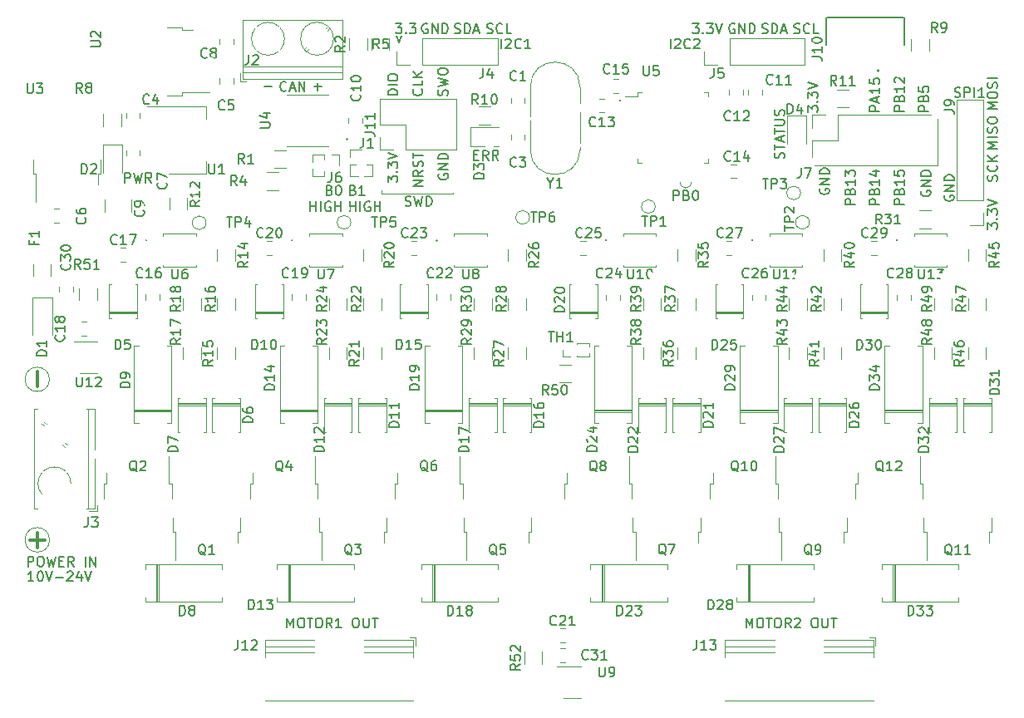
<source format=gto>
%TF.GenerationSoftware,KiCad,Pcbnew,5.1.5+dfsg1-2build2*%
%TF.CreationDate,2021-12-29T18:24:04+01:00*%
%TF.ProjectId,motorDriver,6d6f746f-7244-4726-9976-65722e6b6963,rev?*%
%TF.SameCoordinates,Original*%
%TF.FileFunction,Legend,Top*%
%TF.FilePolarity,Positive*%
%FSLAX46Y46*%
G04 Gerber Fmt 4.6, Leading zero omitted, Abs format (unit mm)*
G04 Created by KiCad (PCBNEW 5.1.5+dfsg1-2build2) date 2021-12-29 18:24:04*
%MOMM*%
%LPD*%
G04 APERTURE LIST*
%ADD10C,0.150000*%
%ADD11C,0.120000*%
%ADD12C,0.153000*%
%ADD13C,0.300000*%
%ADD14C,0.127000*%
%ADD15C,0.200000*%
%ADD16O,2.700000X2.700000*%
%ADD17R,2.700000X2.700000*%
%ADD18C,1.100000*%
%ADD19C,2.200000*%
%ADD20R,2.200000X2.200000*%
%ADD21R,5.900000X6.500000*%
%ADD22R,1.300000X2.300000*%
%ADD23C,5.700000*%
%ADD24C,0.100000*%
%ADD25O,2.100000X2.100000*%
%ADD26R,2.100000X2.100000*%
%ADD27O,1.800000X1.800000*%
%ADD28R,1.800000X1.800000*%
%ADD29R,2.100000X1.600000*%
%ADD30R,2.100000X3.900000*%
%ADD31R,6.500000X5.900000*%
%ADD32R,2.300000X1.300000*%
%ADD33R,1.790599X0.632600*%
%ADD34C,2.400000*%
%ADD35C,0.800000*%
%ADD36C,4.500000*%
%ADD37R,1.460399X0.390200*%
%ADD38R,1.660000X0.750000*%
%ADD39R,1.200000X1.200000*%
%ADD40O,1.100000X1.100000*%
%ADD41R,1.100000X1.100000*%
%ADD42C,0.700000*%
%ADD43O,0.950000X1.800000*%
%ADD44R,2.200000X1.700000*%
%ADD45R,2.000000X2.000000*%
%ADD46R,0.500000X1.450000*%
%ADD47C,0.900000*%
G04 APERTURE END LIST*
D10*
X163952380Y-107202380D02*
X163952380Y-106202380D01*
X164285714Y-106916666D01*
X164619047Y-106202380D01*
X164619047Y-107202380D01*
X165285714Y-106202380D02*
X165476190Y-106202380D01*
X165571428Y-106250000D01*
X165666666Y-106345238D01*
X165714285Y-106535714D01*
X165714285Y-106869047D01*
X165666666Y-107059523D01*
X165571428Y-107154761D01*
X165476190Y-107202380D01*
X165285714Y-107202380D01*
X165190476Y-107154761D01*
X165095238Y-107059523D01*
X165047619Y-106869047D01*
X165047619Y-106535714D01*
X165095238Y-106345238D01*
X165190476Y-106250000D01*
X165285714Y-106202380D01*
X166000000Y-106202380D02*
X166571428Y-106202380D01*
X166285714Y-107202380D02*
X166285714Y-106202380D01*
X167095238Y-106202380D02*
X167285714Y-106202380D01*
X167380952Y-106250000D01*
X167476190Y-106345238D01*
X167523809Y-106535714D01*
X167523809Y-106869047D01*
X167476190Y-107059523D01*
X167380952Y-107154761D01*
X167285714Y-107202380D01*
X167095238Y-107202380D01*
X167000000Y-107154761D01*
X166904761Y-107059523D01*
X166857142Y-106869047D01*
X166857142Y-106535714D01*
X166904761Y-106345238D01*
X167000000Y-106250000D01*
X167095238Y-106202380D01*
X168523809Y-107202380D02*
X168190476Y-106726190D01*
X167952380Y-107202380D02*
X167952380Y-106202380D01*
X168333333Y-106202380D01*
X168428571Y-106250000D01*
X168476190Y-106297619D01*
X168523809Y-106392857D01*
X168523809Y-106535714D01*
X168476190Y-106630952D01*
X168428571Y-106678571D01*
X168333333Y-106726190D01*
X167952380Y-106726190D01*
X168904761Y-106297619D02*
X168952380Y-106250000D01*
X169047619Y-106202380D01*
X169285714Y-106202380D01*
X169380952Y-106250000D01*
X169428571Y-106297619D01*
X169476190Y-106392857D01*
X169476190Y-106488095D01*
X169428571Y-106630952D01*
X168857142Y-107202380D01*
X169476190Y-107202380D01*
X170857142Y-106202380D02*
X171047619Y-106202380D01*
X171142857Y-106250000D01*
X171238095Y-106345238D01*
X171285714Y-106535714D01*
X171285714Y-106869047D01*
X171238095Y-107059523D01*
X171142857Y-107154761D01*
X171047619Y-107202380D01*
X170857142Y-107202380D01*
X170761904Y-107154761D01*
X170666666Y-107059523D01*
X170619047Y-106869047D01*
X170619047Y-106535714D01*
X170666666Y-106345238D01*
X170761904Y-106250000D01*
X170857142Y-106202380D01*
X171714285Y-106202380D02*
X171714285Y-107011904D01*
X171761904Y-107107142D01*
X171809523Y-107154761D01*
X171904761Y-107202380D01*
X172095238Y-107202380D01*
X172190476Y-107154761D01*
X172238095Y-107107142D01*
X172285714Y-107011904D01*
X172285714Y-106202380D01*
X172619047Y-106202380D02*
X173190476Y-106202380D01*
X172904761Y-107202380D02*
X172904761Y-106202380D01*
X117202380Y-107202380D02*
X117202380Y-106202380D01*
X117535714Y-106916666D01*
X117869047Y-106202380D01*
X117869047Y-107202380D01*
X118535714Y-106202380D02*
X118726190Y-106202380D01*
X118821428Y-106250000D01*
X118916666Y-106345238D01*
X118964285Y-106535714D01*
X118964285Y-106869047D01*
X118916666Y-107059523D01*
X118821428Y-107154761D01*
X118726190Y-107202380D01*
X118535714Y-107202380D01*
X118440476Y-107154761D01*
X118345238Y-107059523D01*
X118297619Y-106869047D01*
X118297619Y-106535714D01*
X118345238Y-106345238D01*
X118440476Y-106250000D01*
X118535714Y-106202380D01*
X119250000Y-106202380D02*
X119821428Y-106202380D01*
X119535714Y-107202380D02*
X119535714Y-106202380D01*
X120345238Y-106202380D02*
X120535714Y-106202380D01*
X120630952Y-106250000D01*
X120726190Y-106345238D01*
X120773809Y-106535714D01*
X120773809Y-106869047D01*
X120726190Y-107059523D01*
X120630952Y-107154761D01*
X120535714Y-107202380D01*
X120345238Y-107202380D01*
X120250000Y-107154761D01*
X120154761Y-107059523D01*
X120107142Y-106869047D01*
X120107142Y-106535714D01*
X120154761Y-106345238D01*
X120250000Y-106250000D01*
X120345238Y-106202380D01*
X121773809Y-107202380D02*
X121440476Y-106726190D01*
X121202380Y-107202380D02*
X121202380Y-106202380D01*
X121583333Y-106202380D01*
X121678571Y-106250000D01*
X121726190Y-106297619D01*
X121773809Y-106392857D01*
X121773809Y-106535714D01*
X121726190Y-106630952D01*
X121678571Y-106678571D01*
X121583333Y-106726190D01*
X121202380Y-106726190D01*
X122726190Y-107202380D02*
X122154761Y-107202380D01*
X122440476Y-107202380D02*
X122440476Y-106202380D01*
X122345238Y-106345238D01*
X122250000Y-106440476D01*
X122154761Y-106488095D01*
X124107142Y-106202380D02*
X124297619Y-106202380D01*
X124392857Y-106250000D01*
X124488095Y-106345238D01*
X124535714Y-106535714D01*
X124535714Y-106869047D01*
X124488095Y-107059523D01*
X124392857Y-107154761D01*
X124297619Y-107202380D01*
X124107142Y-107202380D01*
X124011904Y-107154761D01*
X123916666Y-107059523D01*
X123869047Y-106869047D01*
X123869047Y-106535714D01*
X123916666Y-106345238D01*
X124011904Y-106250000D01*
X124107142Y-106202380D01*
X124964285Y-106202380D02*
X124964285Y-107011904D01*
X125011904Y-107107142D01*
X125059523Y-107154761D01*
X125154761Y-107202380D01*
X125345238Y-107202380D01*
X125440476Y-107154761D01*
X125488095Y-107107142D01*
X125535714Y-107011904D01*
X125535714Y-106202380D01*
X125869047Y-106202380D02*
X126440476Y-106202380D01*
X126154761Y-107202380D02*
X126154761Y-106202380D01*
X119919047Y-52071428D02*
X120680952Y-52071428D01*
X120300000Y-52452380D02*
X120300000Y-51690476D01*
X114869047Y-52071428D02*
X115630952Y-52071428D01*
X117107142Y-52457142D02*
X117059523Y-52504761D01*
X116916666Y-52552380D01*
X116821428Y-52552380D01*
X116678571Y-52504761D01*
X116583333Y-52409523D01*
X116535714Y-52314285D01*
X116488095Y-52123809D01*
X116488095Y-51980952D01*
X116535714Y-51790476D01*
X116583333Y-51695238D01*
X116678571Y-51600000D01*
X116821428Y-51552380D01*
X116916666Y-51552380D01*
X117059523Y-51600000D01*
X117107142Y-51647619D01*
X117488095Y-52266666D02*
X117964285Y-52266666D01*
X117392857Y-52552380D02*
X117726190Y-51552380D01*
X118059523Y-52552380D01*
X118392857Y-52552380D02*
X118392857Y-51552380D01*
X118964285Y-52552380D01*
X118964285Y-51552380D01*
D11*
X134100000Y-63000000D02*
X134100000Y-62600000D01*
X126800000Y-63000000D02*
X126800000Y-62600000D01*
X134100000Y-63000000D02*
X126800000Y-63000000D01*
D10*
X100666666Y-61852380D02*
X100666666Y-60852380D01*
X101047619Y-60852380D01*
X101142857Y-60900000D01*
X101190476Y-60947619D01*
X101238095Y-61042857D01*
X101238095Y-61185714D01*
X101190476Y-61280952D01*
X101142857Y-61328571D01*
X101047619Y-61376190D01*
X100666666Y-61376190D01*
X101571428Y-60852380D02*
X101809523Y-61852380D01*
X102000000Y-61138095D01*
X102190476Y-61852380D01*
X102428571Y-60852380D01*
X103380952Y-61852380D02*
X103047619Y-61376190D01*
X102809523Y-61852380D02*
X102809523Y-60852380D01*
X103190476Y-60852380D01*
X103285714Y-60900000D01*
X103333333Y-60947619D01*
X103380952Y-61042857D01*
X103380952Y-61185714D01*
X103333333Y-61280952D01*
X103285714Y-61328571D01*
X103190476Y-61376190D01*
X102809523Y-61376190D01*
X156259642Y-48202380D02*
X156259642Y-47202380D01*
X156688214Y-47297619D02*
X156735833Y-47250000D01*
X156831071Y-47202380D01*
X157069166Y-47202380D01*
X157164404Y-47250000D01*
X157212023Y-47297619D01*
X157259642Y-47392857D01*
X157259642Y-47488095D01*
X157212023Y-47630952D01*
X156640595Y-48202380D01*
X157259642Y-48202380D01*
X158259642Y-48107142D02*
X158212023Y-48154761D01*
X158069166Y-48202380D01*
X157973928Y-48202380D01*
X157831071Y-48154761D01*
X157735833Y-48059523D01*
X157688214Y-47964285D01*
X157640595Y-47773809D01*
X157640595Y-47630952D01*
X157688214Y-47440476D01*
X157735833Y-47345238D01*
X157831071Y-47250000D01*
X157973928Y-47202380D01*
X158069166Y-47202380D01*
X158212023Y-47250000D01*
X158259642Y-47297619D01*
X158640595Y-47297619D02*
X158688214Y-47250000D01*
X158783452Y-47202380D01*
X159021547Y-47202380D01*
X159116785Y-47250000D01*
X159164404Y-47297619D01*
X159212023Y-47392857D01*
X159212023Y-47488095D01*
X159164404Y-47630952D01*
X158592976Y-48202380D01*
X159212023Y-48202380D01*
D12*
X158523809Y-45652380D02*
X159142857Y-45652380D01*
X158809523Y-46033333D01*
X158952380Y-46033333D01*
X159047619Y-46080952D01*
X159095238Y-46128571D01*
X159142857Y-46223809D01*
X159142857Y-46461904D01*
X159095238Y-46557142D01*
X159047619Y-46604761D01*
X158952380Y-46652380D01*
X158666666Y-46652380D01*
X158571428Y-46604761D01*
X158523809Y-46557142D01*
X159571428Y-46557142D02*
X159619047Y-46604761D01*
X159571428Y-46652380D01*
X159523809Y-46604761D01*
X159571428Y-46557142D01*
X159571428Y-46652380D01*
X159952380Y-45652380D02*
X160571428Y-45652380D01*
X160238095Y-46033333D01*
X160380952Y-46033333D01*
X160476190Y-46080952D01*
X160523809Y-46128571D01*
X160571428Y-46223809D01*
X160571428Y-46461904D01*
X160523809Y-46557142D01*
X160476190Y-46604761D01*
X160380952Y-46652380D01*
X160095238Y-46652380D01*
X160000000Y-46604761D01*
X159952380Y-46557142D01*
X160857142Y-45652380D02*
X161190476Y-46652380D01*
X161523809Y-45652380D01*
D10*
X162778095Y-45700000D02*
X162682857Y-45652380D01*
X162540000Y-45652380D01*
X162397142Y-45700000D01*
X162301904Y-45795238D01*
X162254285Y-45890476D01*
X162206666Y-46080952D01*
X162206666Y-46223809D01*
X162254285Y-46414285D01*
X162301904Y-46509523D01*
X162397142Y-46604761D01*
X162540000Y-46652380D01*
X162635238Y-46652380D01*
X162778095Y-46604761D01*
X162825714Y-46557142D01*
X162825714Y-46223809D01*
X162635238Y-46223809D01*
X163254285Y-46652380D02*
X163254285Y-45652380D01*
X163825714Y-46652380D01*
X163825714Y-45652380D01*
X164301904Y-46652380D02*
X164301904Y-45652380D01*
X164540000Y-45652380D01*
X164682857Y-45700000D01*
X164778095Y-45795238D01*
X164825714Y-45890476D01*
X164873333Y-46080952D01*
X164873333Y-46223809D01*
X164825714Y-46414285D01*
X164778095Y-46509523D01*
X164682857Y-46604761D01*
X164540000Y-46652380D01*
X164301904Y-46652380D01*
X165575714Y-46604761D02*
X165718571Y-46652380D01*
X165956666Y-46652380D01*
X166051904Y-46604761D01*
X166099523Y-46557142D01*
X166147142Y-46461904D01*
X166147142Y-46366666D01*
X166099523Y-46271428D01*
X166051904Y-46223809D01*
X165956666Y-46176190D01*
X165766190Y-46128571D01*
X165670952Y-46080952D01*
X165623333Y-46033333D01*
X165575714Y-45938095D01*
X165575714Y-45842857D01*
X165623333Y-45747619D01*
X165670952Y-45700000D01*
X165766190Y-45652380D01*
X166004285Y-45652380D01*
X166147142Y-45700000D01*
X166575714Y-46652380D02*
X166575714Y-45652380D01*
X166813809Y-45652380D01*
X166956666Y-45700000D01*
X167051904Y-45795238D01*
X167099523Y-45890476D01*
X167147142Y-46080952D01*
X167147142Y-46223809D01*
X167099523Y-46414285D01*
X167051904Y-46509523D01*
X166956666Y-46604761D01*
X166813809Y-46652380D01*
X166575714Y-46652380D01*
X167528095Y-46366666D02*
X168004285Y-46366666D01*
X167432857Y-46652380D02*
X167766190Y-45652380D01*
X168099523Y-46652380D01*
X168849523Y-46604761D02*
X168992380Y-46652380D01*
X169230476Y-46652380D01*
X169325714Y-46604761D01*
X169373333Y-46557142D01*
X169420952Y-46461904D01*
X169420952Y-46366666D01*
X169373333Y-46271428D01*
X169325714Y-46223809D01*
X169230476Y-46176190D01*
X169040000Y-46128571D01*
X168944761Y-46080952D01*
X168897142Y-46033333D01*
X168849523Y-45938095D01*
X168849523Y-45842857D01*
X168897142Y-45747619D01*
X168944761Y-45700000D01*
X169040000Y-45652380D01*
X169278095Y-45652380D01*
X169420952Y-45700000D01*
X170420952Y-46557142D02*
X170373333Y-46604761D01*
X170230476Y-46652380D01*
X170135238Y-46652380D01*
X169992380Y-46604761D01*
X169897142Y-46509523D01*
X169849523Y-46414285D01*
X169801904Y-46223809D01*
X169801904Y-46080952D01*
X169849523Y-45890476D01*
X169897142Y-45795238D01*
X169992380Y-45700000D01*
X170135238Y-45652380D01*
X170230476Y-45652380D01*
X170373333Y-45700000D01*
X170420952Y-45747619D01*
X171325714Y-46652380D02*
X170849523Y-46652380D01*
X170849523Y-45652380D01*
X128361904Y-46885714D02*
X128600000Y-47552380D01*
X128838095Y-46885714D01*
X167804761Y-59376190D02*
X167852380Y-59233333D01*
X167852380Y-58995238D01*
X167804761Y-58900000D01*
X167757142Y-58852380D01*
X167661904Y-58804761D01*
X167566666Y-58804761D01*
X167471428Y-58852380D01*
X167423809Y-58900000D01*
X167376190Y-58995238D01*
X167328571Y-59185714D01*
X167280952Y-59280952D01*
X167233333Y-59328571D01*
X167138095Y-59376190D01*
X167042857Y-59376190D01*
X166947619Y-59328571D01*
X166900000Y-59280952D01*
X166852380Y-59185714D01*
X166852380Y-58947619D01*
X166900000Y-58804761D01*
X166852380Y-58519047D02*
X166852380Y-57947619D01*
X167852380Y-58233333D02*
X166852380Y-58233333D01*
X167566666Y-57661904D02*
X167566666Y-57185714D01*
X167852380Y-57757142D02*
X166852380Y-57423809D01*
X167852380Y-57090476D01*
X166852380Y-56900000D02*
X166852380Y-56328571D01*
X167852380Y-56614285D02*
X166852380Y-56614285D01*
X166852380Y-55995238D02*
X167661904Y-55995238D01*
X167757142Y-55947619D01*
X167804761Y-55900000D01*
X167852380Y-55804761D01*
X167852380Y-55614285D01*
X167804761Y-55519047D01*
X167757142Y-55471428D01*
X167661904Y-55423809D01*
X166852380Y-55423809D01*
X167804761Y-54995238D02*
X167852380Y-54852380D01*
X167852380Y-54614285D01*
X167804761Y-54519047D01*
X167757142Y-54471428D01*
X167661904Y-54423809D01*
X167566666Y-54423809D01*
X167471428Y-54471428D01*
X167423809Y-54519047D01*
X167376190Y-54614285D01*
X167328571Y-54804761D01*
X167280952Y-54900000D01*
X167233333Y-54947619D01*
X167138095Y-54995238D01*
X167042857Y-54995238D01*
X166947619Y-54947619D01*
X166900000Y-54900000D01*
X166852380Y-54804761D01*
X166852380Y-54566666D01*
X166900000Y-54423809D01*
X131052380Y-62221309D02*
X130052380Y-62221309D01*
X131052380Y-61649880D01*
X130052380Y-61649880D01*
X131052380Y-60602261D02*
X130576190Y-60935595D01*
X131052380Y-61173690D02*
X130052380Y-61173690D01*
X130052380Y-60792738D01*
X130100000Y-60697500D01*
X130147619Y-60649880D01*
X130242857Y-60602261D01*
X130385714Y-60602261D01*
X130480952Y-60649880D01*
X130528571Y-60697500D01*
X130576190Y-60792738D01*
X130576190Y-61173690D01*
X131004761Y-60221309D02*
X131052380Y-60078452D01*
X131052380Y-59840357D01*
X131004761Y-59745119D01*
X130957142Y-59697500D01*
X130861904Y-59649880D01*
X130766666Y-59649880D01*
X130671428Y-59697500D01*
X130623809Y-59745119D01*
X130576190Y-59840357D01*
X130528571Y-60030833D01*
X130480952Y-60126071D01*
X130433333Y-60173690D01*
X130338095Y-60221309D01*
X130242857Y-60221309D01*
X130147619Y-60173690D01*
X130100000Y-60126071D01*
X130052380Y-60030833D01*
X130052380Y-59792738D01*
X130100000Y-59649880D01*
X130052380Y-59364166D02*
X130052380Y-58792738D01*
X131052380Y-59078452D02*
X130052380Y-59078452D01*
X123918928Y-62603571D02*
X124061785Y-62651190D01*
X124109404Y-62698809D01*
X124157023Y-62794047D01*
X124157023Y-62936904D01*
X124109404Y-63032142D01*
X124061785Y-63079761D01*
X123966547Y-63127380D01*
X123585595Y-63127380D01*
X123585595Y-62127380D01*
X123918928Y-62127380D01*
X124014166Y-62175000D01*
X124061785Y-62222619D01*
X124109404Y-62317857D01*
X124109404Y-62413095D01*
X124061785Y-62508333D01*
X124014166Y-62555952D01*
X123918928Y-62603571D01*
X123585595Y-62603571D01*
X125109404Y-63127380D02*
X124537976Y-63127380D01*
X124823690Y-63127380D02*
X124823690Y-62127380D01*
X124728452Y-62270238D01*
X124633214Y-62365476D01*
X124537976Y-62413095D01*
X123585595Y-64777380D02*
X123585595Y-63777380D01*
X123585595Y-64253571D02*
X124157023Y-64253571D01*
X124157023Y-64777380D02*
X124157023Y-63777380D01*
X124633214Y-64777380D02*
X124633214Y-63777380D01*
X125633214Y-63825000D02*
X125537976Y-63777380D01*
X125395119Y-63777380D01*
X125252261Y-63825000D01*
X125157023Y-63920238D01*
X125109404Y-64015476D01*
X125061785Y-64205952D01*
X125061785Y-64348809D01*
X125109404Y-64539285D01*
X125157023Y-64634523D01*
X125252261Y-64729761D01*
X125395119Y-64777380D01*
X125490357Y-64777380D01*
X125633214Y-64729761D01*
X125680833Y-64682142D01*
X125680833Y-64348809D01*
X125490357Y-64348809D01*
X126109404Y-64777380D02*
X126109404Y-63777380D01*
X126109404Y-64253571D02*
X126680833Y-64253571D01*
X126680833Y-64777380D02*
X126680833Y-63777380D01*
X121521547Y-62603571D02*
X121664404Y-62651190D01*
X121712023Y-62698809D01*
X121759642Y-62794047D01*
X121759642Y-62936904D01*
X121712023Y-63032142D01*
X121664404Y-63079761D01*
X121569166Y-63127380D01*
X121188214Y-63127380D01*
X121188214Y-62127380D01*
X121521547Y-62127380D01*
X121616785Y-62175000D01*
X121664404Y-62222619D01*
X121712023Y-62317857D01*
X121712023Y-62413095D01*
X121664404Y-62508333D01*
X121616785Y-62555952D01*
X121521547Y-62603571D01*
X121188214Y-62603571D01*
X122378690Y-62127380D02*
X122473928Y-62127380D01*
X122569166Y-62175000D01*
X122616785Y-62222619D01*
X122664404Y-62317857D01*
X122712023Y-62508333D01*
X122712023Y-62746428D01*
X122664404Y-62936904D01*
X122616785Y-63032142D01*
X122569166Y-63079761D01*
X122473928Y-63127380D01*
X122378690Y-63127380D01*
X122283452Y-63079761D01*
X122235833Y-63032142D01*
X122188214Y-62936904D01*
X122140595Y-62746428D01*
X122140595Y-62508333D01*
X122188214Y-62317857D01*
X122235833Y-62222619D01*
X122283452Y-62175000D01*
X122378690Y-62127380D01*
X119569166Y-64777380D02*
X119569166Y-63777380D01*
X119569166Y-64253571D02*
X120140595Y-64253571D01*
X120140595Y-64777380D02*
X120140595Y-63777380D01*
X120616785Y-64777380D02*
X120616785Y-63777380D01*
X121616785Y-63825000D02*
X121521547Y-63777380D01*
X121378690Y-63777380D01*
X121235833Y-63825000D01*
X121140595Y-63920238D01*
X121092976Y-64015476D01*
X121045357Y-64205952D01*
X121045357Y-64348809D01*
X121092976Y-64539285D01*
X121140595Y-64634523D01*
X121235833Y-64729761D01*
X121378690Y-64777380D01*
X121473928Y-64777380D01*
X121616785Y-64729761D01*
X121664404Y-64682142D01*
X121664404Y-64348809D01*
X121473928Y-64348809D01*
X122092976Y-64777380D02*
X122092976Y-63777380D01*
X122092976Y-64253571D02*
X122664404Y-64253571D01*
X122664404Y-64777380D02*
X122664404Y-63777380D01*
D11*
X93000000Y-98250000D02*
G75*
G03X93000000Y-98250000I-1250000J0D01*
G01*
X92987942Y-81900000D02*
G75*
G03X92987942Y-81900000I-1237942J0D01*
G01*
D10*
X91380952Y-102452380D02*
X90809523Y-102452380D01*
X91095238Y-102452380D02*
X91095238Y-101452380D01*
X91000000Y-101595238D01*
X90904761Y-101690476D01*
X90809523Y-101738095D01*
X92000000Y-101452380D02*
X92095238Y-101452380D01*
X92190476Y-101500000D01*
X92238095Y-101547619D01*
X92285714Y-101642857D01*
X92333333Y-101833333D01*
X92333333Y-102071428D01*
X92285714Y-102261904D01*
X92238095Y-102357142D01*
X92190476Y-102404761D01*
X92095238Y-102452380D01*
X92000000Y-102452380D01*
X91904761Y-102404761D01*
X91857142Y-102357142D01*
X91809523Y-102261904D01*
X91761904Y-102071428D01*
X91761904Y-101833333D01*
X91809523Y-101642857D01*
X91857142Y-101547619D01*
X91904761Y-101500000D01*
X92000000Y-101452380D01*
X92619047Y-101452380D02*
X92952380Y-102452380D01*
X93285714Y-101452380D01*
X93619047Y-102071428D02*
X94380952Y-102071428D01*
X94809523Y-101547619D02*
X94857142Y-101500000D01*
X94952380Y-101452380D01*
X95190476Y-101452380D01*
X95285714Y-101500000D01*
X95333333Y-101547619D01*
X95380952Y-101642857D01*
X95380952Y-101738095D01*
X95333333Y-101880952D01*
X94761904Y-102452380D01*
X95380952Y-102452380D01*
X96238095Y-101785714D02*
X96238095Y-102452380D01*
X96000000Y-101404761D02*
X95761904Y-102119047D01*
X96380952Y-102119047D01*
X96619047Y-101452380D02*
X96952380Y-102452380D01*
X97285714Y-101452380D01*
X90797619Y-100952380D02*
X90797619Y-99952380D01*
X91178571Y-99952380D01*
X91273809Y-100000000D01*
X91321428Y-100047619D01*
X91369047Y-100142857D01*
X91369047Y-100285714D01*
X91321428Y-100380952D01*
X91273809Y-100428571D01*
X91178571Y-100476190D01*
X90797619Y-100476190D01*
X91988095Y-99952380D02*
X92178571Y-99952380D01*
X92273809Y-100000000D01*
X92369047Y-100095238D01*
X92416666Y-100285714D01*
X92416666Y-100619047D01*
X92369047Y-100809523D01*
X92273809Y-100904761D01*
X92178571Y-100952380D01*
X91988095Y-100952380D01*
X91892857Y-100904761D01*
X91797619Y-100809523D01*
X91750000Y-100619047D01*
X91750000Y-100285714D01*
X91797619Y-100095238D01*
X91892857Y-100000000D01*
X91988095Y-99952380D01*
X92750000Y-99952380D02*
X92988095Y-100952380D01*
X93178571Y-100238095D01*
X93369047Y-100952380D01*
X93607142Y-99952380D01*
X93988095Y-100428571D02*
X94321428Y-100428571D01*
X94464285Y-100952380D02*
X93988095Y-100952380D01*
X93988095Y-99952380D01*
X94464285Y-99952380D01*
X95464285Y-100952380D02*
X95130952Y-100476190D01*
X94892857Y-100952380D02*
X94892857Y-99952380D01*
X95273809Y-99952380D01*
X95369047Y-100000000D01*
X95416666Y-100047619D01*
X95464285Y-100142857D01*
X95464285Y-100285714D01*
X95416666Y-100380952D01*
X95369047Y-100428571D01*
X95273809Y-100476190D01*
X94892857Y-100476190D01*
X96654761Y-100952380D02*
X96654761Y-99952380D01*
X97130952Y-100952380D02*
X97130952Y-99952380D01*
X97702380Y-100952380D01*
X97702380Y-99952380D01*
D13*
X91742857Y-99011904D02*
X91742857Y-97488095D01*
X92504761Y-98250000D02*
X90980952Y-98250000D01*
X91742857Y-82661904D02*
X91742857Y-81138095D01*
D11*
X158400000Y-61800000D02*
G75*
G02X157200000Y-61800000I-600000J0D01*
G01*
D10*
X156561904Y-63652380D02*
X156561904Y-62652380D01*
X156942857Y-62652380D01*
X157038095Y-62700000D01*
X157085714Y-62747619D01*
X157133333Y-62842857D01*
X157133333Y-62985714D01*
X157085714Y-63080952D01*
X157038095Y-63128571D01*
X156942857Y-63176190D01*
X156561904Y-63176190D01*
X157895238Y-63128571D02*
X158038095Y-63176190D01*
X158085714Y-63223809D01*
X158133333Y-63319047D01*
X158133333Y-63461904D01*
X158085714Y-63557142D01*
X158038095Y-63604761D01*
X157942857Y-63652380D01*
X157561904Y-63652380D01*
X157561904Y-62652380D01*
X157895238Y-62652380D01*
X157990476Y-62700000D01*
X158038095Y-62747619D01*
X158085714Y-62842857D01*
X158085714Y-62938095D01*
X158038095Y-63033333D01*
X157990476Y-63080952D01*
X157895238Y-63128571D01*
X157561904Y-63128571D01*
X158752380Y-62652380D02*
X158847619Y-62652380D01*
X158942857Y-62700000D01*
X158990476Y-62747619D01*
X159038095Y-62842857D01*
X159085714Y-63033333D01*
X159085714Y-63271428D01*
X159038095Y-63461904D01*
X158990476Y-63557142D01*
X158942857Y-63604761D01*
X158847619Y-63652380D01*
X158752380Y-63652380D01*
X158657142Y-63604761D01*
X158609523Y-63557142D01*
X158561904Y-63461904D01*
X158514285Y-63271428D01*
X158514285Y-63033333D01*
X158561904Y-62842857D01*
X158609523Y-62747619D01*
X158657142Y-62700000D01*
X158752380Y-62652380D01*
X132650000Y-60983214D02*
X132602380Y-61078452D01*
X132602380Y-61221309D01*
X132650000Y-61364166D01*
X132745238Y-61459404D01*
X132840476Y-61507023D01*
X133030952Y-61554642D01*
X133173809Y-61554642D01*
X133364285Y-61507023D01*
X133459523Y-61459404D01*
X133554761Y-61364166D01*
X133602380Y-61221309D01*
X133602380Y-61126071D01*
X133554761Y-60983214D01*
X133507142Y-60935595D01*
X133173809Y-60935595D01*
X133173809Y-61126071D01*
X133602380Y-60507023D02*
X132602380Y-60507023D01*
X133602380Y-59935595D01*
X132602380Y-59935595D01*
X133602380Y-59459404D02*
X132602380Y-59459404D01*
X132602380Y-59221309D01*
X132650000Y-59078452D01*
X132745238Y-58983214D01*
X132840476Y-58935595D01*
X133030952Y-58887976D01*
X133173809Y-58887976D01*
X133364285Y-58935595D01*
X133459523Y-58983214D01*
X133554761Y-59078452D01*
X133602380Y-59221309D01*
X133602380Y-59459404D01*
X136235833Y-59028571D02*
X136569166Y-59028571D01*
X136712023Y-59552380D02*
X136235833Y-59552380D01*
X136235833Y-58552380D01*
X136712023Y-58552380D01*
X137712023Y-59552380D02*
X137378690Y-59076190D01*
X137140595Y-59552380D02*
X137140595Y-58552380D01*
X137521547Y-58552380D01*
X137616785Y-58600000D01*
X137664404Y-58647619D01*
X137712023Y-58742857D01*
X137712023Y-58885714D01*
X137664404Y-58980952D01*
X137616785Y-59028571D01*
X137521547Y-59076190D01*
X137140595Y-59076190D01*
X138712023Y-59552380D02*
X138378690Y-59076190D01*
X138140595Y-59552380D02*
X138140595Y-58552380D01*
X138521547Y-58552380D01*
X138616785Y-58600000D01*
X138664404Y-58647619D01*
X138712023Y-58742857D01*
X138712023Y-58885714D01*
X138664404Y-58980952D01*
X138616785Y-59028571D01*
X138521547Y-59076190D01*
X138140595Y-59076190D01*
X188552380Y-66576190D02*
X188552380Y-65957142D01*
X188933333Y-66290476D01*
X188933333Y-66147619D01*
X188980952Y-66052380D01*
X189028571Y-66004761D01*
X189123809Y-65957142D01*
X189361904Y-65957142D01*
X189457142Y-66004761D01*
X189504761Y-66052380D01*
X189552380Y-66147619D01*
X189552380Y-66433333D01*
X189504761Y-66528571D01*
X189457142Y-66576190D01*
X189457142Y-65528571D02*
X189504761Y-65480952D01*
X189552380Y-65528571D01*
X189504761Y-65576190D01*
X189457142Y-65528571D01*
X189552380Y-65528571D01*
X188552380Y-65147619D02*
X188552380Y-64528571D01*
X188933333Y-64861904D01*
X188933333Y-64719047D01*
X188980952Y-64623809D01*
X189028571Y-64576190D01*
X189123809Y-64528571D01*
X189361904Y-64528571D01*
X189457142Y-64576190D01*
X189504761Y-64623809D01*
X189552380Y-64719047D01*
X189552380Y-65004761D01*
X189504761Y-65100000D01*
X189457142Y-65147619D01*
X188552380Y-64242857D02*
X189552380Y-63909523D01*
X188552380Y-63576190D01*
X184200000Y-63161904D02*
X184152380Y-63257142D01*
X184152380Y-63400000D01*
X184200000Y-63542857D01*
X184295238Y-63638095D01*
X184390476Y-63685714D01*
X184580952Y-63733333D01*
X184723809Y-63733333D01*
X184914285Y-63685714D01*
X185009523Y-63638095D01*
X185104761Y-63542857D01*
X185152380Y-63400000D01*
X185152380Y-63304761D01*
X185104761Y-63161904D01*
X185057142Y-63114285D01*
X184723809Y-63114285D01*
X184723809Y-63304761D01*
X185152380Y-62685714D02*
X184152380Y-62685714D01*
X185152380Y-62114285D01*
X184152380Y-62114285D01*
X185152380Y-61638095D02*
X184152380Y-61638095D01*
X184152380Y-61400000D01*
X184200000Y-61257142D01*
X184295238Y-61161904D01*
X184390476Y-61114285D01*
X184580952Y-61066666D01*
X184723809Y-61066666D01*
X184914285Y-61114285D01*
X185009523Y-61161904D01*
X185104761Y-61257142D01*
X185152380Y-61400000D01*
X185152380Y-61638095D01*
X189504761Y-61685714D02*
X189552380Y-61542857D01*
X189552380Y-61304761D01*
X189504761Y-61209523D01*
X189457142Y-61161904D01*
X189361904Y-61114285D01*
X189266666Y-61114285D01*
X189171428Y-61161904D01*
X189123809Y-61209523D01*
X189076190Y-61304761D01*
X189028571Y-61495238D01*
X188980952Y-61590476D01*
X188933333Y-61638095D01*
X188838095Y-61685714D01*
X188742857Y-61685714D01*
X188647619Y-61638095D01*
X188600000Y-61590476D01*
X188552380Y-61495238D01*
X188552380Y-61257142D01*
X188600000Y-61114285D01*
X189457142Y-60114285D02*
X189504761Y-60161904D01*
X189552380Y-60304761D01*
X189552380Y-60400000D01*
X189504761Y-60542857D01*
X189409523Y-60638095D01*
X189314285Y-60685714D01*
X189123809Y-60733333D01*
X188980952Y-60733333D01*
X188790476Y-60685714D01*
X188695238Y-60638095D01*
X188600000Y-60542857D01*
X188552380Y-60400000D01*
X188552380Y-60304761D01*
X188600000Y-60161904D01*
X188647619Y-60114285D01*
X189552380Y-59685714D02*
X188552380Y-59685714D01*
X189552380Y-59114285D02*
X188980952Y-59542857D01*
X188552380Y-59114285D02*
X189123809Y-59685714D01*
X185200000Y-53104761D02*
X185342857Y-53152380D01*
X185580952Y-53152380D01*
X185676190Y-53104761D01*
X185723809Y-53057142D01*
X185771428Y-52961904D01*
X185771428Y-52866666D01*
X185723809Y-52771428D01*
X185676190Y-52723809D01*
X185580952Y-52676190D01*
X185390476Y-52628571D01*
X185295238Y-52580952D01*
X185247619Y-52533333D01*
X185200000Y-52438095D01*
X185200000Y-52342857D01*
X185247619Y-52247619D01*
X185295238Y-52200000D01*
X185390476Y-52152380D01*
X185628571Y-52152380D01*
X185771428Y-52200000D01*
X186200000Y-53152380D02*
X186200000Y-52152380D01*
X186580952Y-52152380D01*
X186676190Y-52200000D01*
X186723809Y-52247619D01*
X186771428Y-52342857D01*
X186771428Y-52485714D01*
X186723809Y-52580952D01*
X186676190Y-52628571D01*
X186580952Y-52676190D01*
X186200000Y-52676190D01*
X187200000Y-53152380D02*
X187200000Y-52152380D01*
X188200000Y-53152380D02*
X187628571Y-53152380D01*
X187914285Y-53152380D02*
X187914285Y-52152380D01*
X187819047Y-52295238D01*
X187723809Y-52390476D01*
X187628571Y-52438095D01*
X189552380Y-58371428D02*
X188552380Y-58371428D01*
X189266666Y-58038095D01*
X188552380Y-57704761D01*
X189552380Y-57704761D01*
X189552380Y-57228571D02*
X188552380Y-57228571D01*
X189504761Y-56800000D02*
X189552380Y-56657142D01*
X189552380Y-56419047D01*
X189504761Y-56323809D01*
X189457142Y-56276190D01*
X189361904Y-56228571D01*
X189266666Y-56228571D01*
X189171428Y-56276190D01*
X189123809Y-56323809D01*
X189076190Y-56419047D01*
X189028571Y-56609523D01*
X188980952Y-56704761D01*
X188933333Y-56752380D01*
X188838095Y-56800000D01*
X188742857Y-56800000D01*
X188647619Y-56752380D01*
X188600000Y-56704761D01*
X188552380Y-56609523D01*
X188552380Y-56371428D01*
X188600000Y-56228571D01*
X188552380Y-55609523D02*
X188552380Y-55419047D01*
X188600000Y-55323809D01*
X188695238Y-55228571D01*
X188885714Y-55180952D01*
X189219047Y-55180952D01*
X189409523Y-55228571D01*
X189504761Y-55323809D01*
X189552380Y-55419047D01*
X189552380Y-55609523D01*
X189504761Y-55704761D01*
X189409523Y-55800000D01*
X189219047Y-55847619D01*
X188885714Y-55847619D01*
X188695238Y-55800000D01*
X188600000Y-55704761D01*
X188552380Y-55609523D01*
X189552380Y-54371428D02*
X188552380Y-54371428D01*
X189266666Y-54038095D01*
X188552380Y-53704761D01*
X189552380Y-53704761D01*
X188552380Y-53038095D02*
X188552380Y-52847619D01*
X188600000Y-52752380D01*
X188695238Y-52657142D01*
X188885714Y-52609523D01*
X189219047Y-52609523D01*
X189409523Y-52657142D01*
X189504761Y-52752380D01*
X189552380Y-52847619D01*
X189552380Y-53038095D01*
X189504761Y-53133333D01*
X189409523Y-53228571D01*
X189219047Y-53276190D01*
X188885714Y-53276190D01*
X188695238Y-53228571D01*
X188600000Y-53133333D01*
X188552380Y-53038095D01*
X189504761Y-52228571D02*
X189552380Y-52085714D01*
X189552380Y-51847619D01*
X189504761Y-51752380D01*
X189457142Y-51704761D01*
X189361904Y-51657142D01*
X189266666Y-51657142D01*
X189171428Y-51704761D01*
X189123809Y-51752380D01*
X189076190Y-51847619D01*
X189028571Y-52038095D01*
X188980952Y-52133333D01*
X188933333Y-52180952D01*
X188838095Y-52228571D01*
X188742857Y-52228571D01*
X188647619Y-52180952D01*
X188600000Y-52133333D01*
X188552380Y-52038095D01*
X188552380Y-51800000D01*
X188600000Y-51657142D01*
X189552380Y-51228571D02*
X188552380Y-51228571D01*
X171500000Y-62483214D02*
X171452380Y-62578452D01*
X171452380Y-62721309D01*
X171500000Y-62864166D01*
X171595238Y-62959404D01*
X171690476Y-63007023D01*
X171880952Y-63054642D01*
X172023809Y-63054642D01*
X172214285Y-63007023D01*
X172309523Y-62959404D01*
X172404761Y-62864166D01*
X172452380Y-62721309D01*
X172452380Y-62626071D01*
X172404761Y-62483214D01*
X172357142Y-62435595D01*
X172023809Y-62435595D01*
X172023809Y-62626071D01*
X172452380Y-62007023D02*
X171452380Y-62007023D01*
X172452380Y-61435595D01*
X171452380Y-61435595D01*
X172452380Y-60959404D02*
X171452380Y-60959404D01*
X171452380Y-60721309D01*
X171500000Y-60578452D01*
X171595238Y-60483214D01*
X171690476Y-60435595D01*
X171880952Y-60387976D01*
X172023809Y-60387976D01*
X172214285Y-60435595D01*
X172309523Y-60483214D01*
X172404761Y-60578452D01*
X172452380Y-60721309D01*
X172452380Y-60959404D01*
X170252380Y-54659642D02*
X170252380Y-54040595D01*
X170633333Y-54373928D01*
X170633333Y-54231071D01*
X170680952Y-54135833D01*
X170728571Y-54088214D01*
X170823809Y-54040595D01*
X171061904Y-54040595D01*
X171157142Y-54088214D01*
X171204761Y-54135833D01*
X171252380Y-54231071D01*
X171252380Y-54516785D01*
X171204761Y-54612023D01*
X171157142Y-54659642D01*
X171157142Y-53612023D02*
X171204761Y-53564404D01*
X171252380Y-53612023D01*
X171204761Y-53659642D01*
X171157142Y-53612023D01*
X171252380Y-53612023D01*
X170252380Y-53231071D02*
X170252380Y-52612023D01*
X170633333Y-52945357D01*
X170633333Y-52802500D01*
X170680952Y-52707261D01*
X170728571Y-52659642D01*
X170823809Y-52612023D01*
X171061904Y-52612023D01*
X171157142Y-52659642D01*
X171204761Y-52707261D01*
X171252380Y-52802500D01*
X171252380Y-53088214D01*
X171204761Y-53183452D01*
X171157142Y-53231071D01*
X170252380Y-52326309D02*
X171252380Y-51992976D01*
X170252380Y-51659642D01*
X177552380Y-54564404D02*
X176552380Y-54564404D01*
X176552380Y-54183452D01*
X176600000Y-54088214D01*
X176647619Y-54040595D01*
X176742857Y-53992976D01*
X176885714Y-53992976D01*
X176980952Y-54040595D01*
X177028571Y-54088214D01*
X177076190Y-54183452D01*
X177076190Y-54564404D01*
X177266666Y-53612023D02*
X177266666Y-53135833D01*
X177552380Y-53707261D02*
X176552380Y-53373928D01*
X177552380Y-53040595D01*
X177552380Y-52183452D02*
X177552380Y-52754880D01*
X177552380Y-52469166D02*
X176552380Y-52469166D01*
X176695238Y-52564404D01*
X176790476Y-52659642D01*
X176838095Y-52754880D01*
X176552380Y-51278690D02*
X176552380Y-51754880D01*
X177028571Y-51802500D01*
X176980952Y-51754880D01*
X176933333Y-51659642D01*
X176933333Y-51421547D01*
X176980952Y-51326309D01*
X177028571Y-51278690D01*
X177123809Y-51231071D01*
X177361904Y-51231071D01*
X177457142Y-51278690D01*
X177504761Y-51326309D01*
X177552380Y-51421547D01*
X177552380Y-51659642D01*
X177504761Y-51754880D01*
X177457142Y-51802500D01*
X180052380Y-54564404D02*
X179052380Y-54564404D01*
X179052380Y-54183452D01*
X179100000Y-54088214D01*
X179147619Y-54040595D01*
X179242857Y-53992976D01*
X179385714Y-53992976D01*
X179480952Y-54040595D01*
X179528571Y-54088214D01*
X179576190Y-54183452D01*
X179576190Y-54564404D01*
X179528571Y-53231071D02*
X179576190Y-53088214D01*
X179623809Y-53040595D01*
X179719047Y-52992976D01*
X179861904Y-52992976D01*
X179957142Y-53040595D01*
X180004761Y-53088214D01*
X180052380Y-53183452D01*
X180052380Y-53564404D01*
X179052380Y-53564404D01*
X179052380Y-53231071D01*
X179100000Y-53135833D01*
X179147619Y-53088214D01*
X179242857Y-53040595D01*
X179338095Y-53040595D01*
X179433333Y-53088214D01*
X179480952Y-53135833D01*
X179528571Y-53231071D01*
X179528571Y-53564404D01*
X180052380Y-52040595D02*
X180052380Y-52612023D01*
X180052380Y-52326309D02*
X179052380Y-52326309D01*
X179195238Y-52421547D01*
X179290476Y-52516785D01*
X179338095Y-52612023D01*
X179147619Y-51659642D02*
X179100000Y-51612023D01*
X179052380Y-51516785D01*
X179052380Y-51278690D01*
X179100000Y-51183452D01*
X179147619Y-51135833D01*
X179242857Y-51088214D01*
X179338095Y-51088214D01*
X179480952Y-51135833D01*
X180052380Y-51707261D01*
X180052380Y-51088214D01*
X182552380Y-54564404D02*
X181552380Y-54564404D01*
X181552380Y-54183452D01*
X181600000Y-54088214D01*
X181647619Y-54040595D01*
X181742857Y-53992976D01*
X181885714Y-53992976D01*
X181980952Y-54040595D01*
X182028571Y-54088214D01*
X182076190Y-54183452D01*
X182076190Y-54564404D01*
X182028571Y-53231071D02*
X182076190Y-53088214D01*
X182123809Y-53040595D01*
X182219047Y-52992976D01*
X182361904Y-52992976D01*
X182457142Y-53040595D01*
X182504761Y-53088214D01*
X182552380Y-53183452D01*
X182552380Y-53564404D01*
X181552380Y-53564404D01*
X181552380Y-53231071D01*
X181600000Y-53135833D01*
X181647619Y-53088214D01*
X181742857Y-53040595D01*
X181838095Y-53040595D01*
X181933333Y-53088214D01*
X181980952Y-53135833D01*
X182028571Y-53231071D01*
X182028571Y-53564404D01*
X181552380Y-52088214D02*
X181552380Y-52564404D01*
X182028571Y-52612023D01*
X181980952Y-52564404D01*
X181933333Y-52469166D01*
X181933333Y-52231071D01*
X181980952Y-52135833D01*
X182028571Y-52088214D01*
X182123809Y-52040595D01*
X182361904Y-52040595D01*
X182457142Y-52088214D01*
X182504761Y-52135833D01*
X182552380Y-52231071D01*
X182552380Y-52469166D01*
X182504761Y-52564404D01*
X182457142Y-52612023D01*
X181800000Y-62683214D02*
X181752380Y-62778452D01*
X181752380Y-62921309D01*
X181800000Y-63064166D01*
X181895238Y-63159404D01*
X181990476Y-63207023D01*
X182180952Y-63254642D01*
X182323809Y-63254642D01*
X182514285Y-63207023D01*
X182609523Y-63159404D01*
X182704761Y-63064166D01*
X182752380Y-62921309D01*
X182752380Y-62826071D01*
X182704761Y-62683214D01*
X182657142Y-62635595D01*
X182323809Y-62635595D01*
X182323809Y-62826071D01*
X182752380Y-62207023D02*
X181752380Y-62207023D01*
X182752380Y-61635595D01*
X181752380Y-61635595D01*
X182752380Y-61159404D02*
X181752380Y-61159404D01*
X181752380Y-60921309D01*
X181800000Y-60778452D01*
X181895238Y-60683214D01*
X181990476Y-60635595D01*
X182180952Y-60587976D01*
X182323809Y-60587976D01*
X182514285Y-60635595D01*
X182609523Y-60683214D01*
X182704761Y-60778452D01*
X182752380Y-60921309D01*
X182752380Y-61159404D01*
X175052380Y-64064166D02*
X174052380Y-64064166D01*
X174052380Y-63683214D01*
X174100000Y-63587976D01*
X174147619Y-63540357D01*
X174242857Y-63492738D01*
X174385714Y-63492738D01*
X174480952Y-63540357D01*
X174528571Y-63587976D01*
X174576190Y-63683214D01*
X174576190Y-64064166D01*
X174528571Y-62730833D02*
X174576190Y-62587976D01*
X174623809Y-62540357D01*
X174719047Y-62492738D01*
X174861904Y-62492738D01*
X174957142Y-62540357D01*
X175004761Y-62587976D01*
X175052380Y-62683214D01*
X175052380Y-63064166D01*
X174052380Y-63064166D01*
X174052380Y-62730833D01*
X174100000Y-62635595D01*
X174147619Y-62587976D01*
X174242857Y-62540357D01*
X174338095Y-62540357D01*
X174433333Y-62587976D01*
X174480952Y-62635595D01*
X174528571Y-62730833D01*
X174528571Y-63064166D01*
X175052380Y-61540357D02*
X175052380Y-62111785D01*
X175052380Y-61826071D02*
X174052380Y-61826071D01*
X174195238Y-61921309D01*
X174290476Y-62016547D01*
X174338095Y-62111785D01*
X174052380Y-61207023D02*
X174052380Y-60587976D01*
X174433333Y-60921309D01*
X174433333Y-60778452D01*
X174480952Y-60683214D01*
X174528571Y-60635595D01*
X174623809Y-60587976D01*
X174861904Y-60587976D01*
X174957142Y-60635595D01*
X175004761Y-60683214D01*
X175052380Y-60778452D01*
X175052380Y-61064166D01*
X175004761Y-61159404D01*
X174957142Y-61207023D01*
X177552380Y-64064166D02*
X176552380Y-64064166D01*
X176552380Y-63683214D01*
X176600000Y-63587976D01*
X176647619Y-63540357D01*
X176742857Y-63492738D01*
X176885714Y-63492738D01*
X176980952Y-63540357D01*
X177028571Y-63587976D01*
X177076190Y-63683214D01*
X177076190Y-64064166D01*
X177028571Y-62730833D02*
X177076190Y-62587976D01*
X177123809Y-62540357D01*
X177219047Y-62492738D01*
X177361904Y-62492738D01*
X177457142Y-62540357D01*
X177504761Y-62587976D01*
X177552380Y-62683214D01*
X177552380Y-63064166D01*
X176552380Y-63064166D01*
X176552380Y-62730833D01*
X176600000Y-62635595D01*
X176647619Y-62587976D01*
X176742857Y-62540357D01*
X176838095Y-62540357D01*
X176933333Y-62587976D01*
X176980952Y-62635595D01*
X177028571Y-62730833D01*
X177028571Y-63064166D01*
X177552380Y-61540357D02*
X177552380Y-62111785D01*
X177552380Y-61826071D02*
X176552380Y-61826071D01*
X176695238Y-61921309D01*
X176790476Y-62016547D01*
X176838095Y-62111785D01*
X176885714Y-60683214D02*
X177552380Y-60683214D01*
X176504761Y-60921309D02*
X177219047Y-61159404D01*
X177219047Y-60540357D01*
X180052380Y-64064166D02*
X179052380Y-64064166D01*
X179052380Y-63683214D01*
X179100000Y-63587976D01*
X179147619Y-63540357D01*
X179242857Y-63492738D01*
X179385714Y-63492738D01*
X179480952Y-63540357D01*
X179528571Y-63587976D01*
X179576190Y-63683214D01*
X179576190Y-64064166D01*
X179528571Y-62730833D02*
X179576190Y-62587976D01*
X179623809Y-62540357D01*
X179719047Y-62492738D01*
X179861904Y-62492738D01*
X179957142Y-62540357D01*
X180004761Y-62587976D01*
X180052380Y-62683214D01*
X180052380Y-63064166D01*
X179052380Y-63064166D01*
X179052380Y-62730833D01*
X179100000Y-62635595D01*
X179147619Y-62587976D01*
X179242857Y-62540357D01*
X179338095Y-62540357D01*
X179433333Y-62587976D01*
X179480952Y-62635595D01*
X179528571Y-62730833D01*
X179528571Y-63064166D01*
X180052380Y-61540357D02*
X180052380Y-62111785D01*
X180052380Y-61826071D02*
X179052380Y-61826071D01*
X179195238Y-61921309D01*
X179290476Y-62016547D01*
X179338095Y-62111785D01*
X179052380Y-60635595D02*
X179052380Y-61111785D01*
X179528571Y-61159404D01*
X179480952Y-61111785D01*
X179433333Y-61016547D01*
X179433333Y-60778452D01*
X179480952Y-60683214D01*
X179528571Y-60635595D01*
X179623809Y-60587976D01*
X179861904Y-60587976D01*
X179957142Y-60635595D01*
X180004761Y-60683214D01*
X180052380Y-60778452D01*
X180052380Y-61016547D01*
X180004761Y-61111785D01*
X179957142Y-61159404D01*
X129242857Y-64204761D02*
X129385714Y-64252380D01*
X129623809Y-64252380D01*
X129719047Y-64204761D01*
X129766666Y-64157142D01*
X129814285Y-64061904D01*
X129814285Y-63966666D01*
X129766666Y-63871428D01*
X129719047Y-63823809D01*
X129623809Y-63776190D01*
X129433333Y-63728571D01*
X129338095Y-63680952D01*
X129290476Y-63633333D01*
X129242857Y-63538095D01*
X129242857Y-63442857D01*
X129290476Y-63347619D01*
X129338095Y-63300000D01*
X129433333Y-63252380D01*
X129671428Y-63252380D01*
X129814285Y-63300000D01*
X130147619Y-63252380D02*
X130385714Y-64252380D01*
X130576190Y-63538095D01*
X130766666Y-64252380D01*
X131004761Y-63252380D01*
X131385714Y-64252380D02*
X131385714Y-63252380D01*
X131623809Y-63252380D01*
X131766666Y-63300000D01*
X131861904Y-63395238D01*
X131909523Y-63490476D01*
X131957142Y-63680952D01*
X131957142Y-63823809D01*
X131909523Y-64014285D01*
X131861904Y-64109523D01*
X131766666Y-64204761D01*
X131623809Y-64252380D01*
X131385714Y-64252380D01*
X127452380Y-61792738D02*
X127452380Y-61173690D01*
X127833333Y-61507023D01*
X127833333Y-61364166D01*
X127880952Y-61268928D01*
X127928571Y-61221309D01*
X128023809Y-61173690D01*
X128261904Y-61173690D01*
X128357142Y-61221309D01*
X128404761Y-61268928D01*
X128452380Y-61364166D01*
X128452380Y-61649880D01*
X128404761Y-61745119D01*
X128357142Y-61792738D01*
X128357142Y-60745119D02*
X128404761Y-60697500D01*
X128452380Y-60745119D01*
X128404761Y-60792738D01*
X128357142Y-60745119D01*
X128452380Y-60745119D01*
X127452380Y-60364166D02*
X127452380Y-59745119D01*
X127833333Y-60078452D01*
X127833333Y-59935595D01*
X127880952Y-59840357D01*
X127928571Y-59792738D01*
X128023809Y-59745119D01*
X128261904Y-59745119D01*
X128357142Y-59792738D01*
X128404761Y-59840357D01*
X128452380Y-59935595D01*
X128452380Y-60221309D01*
X128404761Y-60316547D01*
X128357142Y-60364166D01*
X127452380Y-59459404D02*
X128452380Y-59126071D01*
X127452380Y-58792738D01*
X137559523Y-46604761D02*
X137702380Y-46652380D01*
X137940476Y-46652380D01*
X138035714Y-46604761D01*
X138083333Y-46557142D01*
X138130952Y-46461904D01*
X138130952Y-46366666D01*
X138083333Y-46271428D01*
X138035714Y-46223809D01*
X137940476Y-46176190D01*
X137750000Y-46128571D01*
X137654761Y-46080952D01*
X137607142Y-46033333D01*
X137559523Y-45938095D01*
X137559523Y-45842857D01*
X137607142Y-45747619D01*
X137654761Y-45700000D01*
X137750000Y-45652380D01*
X137988095Y-45652380D01*
X138130952Y-45700000D01*
X139130952Y-46557142D02*
X139083333Y-46604761D01*
X138940476Y-46652380D01*
X138845238Y-46652380D01*
X138702380Y-46604761D01*
X138607142Y-46509523D01*
X138559523Y-46414285D01*
X138511904Y-46223809D01*
X138511904Y-46080952D01*
X138559523Y-45890476D01*
X138607142Y-45795238D01*
X138702380Y-45700000D01*
X138845238Y-45652380D01*
X138940476Y-45652380D01*
X139083333Y-45700000D01*
X139130952Y-45747619D01*
X140035714Y-46652380D02*
X139559523Y-46652380D01*
X139559523Y-45652380D01*
X134285714Y-46604761D02*
X134428571Y-46652380D01*
X134666666Y-46652380D01*
X134761904Y-46604761D01*
X134809523Y-46557142D01*
X134857142Y-46461904D01*
X134857142Y-46366666D01*
X134809523Y-46271428D01*
X134761904Y-46223809D01*
X134666666Y-46176190D01*
X134476190Y-46128571D01*
X134380952Y-46080952D01*
X134333333Y-46033333D01*
X134285714Y-45938095D01*
X134285714Y-45842857D01*
X134333333Y-45747619D01*
X134380952Y-45700000D01*
X134476190Y-45652380D01*
X134714285Y-45652380D01*
X134857142Y-45700000D01*
X135285714Y-46652380D02*
X135285714Y-45652380D01*
X135523809Y-45652380D01*
X135666666Y-45700000D01*
X135761904Y-45795238D01*
X135809523Y-45890476D01*
X135857142Y-46080952D01*
X135857142Y-46223809D01*
X135809523Y-46414285D01*
X135761904Y-46509523D01*
X135666666Y-46604761D01*
X135523809Y-46652380D01*
X135285714Y-46652380D01*
X136238095Y-46366666D02*
X136714285Y-46366666D01*
X136142857Y-46652380D02*
X136476190Y-45652380D01*
X136809523Y-46652380D01*
X131488095Y-45700000D02*
X131392857Y-45652380D01*
X131250000Y-45652380D01*
X131107142Y-45700000D01*
X131011904Y-45795238D01*
X130964285Y-45890476D01*
X130916666Y-46080952D01*
X130916666Y-46223809D01*
X130964285Y-46414285D01*
X131011904Y-46509523D01*
X131107142Y-46604761D01*
X131250000Y-46652380D01*
X131345238Y-46652380D01*
X131488095Y-46604761D01*
X131535714Y-46557142D01*
X131535714Y-46223809D01*
X131345238Y-46223809D01*
X131964285Y-46652380D02*
X131964285Y-45652380D01*
X132535714Y-46652380D01*
X132535714Y-45652380D01*
X133011904Y-46652380D02*
X133011904Y-45652380D01*
X133250000Y-45652380D01*
X133392857Y-45700000D01*
X133488095Y-45795238D01*
X133535714Y-45890476D01*
X133583333Y-46080952D01*
X133583333Y-46223809D01*
X133535714Y-46414285D01*
X133488095Y-46509523D01*
X133392857Y-46604761D01*
X133250000Y-46652380D01*
X133011904Y-46652380D01*
X133504761Y-52962023D02*
X133552380Y-52819166D01*
X133552380Y-52581071D01*
X133504761Y-52485833D01*
X133457142Y-52438214D01*
X133361904Y-52390595D01*
X133266666Y-52390595D01*
X133171428Y-52438214D01*
X133123809Y-52485833D01*
X133076190Y-52581071D01*
X133028571Y-52771547D01*
X132980952Y-52866785D01*
X132933333Y-52914404D01*
X132838095Y-52962023D01*
X132742857Y-52962023D01*
X132647619Y-52914404D01*
X132600000Y-52866785D01*
X132552380Y-52771547D01*
X132552380Y-52533452D01*
X132600000Y-52390595D01*
X132552380Y-52057261D02*
X133552380Y-51819166D01*
X132838095Y-51628690D01*
X133552380Y-51438214D01*
X132552380Y-51200119D01*
X132552380Y-50628690D02*
X132552380Y-50438214D01*
X132600000Y-50342976D01*
X132695238Y-50247738D01*
X132885714Y-50200119D01*
X133219047Y-50200119D01*
X133409523Y-50247738D01*
X133504761Y-50342976D01*
X133552380Y-50438214D01*
X133552380Y-50628690D01*
X133504761Y-50723928D01*
X133409523Y-50819166D01*
X133219047Y-50866785D01*
X132885714Y-50866785D01*
X132695238Y-50819166D01*
X132600000Y-50723928D01*
X132552380Y-50628690D01*
X128452380Y-52914404D02*
X127452380Y-52914404D01*
X127452380Y-52676309D01*
X127500000Y-52533452D01*
X127595238Y-52438214D01*
X127690476Y-52390595D01*
X127880952Y-52342976D01*
X128023809Y-52342976D01*
X128214285Y-52390595D01*
X128309523Y-52438214D01*
X128404761Y-52533452D01*
X128452380Y-52676309D01*
X128452380Y-52914404D01*
X128452380Y-51914404D02*
X127452380Y-51914404D01*
X127452380Y-51247738D02*
X127452380Y-51057261D01*
X127500000Y-50962023D01*
X127595238Y-50866785D01*
X127785714Y-50819166D01*
X128119047Y-50819166D01*
X128309523Y-50866785D01*
X128404761Y-50962023D01*
X128452380Y-51057261D01*
X128452380Y-51247738D01*
X128404761Y-51342976D01*
X128309523Y-51438214D01*
X128119047Y-51485833D01*
X127785714Y-51485833D01*
X127595238Y-51438214D01*
X127500000Y-51342976D01*
X127452380Y-51247738D01*
X130907142Y-52342976D02*
X130954761Y-52390595D01*
X131002380Y-52533452D01*
X131002380Y-52628690D01*
X130954761Y-52771547D01*
X130859523Y-52866785D01*
X130764285Y-52914404D01*
X130573809Y-52962023D01*
X130430952Y-52962023D01*
X130240476Y-52914404D01*
X130145238Y-52866785D01*
X130050000Y-52771547D01*
X130002380Y-52628690D01*
X130002380Y-52533452D01*
X130050000Y-52390595D01*
X130097619Y-52342976D01*
X131002380Y-51438214D02*
X131002380Y-51914404D01*
X130002380Y-51914404D01*
X131002380Y-51104880D02*
X130002380Y-51104880D01*
X131002380Y-50533452D02*
X130430952Y-50962023D01*
X130002380Y-50533452D02*
X130573809Y-51104880D01*
D12*
X128252380Y-45652380D02*
X128871428Y-45652380D01*
X128538095Y-46033333D01*
X128680952Y-46033333D01*
X128776190Y-46080952D01*
X128823809Y-46128571D01*
X128871428Y-46223809D01*
X128871428Y-46461904D01*
X128823809Y-46557142D01*
X128776190Y-46604761D01*
X128680952Y-46652380D01*
X128395238Y-46652380D01*
X128300000Y-46604761D01*
X128252380Y-46557142D01*
X129300000Y-46557142D02*
X129347619Y-46604761D01*
X129300000Y-46652380D01*
X129252380Y-46604761D01*
X129300000Y-46557142D01*
X129300000Y-46652380D01*
X129680952Y-45652380D02*
X130300000Y-45652380D01*
X129966666Y-46033333D01*
X130109523Y-46033333D01*
X130204761Y-46080952D01*
X130252380Y-46128571D01*
X130300000Y-46223809D01*
X130300000Y-46461904D01*
X130252380Y-46557142D01*
X130204761Y-46604761D01*
X130109523Y-46652380D01*
X129823809Y-46652380D01*
X129728571Y-46604761D01*
X129680952Y-46557142D01*
D10*
X139028571Y-48202380D02*
X139028571Y-47202380D01*
X139457142Y-47297619D02*
X139504761Y-47250000D01*
X139600000Y-47202380D01*
X139838095Y-47202380D01*
X139933333Y-47250000D01*
X139980952Y-47297619D01*
X140028571Y-47392857D01*
X140028571Y-47488095D01*
X139980952Y-47630952D01*
X139409523Y-48202380D01*
X140028571Y-48202380D01*
X141028571Y-48107142D02*
X140980952Y-48154761D01*
X140838095Y-48202380D01*
X140742857Y-48202380D01*
X140600000Y-48154761D01*
X140504761Y-48059523D01*
X140457142Y-47964285D01*
X140409523Y-47773809D01*
X140409523Y-47630952D01*
X140457142Y-47440476D01*
X140504761Y-47345238D01*
X140600000Y-47250000D01*
X140742857Y-47202380D01*
X140838095Y-47202380D01*
X140980952Y-47250000D01*
X141028571Y-47297619D01*
X141980952Y-48202380D02*
X141409523Y-48202380D01*
X141695238Y-48202380D02*
X141695238Y-47202380D01*
X141600000Y-47345238D01*
X141504761Y-47440476D01*
X141409523Y-47488095D01*
D11*
%TO.C,D34*%
X178080200Y-85203400D02*
X181920200Y-85203400D01*
X178080200Y-84963400D02*
X181920200Y-84963400D01*
X178080200Y-85083400D02*
X181920200Y-85083400D01*
X181920200Y-78503400D02*
X181440200Y-78503400D01*
X181920200Y-86343400D02*
X181920200Y-78503400D01*
X181440200Y-86343400D02*
X181920200Y-86343400D01*
X178080200Y-78503400D02*
X178560200Y-78503400D01*
X178080200Y-86343400D02*
X178080200Y-78503400D01*
X178560200Y-86343400D02*
X178080200Y-86343400D01*
%TO.C,D33*%
X178900000Y-100730000D02*
X178900000Y-104570000D01*
X179140000Y-100730000D02*
X179140000Y-104570000D01*
X179020000Y-100730000D02*
X179020000Y-104570000D01*
X185600000Y-104570000D02*
X185600000Y-104090000D01*
X177760000Y-104570000D02*
X185600000Y-104570000D01*
X177760000Y-104090000D02*
X177760000Y-104570000D01*
X185600000Y-100730000D02*
X185600000Y-101210000D01*
X177760000Y-100730000D02*
X185600000Y-100730000D01*
X177760000Y-101210000D02*
X177760000Y-100730000D01*
%TO.C,D29*%
X163330200Y-85203400D02*
X167170200Y-85203400D01*
X163330200Y-84963400D02*
X167170200Y-84963400D01*
X163330200Y-85083400D02*
X167170200Y-85083400D01*
X167170200Y-78503400D02*
X166690200Y-78503400D01*
X167170200Y-86343400D02*
X167170200Y-78503400D01*
X166690200Y-86343400D02*
X167170200Y-86343400D01*
X163330200Y-78503400D02*
X163810200Y-78503400D01*
X163330200Y-86343400D02*
X163330200Y-78503400D01*
X163810200Y-86343400D02*
X163330200Y-86343400D01*
%TO.C,D28*%
X164125000Y-100730000D02*
X164125000Y-104570000D01*
X164365000Y-100730000D02*
X164365000Y-104570000D01*
X164245000Y-100730000D02*
X164245000Y-104570000D01*
X170825000Y-104570000D02*
X170825000Y-104090000D01*
X162985000Y-104570000D02*
X170825000Y-104570000D01*
X162985000Y-104090000D02*
X162985000Y-104570000D01*
X170825000Y-100730000D02*
X170825000Y-101210000D01*
X162985000Y-100730000D02*
X170825000Y-100730000D01*
X162985000Y-101210000D02*
X162985000Y-100730000D01*
%TO.C,D24*%
X148450200Y-85203400D02*
X152290200Y-85203400D01*
X148450200Y-84963400D02*
X152290200Y-84963400D01*
X148450200Y-85083400D02*
X152290200Y-85083400D01*
X152290200Y-78503400D02*
X151810200Y-78503400D01*
X152290200Y-86343400D02*
X152290200Y-78503400D01*
X151810200Y-86343400D02*
X152290200Y-86343400D01*
X148450200Y-78503400D02*
X148930200Y-78503400D01*
X148450200Y-86343400D02*
X148450200Y-78503400D01*
X148930200Y-86343400D02*
X148450200Y-86343400D01*
%TO.C,D23*%
X149250000Y-100730000D02*
X149250000Y-104570000D01*
X149490000Y-100730000D02*
X149490000Y-104570000D01*
X149370000Y-100730000D02*
X149370000Y-104570000D01*
X155950000Y-104570000D02*
X155950000Y-104090000D01*
X148110000Y-104570000D02*
X155950000Y-104570000D01*
X148110000Y-104090000D02*
X148110000Y-104570000D01*
X155950000Y-100730000D02*
X155950000Y-101210000D01*
X148110000Y-100730000D02*
X155950000Y-100730000D01*
X148110000Y-101210000D02*
X148110000Y-100730000D01*
%TO.C,D19*%
X131210000Y-85200000D02*
X135050000Y-85200000D01*
X131210000Y-84960000D02*
X135050000Y-84960000D01*
X131210000Y-85080000D02*
X135050000Y-85080000D01*
X135050000Y-78500000D02*
X134570000Y-78500000D01*
X135050000Y-86340000D02*
X135050000Y-78500000D01*
X134570000Y-86340000D02*
X135050000Y-86340000D01*
X131210000Y-78500000D02*
X131690000Y-78500000D01*
X131210000Y-86340000D02*
X131210000Y-78500000D01*
X131690000Y-86340000D02*
X131210000Y-86340000D01*
%TO.C,D18*%
X132000000Y-100730000D02*
X132000000Y-104570000D01*
X132240000Y-100730000D02*
X132240000Y-104570000D01*
X132120000Y-100730000D02*
X132120000Y-104570000D01*
X138700000Y-104570000D02*
X138700000Y-104090000D01*
X130860000Y-104570000D02*
X138700000Y-104570000D01*
X130860000Y-104090000D02*
X130860000Y-104570000D01*
X138700000Y-100730000D02*
X138700000Y-101210000D01*
X130860000Y-100730000D02*
X138700000Y-100730000D01*
X130860000Y-101210000D02*
X130860000Y-100730000D01*
%TO.C,D14*%
X116460000Y-85200000D02*
X120300000Y-85200000D01*
X116460000Y-84960000D02*
X120300000Y-84960000D01*
X116460000Y-85080000D02*
X120300000Y-85080000D01*
X120300000Y-78500000D02*
X119820000Y-78500000D01*
X120300000Y-86340000D02*
X120300000Y-78500000D01*
X119820000Y-86340000D02*
X120300000Y-86340000D01*
X116460000Y-78500000D02*
X116940000Y-78500000D01*
X116460000Y-86340000D02*
X116460000Y-78500000D01*
X116940000Y-86340000D02*
X116460000Y-86340000D01*
%TO.C,D13*%
X117300000Y-100730000D02*
X117300000Y-104570000D01*
X117540000Y-100730000D02*
X117540000Y-104570000D01*
X117420000Y-100730000D02*
X117420000Y-104570000D01*
X124000000Y-104570000D02*
X124000000Y-104090000D01*
X116160000Y-104570000D02*
X124000000Y-104570000D01*
X116160000Y-104090000D02*
X116160000Y-104570000D01*
X124000000Y-100730000D02*
X124000000Y-101210000D01*
X116160000Y-100730000D02*
X124000000Y-100730000D01*
X116160000Y-101210000D02*
X116160000Y-100730000D01*
%TO.C,D9*%
X101580000Y-85200000D02*
X105420000Y-85200000D01*
X101580000Y-84960000D02*
X105420000Y-84960000D01*
X101580000Y-85080000D02*
X105420000Y-85080000D01*
X105420000Y-78500000D02*
X104940000Y-78500000D01*
X105420000Y-86340000D02*
X105420000Y-78500000D01*
X104940000Y-86340000D02*
X105420000Y-86340000D01*
X101580000Y-78500000D02*
X102060000Y-78500000D01*
X101580000Y-86340000D02*
X101580000Y-78500000D01*
X102060000Y-86340000D02*
X101580000Y-86340000D01*
%TO.C,D8*%
X103875000Y-100730000D02*
X103875000Y-104570000D01*
X104115000Y-100730000D02*
X104115000Y-104570000D01*
X103995000Y-100730000D02*
X103995000Y-104570000D01*
X110575000Y-104570000D02*
X110575000Y-104090000D01*
X102735000Y-104570000D02*
X110575000Y-104570000D01*
X102735000Y-104090000D02*
X102735000Y-104570000D01*
X110575000Y-100730000D02*
X110575000Y-101210000D01*
X102735000Y-100730000D02*
X110575000Y-100730000D01*
X102735000Y-101210000D02*
X102735000Y-100730000D01*
%TO.C,TP6*%
X141900000Y-65400000D02*
G75*
G03X141900000Y-65400000I-700000J0D01*
G01*
%TO.C,TP5*%
X123700000Y-65900000D02*
G75*
G03X123700000Y-65900000I-700000J0D01*
G01*
%TO.C,TP4*%
X108950000Y-65950000D02*
G75*
G03X108950000Y-65950000I-700000J0D01*
G01*
%TO.C,TP3*%
X169500000Y-62900000D02*
G75*
G03X169500000Y-62900000I-700000J0D01*
G01*
%TO.C,TP2*%
X170400000Y-65900000D02*
G75*
G03X170400000Y-65900000I-700000J0D01*
G01*
%TO.C,TP1*%
X154700000Y-64300000D02*
G75*
G03X154700000Y-64300000I-700000J0D01*
G01*
%TO.C,J2*%
X112450000Y-51550000D02*
X113050000Y-51550000D01*
X112450000Y-50710000D02*
X112450000Y-51550000D01*
X119222000Y-48023000D02*
X118976000Y-48269000D01*
X121320000Y-45925000D02*
X121109000Y-46136000D01*
X119380000Y-48275000D02*
X119181000Y-48474000D01*
X121525000Y-46131000D02*
X121279000Y-46377000D01*
X122810000Y-45300000D02*
X122810000Y-51310000D01*
X112690000Y-45300000D02*
X112690000Y-51310000D01*
X112690000Y-51310000D02*
X122810000Y-51310000D01*
X112690000Y-45300000D02*
X122810000Y-45300000D01*
X112690000Y-50050000D02*
X122810000Y-50050000D01*
X112690000Y-50650000D02*
X122810000Y-50650000D01*
X121930000Y-47200000D02*
G75*
G03X121930000Y-47200000I-1680000J0D01*
G01*
X115278507Y-48880511D02*
G75*
G02X114169000Y-48487000I-28507J1680511D01*
G01*
X113961937Y-48279734D02*
G75*
G02X113963000Y-46119000I1288063J1079734D01*
G01*
X114170092Y-45912922D02*
G75*
G02X116330000Y-45913000I1079908J-1287078D01*
G01*
X116537078Y-46120092D02*
G75*
G02X116537000Y-48280000I-1287078J-1079908D01*
G01*
X116329883Y-48486955D02*
G75*
G02X115250000Y-48880000I-1079883J1286955D01*
G01*
%TO.C,Q12*%
X175320200Y-92533400D02*
X175320200Y-91433400D01*
X175050200Y-92533400D02*
X175320200Y-92533400D01*
X175050200Y-94033400D02*
X175050200Y-92533400D01*
X181680200Y-92533400D02*
X181680200Y-89703400D01*
X181950200Y-92533400D02*
X181680200Y-92533400D01*
X181950200Y-94033400D02*
X181950200Y-92533400D01*
%TO.C,Q11*%
X188680200Y-97473400D02*
X188680200Y-98573400D01*
X188950200Y-97473400D02*
X188680200Y-97473400D01*
X188950200Y-95973400D02*
X188950200Y-97473400D01*
X182320200Y-97473400D02*
X182320200Y-100303400D01*
X182050200Y-97473400D02*
X182320200Y-97473400D01*
X182050200Y-95973400D02*
X182050200Y-97473400D01*
%TO.C,Q10*%
X160570200Y-92533400D02*
X160570200Y-91433400D01*
X160300200Y-92533400D02*
X160570200Y-92533400D01*
X160300200Y-94033400D02*
X160300200Y-92533400D01*
X166930200Y-92533400D02*
X166930200Y-89703400D01*
X167200200Y-92533400D02*
X166930200Y-92533400D01*
X167200200Y-94033400D02*
X167200200Y-92533400D01*
%TO.C,Q9*%
X173930200Y-97473400D02*
X173930200Y-98573400D01*
X174200200Y-97473400D02*
X173930200Y-97473400D01*
X174200200Y-95973400D02*
X174200200Y-97473400D01*
X167570200Y-97473400D02*
X167570200Y-100303400D01*
X167300200Y-97473400D02*
X167570200Y-97473400D01*
X167300200Y-95973400D02*
X167300200Y-97473400D01*
%TO.C,Q8*%
X145690200Y-92533400D02*
X145690200Y-91433400D01*
X145420200Y-92533400D02*
X145690200Y-92533400D01*
X145420200Y-94033400D02*
X145420200Y-92533400D01*
X152050200Y-92533400D02*
X152050200Y-89703400D01*
X152320200Y-92533400D02*
X152050200Y-92533400D01*
X152320200Y-94033400D02*
X152320200Y-92533400D01*
%TO.C,Q7*%
X159050200Y-97473400D02*
X159050200Y-98573400D01*
X159320200Y-97473400D02*
X159050200Y-97473400D01*
X159320200Y-95973400D02*
X159320200Y-97473400D01*
X152690200Y-97473400D02*
X152690200Y-100303400D01*
X152420200Y-97473400D02*
X152690200Y-97473400D01*
X152420200Y-95973400D02*
X152420200Y-97473400D01*
%TO.C,Q6*%
X128450000Y-92530000D02*
X128450000Y-91430000D01*
X128180000Y-92530000D02*
X128450000Y-92530000D01*
X128180000Y-94030000D02*
X128180000Y-92530000D01*
X134810000Y-92530000D02*
X134810000Y-89700000D01*
X135080000Y-92530000D02*
X134810000Y-92530000D01*
X135080000Y-94030000D02*
X135080000Y-92530000D01*
%TO.C,Q5*%
X141810000Y-97470000D02*
X141810000Y-98570000D01*
X142080000Y-97470000D02*
X141810000Y-97470000D01*
X142080000Y-95970000D02*
X142080000Y-97470000D01*
X135450000Y-97470000D02*
X135450000Y-100300000D01*
X135180000Y-97470000D02*
X135450000Y-97470000D01*
X135180000Y-95970000D02*
X135180000Y-97470000D01*
%TO.C,Q4*%
X113700000Y-92530000D02*
X113700000Y-91430000D01*
X113430000Y-92530000D02*
X113700000Y-92530000D01*
X113430000Y-94030000D02*
X113430000Y-92530000D01*
X120060000Y-92530000D02*
X120060000Y-89700000D01*
X120330000Y-92530000D02*
X120060000Y-92530000D01*
X120330000Y-94030000D02*
X120330000Y-92530000D01*
%TO.C,Q3*%
X127060000Y-97470000D02*
X127060000Y-98570000D01*
X127330000Y-97470000D02*
X127060000Y-97470000D01*
X127330000Y-95970000D02*
X127330000Y-97470000D01*
X120700000Y-97470000D02*
X120700000Y-100300000D01*
X120430000Y-97470000D02*
X120700000Y-97470000D01*
X120430000Y-95970000D02*
X120430000Y-97470000D01*
%TO.C,Q2*%
X98820000Y-92530000D02*
X98820000Y-91430000D01*
X98550000Y-92530000D02*
X98820000Y-92530000D01*
X98550000Y-94030000D02*
X98550000Y-92530000D01*
X105180000Y-92530000D02*
X105180000Y-89700000D01*
X105450000Y-92530000D02*
X105180000Y-92530000D01*
X105450000Y-94030000D02*
X105450000Y-92530000D01*
%TO.C,Q1*%
X112180000Y-97470000D02*
X112180000Y-98570000D01*
X112450000Y-97470000D02*
X112180000Y-97470000D01*
X112450000Y-95970000D02*
X112450000Y-97470000D01*
X105820000Y-97470000D02*
X105820000Y-100300000D01*
X105550000Y-97470000D02*
X105820000Y-97470000D01*
X105550000Y-95970000D02*
X105550000Y-97470000D01*
%TO.C,C1*%
X139990000Y-53238748D02*
X139990000Y-53761252D01*
X141410000Y-53238748D02*
X141410000Y-53761252D01*
%TO.C,C3*%
X141410000Y-57511252D02*
X141410000Y-56988748D01*
X139990000Y-57511252D02*
X139990000Y-56988748D01*
%TO.C,C4*%
X100790000Y-54738748D02*
X100790000Y-55261252D01*
X102210000Y-54738748D02*
X102210000Y-55261252D01*
%TO.C,C5*%
X111710000Y-51761252D02*
X111710000Y-51238748D01*
X110290000Y-51761252D02*
X110290000Y-51238748D01*
%TO.C,C6*%
X93463748Y-65960000D02*
X93986252Y-65960000D01*
X93463748Y-64540000D02*
X93986252Y-64540000D01*
%TO.C,C7*%
X102210000Y-59061252D02*
X102210000Y-58538748D01*
X100790000Y-59061252D02*
X100790000Y-58538748D01*
%TO.C,C8*%
X110290000Y-47238748D02*
X110290000Y-47761252D01*
X111710000Y-47238748D02*
X111710000Y-47761252D01*
%TO.C,C9*%
X98640000Y-63597936D02*
X98640000Y-64802064D01*
X101360000Y-63597936D02*
X101360000Y-64802064D01*
%TO.C,C10*%
X123440000Y-55238748D02*
X123440000Y-55761252D01*
X124860000Y-55238748D02*
X124860000Y-55761252D01*
%TO.C,C11*%
X164190000Y-52388748D02*
X164190000Y-52911252D01*
X165610000Y-52388748D02*
X165610000Y-52911252D01*
%TO.C,C12*%
X162190000Y-52388748D02*
X162190000Y-52911252D01*
X163610000Y-52388748D02*
X163610000Y-52911252D01*
%TO.C,C13*%
X149511252Y-53290000D02*
X148988748Y-53290000D01*
X149511252Y-54710000D02*
X148988748Y-54710000D01*
%TO.C,C14*%
X162413748Y-61410000D02*
X162936252Y-61410000D01*
X162413748Y-59990000D02*
X162936252Y-59990000D01*
%TO.C,C16*%
X102790000Y-73263748D02*
X102790000Y-73786252D01*
X104210000Y-73263748D02*
X104210000Y-73786252D01*
%TO.C,C19*%
X117670000Y-73263748D02*
X117670000Y-73786252D01*
X119090000Y-73263748D02*
X119090000Y-73786252D01*
%TO.C,C20*%
X115616252Y-67790000D02*
X115093748Y-67790000D01*
X115616252Y-69210000D02*
X115093748Y-69210000D01*
%TO.C,C22*%
X132420000Y-73263748D02*
X132420000Y-73786252D01*
X133840000Y-73263748D02*
X133840000Y-73786252D01*
%TO.C,C23*%
X130366252Y-67790000D02*
X129843748Y-67790000D01*
X130366252Y-69210000D02*
X129843748Y-69210000D01*
%TO.C,D2*%
X98490000Y-57965000D02*
X98490000Y-60825000D01*
X100410000Y-57965000D02*
X98490000Y-57965000D01*
X100410000Y-60825000D02*
X100410000Y-57965000D01*
%TO.C,D3*%
X135915000Y-58160000D02*
X138775000Y-58160000D01*
X135915000Y-56240000D02*
X135915000Y-58160000D01*
X138775000Y-56240000D02*
X135915000Y-56240000D01*
%TO.C,D4*%
X168140000Y-55040000D02*
X168140000Y-57900000D01*
X170060000Y-55040000D02*
X168140000Y-55040000D01*
X170060000Y-57900000D02*
X170060000Y-55040000D01*
%TO.C,D5*%
X99080000Y-75200000D02*
X101920000Y-75200000D01*
X99080000Y-74960000D02*
X101920000Y-74960000D01*
X99080000Y-75080000D02*
X101920000Y-75080000D01*
X101920000Y-72240000D02*
X101740000Y-72240000D01*
X101920000Y-75680000D02*
X101920000Y-72240000D01*
X101740000Y-75680000D02*
X101920000Y-75680000D01*
X99080000Y-72240000D02*
X99260000Y-72240000D01*
X99080000Y-75680000D02*
X99080000Y-72240000D01*
X99260000Y-75680000D02*
X99080000Y-75680000D01*
%TO.C,D6*%
X112420000Y-84300000D02*
X109580000Y-84300000D01*
X112420000Y-84540000D02*
X109580000Y-84540000D01*
X112420000Y-84420000D02*
X109580000Y-84420000D01*
X109580000Y-87260000D02*
X109760000Y-87260000D01*
X109580000Y-83820000D02*
X109580000Y-87260000D01*
X109760000Y-83820000D02*
X109580000Y-83820000D01*
X112420000Y-87260000D02*
X112240000Y-87260000D01*
X112420000Y-83820000D02*
X112420000Y-87260000D01*
X112240000Y-83820000D02*
X112420000Y-83820000D01*
%TO.C,D7*%
X108920000Y-84300000D02*
X106080000Y-84300000D01*
X108920000Y-84540000D02*
X106080000Y-84540000D01*
X108920000Y-84420000D02*
X106080000Y-84420000D01*
X106080000Y-87260000D02*
X106260000Y-87260000D01*
X106080000Y-83820000D02*
X106080000Y-87260000D01*
X106260000Y-83820000D02*
X106080000Y-83820000D01*
X108920000Y-87260000D02*
X108740000Y-87260000D01*
X108920000Y-83820000D02*
X108920000Y-87260000D01*
X108740000Y-83820000D02*
X108920000Y-83820000D01*
%TO.C,D10*%
X113960000Y-75200000D02*
X116800000Y-75200000D01*
X113960000Y-74960000D02*
X116800000Y-74960000D01*
X113960000Y-75080000D02*
X116800000Y-75080000D01*
X116800000Y-72240000D02*
X116620000Y-72240000D01*
X116800000Y-75680000D02*
X116800000Y-72240000D01*
X116620000Y-75680000D02*
X116800000Y-75680000D01*
X113960000Y-72240000D02*
X114140000Y-72240000D01*
X113960000Y-75680000D02*
X113960000Y-72240000D01*
X114140000Y-75680000D02*
X113960000Y-75680000D01*
%TO.C,D11*%
X127300000Y-84300000D02*
X124460000Y-84300000D01*
X127300000Y-84540000D02*
X124460000Y-84540000D01*
X127300000Y-84420000D02*
X124460000Y-84420000D01*
X124460000Y-87260000D02*
X124640000Y-87260000D01*
X124460000Y-83820000D02*
X124460000Y-87260000D01*
X124640000Y-83820000D02*
X124460000Y-83820000D01*
X127300000Y-87260000D02*
X127120000Y-87260000D01*
X127300000Y-83820000D02*
X127300000Y-87260000D01*
X127120000Y-83820000D02*
X127300000Y-83820000D01*
%TO.C,D12*%
X123800000Y-84300000D02*
X120960000Y-84300000D01*
X123800000Y-84540000D02*
X120960000Y-84540000D01*
X123800000Y-84420000D02*
X120960000Y-84420000D01*
X120960000Y-87260000D02*
X121140000Y-87260000D01*
X120960000Y-83820000D02*
X120960000Y-87260000D01*
X121140000Y-83820000D02*
X120960000Y-83820000D01*
X123800000Y-87260000D02*
X123620000Y-87260000D01*
X123800000Y-83820000D02*
X123800000Y-87260000D01*
X123620000Y-83820000D02*
X123800000Y-83820000D01*
%TO.C,D15*%
X128710000Y-75200000D02*
X131550000Y-75200000D01*
X128710000Y-74960000D02*
X131550000Y-74960000D01*
X128710000Y-75080000D02*
X131550000Y-75080000D01*
X131550000Y-72240000D02*
X131370000Y-72240000D01*
X131550000Y-75680000D02*
X131550000Y-72240000D01*
X131370000Y-75680000D02*
X131550000Y-75680000D01*
X128710000Y-72240000D02*
X128890000Y-72240000D01*
X128710000Y-75680000D02*
X128710000Y-72240000D01*
X128890000Y-75680000D02*
X128710000Y-75680000D01*
%TO.C,D16*%
X142050000Y-84300000D02*
X139210000Y-84300000D01*
X142050000Y-84540000D02*
X139210000Y-84540000D01*
X142050000Y-84420000D02*
X139210000Y-84420000D01*
X139210000Y-87260000D02*
X139390000Y-87260000D01*
X139210000Y-83820000D02*
X139210000Y-87260000D01*
X139390000Y-83820000D02*
X139210000Y-83820000D01*
X142050000Y-87260000D02*
X141870000Y-87260000D01*
X142050000Y-83820000D02*
X142050000Y-87260000D01*
X141870000Y-83820000D02*
X142050000Y-83820000D01*
%TO.C,D17*%
X138550000Y-84300000D02*
X135710000Y-84300000D01*
X138550000Y-84540000D02*
X135710000Y-84540000D01*
X138550000Y-84420000D02*
X135710000Y-84420000D01*
X135710000Y-87260000D02*
X135890000Y-87260000D01*
X135710000Y-83820000D02*
X135710000Y-87260000D01*
X135890000Y-83820000D02*
X135710000Y-83820000D01*
X138550000Y-87260000D02*
X138370000Y-87260000D01*
X138550000Y-83820000D02*
X138550000Y-87260000D01*
X138370000Y-83820000D02*
X138550000Y-83820000D01*
%TO.C,F1*%
X93160000Y-71352064D02*
X93160000Y-70147936D01*
X91340000Y-71352064D02*
X91340000Y-70147936D01*
%TO.C,J4*%
X128380000Y-49830000D02*
X128380000Y-48500000D01*
X129710000Y-49830000D02*
X128380000Y-49830000D01*
X130980000Y-49830000D02*
X130980000Y-47170000D01*
X130980000Y-47170000D02*
X138660000Y-47170000D01*
X130980000Y-49830000D02*
X138660000Y-49830000D01*
X138660000Y-49830000D02*
X138660000Y-47170000D01*
%TO.C,J5*%
X159670000Y-49830000D02*
X159670000Y-48500000D01*
X161000000Y-49830000D02*
X159670000Y-49830000D01*
X162270000Y-49830000D02*
X162270000Y-47170000D01*
X162270000Y-47170000D02*
X169950000Y-47170000D01*
X162270000Y-49830000D02*
X169950000Y-49830000D01*
X169950000Y-49830000D02*
X169950000Y-47170000D01*
%TO.C,J9*%
X188080000Y-66230000D02*
X186750000Y-66230000D01*
X188080000Y-64900000D02*
X188080000Y-66230000D01*
X188080000Y-63630000D02*
X185420000Y-63630000D01*
X185420000Y-63630000D02*
X185420000Y-53410000D01*
X188080000Y-63630000D02*
X188080000Y-53410000D01*
X188080000Y-53410000D02*
X185420000Y-53410000D01*
%TO.C,R1*%
X115897936Y-60360000D02*
X117102064Y-60360000D01*
X115897936Y-58540000D02*
X117102064Y-58540000D01*
%TO.C,R2*%
X125360000Y-48339564D02*
X125360000Y-47135436D01*
X123540000Y-48339564D02*
X123540000Y-47135436D01*
%TO.C,R4*%
X115147936Y-62610000D02*
X116352064Y-62610000D01*
X115147936Y-60790000D02*
X116352064Y-60790000D01*
%TO.C,R5*%
X127610000Y-48352064D02*
X127610000Y-47147936D01*
X125790000Y-48352064D02*
X125790000Y-47147936D01*
%TO.C,R8*%
X98490000Y-54885436D02*
X98490000Y-56089564D01*
X100310000Y-54885436D02*
X100310000Y-56089564D01*
%TO.C,R9*%
X182610000Y-48402064D02*
X182610000Y-47197936D01*
X180790000Y-48402064D02*
X180790000Y-47197936D01*
%TO.C,R10*%
X136697936Y-55910000D02*
X137902064Y-55910000D01*
X136697936Y-54090000D02*
X137902064Y-54090000D01*
%TO.C,R11*%
X173197936Y-54210000D02*
X174402064Y-54210000D01*
X173197936Y-52390000D02*
X174402064Y-52390000D01*
%TO.C,R12*%
X107010000Y-64602064D02*
X107010000Y-63397936D01*
X105190000Y-64602064D02*
X105190000Y-63397936D01*
%TO.C,R14*%
X111910000Y-69852064D02*
X111910000Y-68647936D01*
X110090000Y-69852064D02*
X110090000Y-68647936D01*
%TO.C,R15*%
X111910000Y-79852064D02*
X111910000Y-78647936D01*
X110090000Y-79852064D02*
X110090000Y-78647936D01*
%TO.C,R16*%
X111910000Y-74852064D02*
X111910000Y-73647936D01*
X110090000Y-74852064D02*
X110090000Y-73647936D01*
%TO.C,R17*%
X108410000Y-79852064D02*
X108410000Y-78647936D01*
X106590000Y-79852064D02*
X106590000Y-78647936D01*
%TO.C,R18*%
X108410000Y-74839564D02*
X108410000Y-73635436D01*
X106590000Y-74839564D02*
X106590000Y-73635436D01*
%TO.C,R20*%
X126790000Y-69852064D02*
X126790000Y-68647936D01*
X124970000Y-69852064D02*
X124970000Y-68647936D01*
%TO.C,R21*%
X126790000Y-79852064D02*
X126790000Y-78647936D01*
X124970000Y-79852064D02*
X124970000Y-78647936D01*
%TO.C,R22*%
X126790000Y-74852064D02*
X126790000Y-73647936D01*
X124970000Y-74852064D02*
X124970000Y-73647936D01*
%TO.C,R23*%
X123290000Y-79852064D02*
X123290000Y-78647936D01*
X121470000Y-79852064D02*
X121470000Y-78647936D01*
%TO.C,R24*%
X123290000Y-74839564D02*
X123290000Y-73635436D01*
X121470000Y-74839564D02*
X121470000Y-73635436D01*
%TO.C,R26*%
X141540000Y-69852064D02*
X141540000Y-68647936D01*
X139720000Y-69852064D02*
X139720000Y-68647936D01*
%TO.C,R27*%
X141540000Y-79852064D02*
X141540000Y-78647936D01*
X139720000Y-79852064D02*
X139720000Y-78647936D01*
%TO.C,R28*%
X141540000Y-74852064D02*
X141540000Y-73647936D01*
X139720000Y-74852064D02*
X139720000Y-73647936D01*
%TO.C,R29*%
X138040000Y-79852064D02*
X138040000Y-78647936D01*
X136220000Y-79852064D02*
X136220000Y-78647936D01*
%TO.C,R30*%
X138040000Y-74839564D02*
X138040000Y-73635436D01*
X136220000Y-74839564D02*
X136220000Y-73635436D01*
%TO.C,U1*%
X102900000Y-54090000D02*
X108910000Y-54090000D01*
X105150000Y-60910000D02*
X108910000Y-60910000D01*
X108910000Y-54090000D02*
X108910000Y-55350000D01*
X108910000Y-60910000D02*
X108910000Y-59650000D01*
%TO.C,U2*%
X106470000Y-46320000D02*
X107570000Y-46320000D01*
X106470000Y-46050000D02*
X106470000Y-46320000D01*
X104970000Y-46050000D02*
X106470000Y-46050000D01*
X106470000Y-52680000D02*
X109300000Y-52680000D01*
X106470000Y-52950000D02*
X106470000Y-52680000D01*
X104970000Y-52950000D02*
X106470000Y-52950000D01*
%TO.C,U3*%
X97930000Y-60970000D02*
X97930000Y-62070000D01*
X98200000Y-60970000D02*
X97930000Y-60970000D01*
X98200000Y-59470000D02*
X98200000Y-60970000D01*
X91570000Y-60970000D02*
X91570000Y-63800000D01*
X91300000Y-60970000D02*
X91570000Y-60970000D01*
X91300000Y-59470000D02*
X91300000Y-60970000D01*
%TO.C,U4*%
X121370900Y-52871100D02*
X117129100Y-52871100D01*
X117129100Y-58128900D02*
X121370900Y-58128900D01*
X123400368Y-57405000D02*
G75*
G03X123400368Y-57405000I-86368J0D01*
G01*
%TO.C,Y1*%
X147025000Y-52100000D02*
G75*
G03X141975000Y-52100000I-2525000J0D01*
G01*
X147025000Y-58500000D02*
G75*
G02X141975000Y-58500000I-2525000J0D01*
G01*
X147025000Y-58500000D02*
X147025000Y-52100000D01*
X141975000Y-58500000D02*
X141975000Y-52100000D01*
%TO.C,C15*%
X150961252Y-51290000D02*
X150438748Y-51290000D01*
X150961252Y-52710000D02*
X150438748Y-52710000D01*
%TO.C,J3*%
X91450000Y-95060000D02*
X91750000Y-95060000D01*
X91450000Y-84940000D02*
X91750000Y-84940000D01*
X97610000Y-95060000D02*
X97610000Y-84940000D01*
X96950000Y-95060000D02*
X96950000Y-84940000D01*
X92431000Y-86225000D02*
X92677000Y-86471000D01*
X97010000Y-95300000D02*
X97850000Y-95300000D01*
X94575000Y-88370000D02*
X94774000Y-88569000D01*
X92212922Y-93579908D02*
G75*
G02X92213000Y-91420000I1287078J1079908D01*
G01*
X92225000Y-86430000D02*
X92436000Y-86641000D01*
X94323000Y-88528000D02*
X94569000Y-88774000D01*
X94786955Y-91420117D02*
G75*
G02X95180000Y-92500000I-1286955J-1079883D01*
G01*
X92420092Y-91212922D02*
G75*
G02X94580000Y-91213000I1079908J-1287078D01*
G01*
X97850000Y-95300000D02*
X97850000Y-94700000D01*
X91450000Y-95060000D02*
X91450000Y-84940000D01*
X96750000Y-95060000D02*
X97610000Y-95060000D01*
X96750000Y-84940000D02*
X97610000Y-84940000D01*
%TO.C,U6*%
X102897200Y-67734000D02*
G75*
G03X102897200Y-67734000I-76200J0D01*
G01*
X104573600Y-70426400D02*
X107926400Y-70426400D01*
X107926400Y-70426400D02*
X107926400Y-70227841D01*
X107926400Y-67073600D02*
X104573600Y-67073600D01*
X104573600Y-67073600D02*
X104573600Y-67272159D01*
X104573600Y-70227841D02*
X104573600Y-70426400D01*
X107926400Y-67272159D02*
X107926400Y-67073600D01*
%TO.C,U8*%
X132527200Y-67734000D02*
G75*
G03X132527200Y-67734000I-76200J0D01*
G01*
X134203600Y-70426400D02*
X137556400Y-70426400D01*
X137556400Y-70426400D02*
X137556400Y-70227841D01*
X137556400Y-67073600D02*
X134203600Y-67073600D01*
X134203600Y-67073600D02*
X134203600Y-67272159D01*
X134203600Y-70227841D02*
X134203600Y-70426400D01*
X137556400Y-67272159D02*
X137556400Y-67073600D01*
%TO.C,J12*%
X120000000Y-108440000D02*
X114940000Y-108440000D01*
X130060000Y-108440000D02*
X125000000Y-108440000D01*
X130060000Y-109100000D02*
X125000000Y-109100000D01*
X120000000Y-109700000D02*
X114940000Y-109700000D01*
X114940000Y-110200000D02*
X114940000Y-108440000D01*
X130300000Y-109040000D02*
X130300000Y-108200000D01*
X130300000Y-108200000D02*
X129700000Y-108200000D01*
X130060000Y-110200000D02*
X130060000Y-108440000D01*
X130060000Y-114600000D02*
X114940000Y-114600000D01*
X120000000Y-109100000D02*
X114940000Y-109100000D01*
X130060000Y-109700000D02*
X125000000Y-109700000D01*
%TO.C,C17*%
X100736252Y-68490000D02*
X100213748Y-68490000D01*
X100736252Y-69910000D02*
X100213748Y-69910000D01*
%TO.C,U7*%
X117777200Y-67734000D02*
G75*
G03X117777200Y-67734000I-76200J0D01*
G01*
X119453600Y-70426400D02*
X122806400Y-70426400D01*
X122806400Y-70426400D02*
X122806400Y-70227841D01*
X122806400Y-67073600D02*
X119453600Y-67073600D01*
X119453600Y-67073600D02*
X119453600Y-67272159D01*
X119453600Y-70227841D02*
X119453600Y-70426400D01*
X122806400Y-67272159D02*
X122806400Y-67073600D01*
%TO.C,C18*%
X96761252Y-76040000D02*
X96238748Y-76040000D01*
X96761252Y-77460000D02*
X96238748Y-77460000D01*
%TO.C,U12*%
X97900000Y-78040000D02*
X95450000Y-78040000D01*
X96100000Y-81260000D02*
X97900000Y-81260000D01*
%TO.C,C21*%
X145511252Y-107290000D02*
X144988748Y-107290000D01*
X145511252Y-108710000D02*
X144988748Y-108710000D01*
%TO.C,C24*%
X149660200Y-73267148D02*
X149660200Y-73789652D01*
X151080200Y-73267148D02*
X151080200Y-73789652D01*
%TO.C,C25*%
X147606452Y-67793400D02*
X147083948Y-67793400D01*
X147606452Y-69213400D02*
X147083948Y-69213400D01*
%TO.C,C26*%
X164540200Y-73267148D02*
X164540200Y-73789652D01*
X165960200Y-73267148D02*
X165960200Y-73789652D01*
%TO.C,C27*%
X162486452Y-67793400D02*
X161963948Y-67793400D01*
X162486452Y-69213400D02*
X161963948Y-69213400D01*
%TO.C,C28*%
X179290200Y-73267148D02*
X179290200Y-73789652D01*
X180710200Y-73267148D02*
X180710200Y-73789652D01*
%TO.C,C29*%
X177236452Y-67793400D02*
X176713948Y-67793400D01*
X177236452Y-69213400D02*
X176713948Y-69213400D01*
%TO.C,C30*%
X93990000Y-72438748D02*
X93990000Y-72961252D01*
X95410000Y-72438748D02*
X95410000Y-72961252D01*
%TO.C,C31*%
X144988748Y-110710000D02*
X145511252Y-110710000D01*
X144988748Y-109290000D02*
X145511252Y-109290000D01*
%TO.C,D20*%
X145950200Y-75203400D02*
X148790200Y-75203400D01*
X145950200Y-74963400D02*
X148790200Y-74963400D01*
X145950200Y-75083400D02*
X148790200Y-75083400D01*
X148790200Y-72243400D02*
X148610200Y-72243400D01*
X148790200Y-75683400D02*
X148790200Y-72243400D01*
X148610200Y-75683400D02*
X148790200Y-75683400D01*
X145950200Y-72243400D02*
X146130200Y-72243400D01*
X145950200Y-75683400D02*
X145950200Y-72243400D01*
X146130200Y-75683400D02*
X145950200Y-75683400D01*
%TO.C,D21*%
X159290200Y-84303400D02*
X156450200Y-84303400D01*
X159290200Y-84543400D02*
X156450200Y-84543400D01*
X159290200Y-84423400D02*
X156450200Y-84423400D01*
X156450200Y-87263400D02*
X156630200Y-87263400D01*
X156450200Y-83823400D02*
X156450200Y-87263400D01*
X156630200Y-83823400D02*
X156450200Y-83823400D01*
X159290200Y-87263400D02*
X159110200Y-87263400D01*
X159290200Y-83823400D02*
X159290200Y-87263400D01*
X159110200Y-83823400D02*
X159290200Y-83823400D01*
%TO.C,D22*%
X155790200Y-84303400D02*
X152950200Y-84303400D01*
X155790200Y-84543400D02*
X152950200Y-84543400D01*
X155790200Y-84423400D02*
X152950200Y-84423400D01*
X152950200Y-87263400D02*
X153130200Y-87263400D01*
X152950200Y-83823400D02*
X152950200Y-87263400D01*
X153130200Y-83823400D02*
X152950200Y-83823400D01*
X155790200Y-87263400D02*
X155610200Y-87263400D01*
X155790200Y-83823400D02*
X155790200Y-87263400D01*
X155610200Y-83823400D02*
X155790200Y-83823400D01*
%TO.C,D25*%
X160830200Y-75203400D02*
X163670200Y-75203400D01*
X160830200Y-74963400D02*
X163670200Y-74963400D01*
X160830200Y-75083400D02*
X163670200Y-75083400D01*
X163670200Y-72243400D02*
X163490200Y-72243400D01*
X163670200Y-75683400D02*
X163670200Y-72243400D01*
X163490200Y-75683400D02*
X163670200Y-75683400D01*
X160830200Y-72243400D02*
X161010200Y-72243400D01*
X160830200Y-75683400D02*
X160830200Y-72243400D01*
X161010200Y-75683400D02*
X160830200Y-75683400D01*
%TO.C,D26*%
X174170200Y-84303400D02*
X171330200Y-84303400D01*
X174170200Y-84543400D02*
X171330200Y-84543400D01*
X174170200Y-84423400D02*
X171330200Y-84423400D01*
X171330200Y-87263400D02*
X171510200Y-87263400D01*
X171330200Y-83823400D02*
X171330200Y-87263400D01*
X171510200Y-83823400D02*
X171330200Y-83823400D01*
X174170200Y-87263400D02*
X173990200Y-87263400D01*
X174170200Y-83823400D02*
X174170200Y-87263400D01*
X173990200Y-83823400D02*
X174170200Y-83823400D01*
%TO.C,D27*%
X170670200Y-84303400D02*
X167830200Y-84303400D01*
X170670200Y-84543400D02*
X167830200Y-84543400D01*
X170670200Y-84423400D02*
X167830200Y-84423400D01*
X167830200Y-87263400D02*
X168010200Y-87263400D01*
X167830200Y-83823400D02*
X167830200Y-87263400D01*
X168010200Y-83823400D02*
X167830200Y-83823400D01*
X170670200Y-87263400D02*
X170490200Y-87263400D01*
X170670200Y-83823400D02*
X170670200Y-87263400D01*
X170490200Y-83823400D02*
X170670200Y-83823400D01*
%TO.C,D30*%
X175580200Y-75203400D02*
X178420200Y-75203400D01*
X175580200Y-74963400D02*
X178420200Y-74963400D01*
X175580200Y-75083400D02*
X178420200Y-75083400D01*
X178420200Y-72243400D02*
X178240200Y-72243400D01*
X178420200Y-75683400D02*
X178420200Y-72243400D01*
X178240200Y-75683400D02*
X178420200Y-75683400D01*
X175580200Y-72243400D02*
X175760200Y-72243400D01*
X175580200Y-75683400D02*
X175580200Y-72243400D01*
X175760200Y-75683400D02*
X175580200Y-75683400D01*
%TO.C,D31*%
X188920200Y-84303400D02*
X186080200Y-84303400D01*
X188920200Y-84543400D02*
X186080200Y-84543400D01*
X188920200Y-84423400D02*
X186080200Y-84423400D01*
X186080200Y-87263400D02*
X186260200Y-87263400D01*
X186080200Y-83823400D02*
X186080200Y-87263400D01*
X186260200Y-83823400D02*
X186080200Y-83823400D01*
X188920200Y-87263400D02*
X188740200Y-87263400D01*
X188920200Y-83823400D02*
X188920200Y-87263400D01*
X188740200Y-83823400D02*
X188920200Y-83823400D01*
%TO.C,D32*%
X185420200Y-84303400D02*
X182580200Y-84303400D01*
X185420200Y-84543400D02*
X182580200Y-84543400D01*
X185420200Y-84423400D02*
X182580200Y-84423400D01*
X182580200Y-87263400D02*
X182760200Y-87263400D01*
X182580200Y-83823400D02*
X182580200Y-87263400D01*
X182760200Y-83823400D02*
X182580200Y-83823400D01*
X185420200Y-87263400D02*
X185240200Y-87263400D01*
X185420200Y-83823400D02*
X185420200Y-87263400D01*
X185240200Y-83823400D02*
X185420200Y-83823400D01*
%TO.C,J13*%
X166850000Y-108440000D02*
X161790000Y-108440000D01*
X176910000Y-108440000D02*
X171850000Y-108440000D01*
X176910000Y-109100000D02*
X171850000Y-109100000D01*
X166850000Y-109700000D02*
X161790000Y-109700000D01*
X161790000Y-110200000D02*
X161790000Y-108440000D01*
X177150000Y-109040000D02*
X177150000Y-108200000D01*
X177150000Y-108200000D02*
X176550000Y-108200000D01*
X176910000Y-110200000D02*
X176910000Y-108440000D01*
X176910000Y-114600000D02*
X161790000Y-114600000D01*
X166850000Y-109100000D02*
X161790000Y-109100000D01*
X176910000Y-109700000D02*
X171850000Y-109700000D01*
%TO.C,R31*%
X181597936Y-66510000D02*
X182802064Y-66510000D01*
X181597936Y-64690000D02*
X182802064Y-64690000D01*
%TO.C,R35*%
X158780200Y-69855464D02*
X158780200Y-68651336D01*
X156960200Y-69855464D02*
X156960200Y-68651336D01*
%TO.C,R36*%
X158780200Y-79855464D02*
X158780200Y-78651336D01*
X156960200Y-79855464D02*
X156960200Y-78651336D01*
%TO.C,R37*%
X158780200Y-74855464D02*
X158780200Y-73651336D01*
X156960200Y-74855464D02*
X156960200Y-73651336D01*
%TO.C,R38*%
X155280200Y-79855464D02*
X155280200Y-78651336D01*
X153460200Y-79855464D02*
X153460200Y-78651336D01*
%TO.C,R39*%
X155280200Y-74842964D02*
X155280200Y-73638836D01*
X153460200Y-74842964D02*
X153460200Y-73638836D01*
%TO.C,R40*%
X173660200Y-69855464D02*
X173660200Y-68651336D01*
X171840200Y-69855464D02*
X171840200Y-68651336D01*
%TO.C,R41*%
X173660200Y-79855464D02*
X173660200Y-78651336D01*
X171840200Y-79855464D02*
X171840200Y-78651336D01*
%TO.C,R42*%
X173660200Y-74855464D02*
X173660200Y-73651336D01*
X171840200Y-74855464D02*
X171840200Y-73651336D01*
%TO.C,R43*%
X170160200Y-79855464D02*
X170160200Y-78651336D01*
X168340200Y-79855464D02*
X168340200Y-78651336D01*
%TO.C,R44*%
X170160200Y-74842964D02*
X170160200Y-73638836D01*
X168340200Y-74842964D02*
X168340200Y-73638836D01*
%TO.C,R45*%
X188410200Y-69855464D02*
X188410200Y-68651336D01*
X186590200Y-69855464D02*
X186590200Y-68651336D01*
%TO.C,R46*%
X188410200Y-79855464D02*
X188410200Y-78651336D01*
X186590200Y-79855464D02*
X186590200Y-78651336D01*
%TO.C,R47*%
X188410200Y-74855464D02*
X188410200Y-73651336D01*
X186590200Y-74855464D02*
X186590200Y-73651336D01*
%TO.C,R48*%
X184910200Y-79855464D02*
X184910200Y-78651336D01*
X183090200Y-79855464D02*
X183090200Y-78651336D01*
%TO.C,R49*%
X184910200Y-74842964D02*
X184910200Y-73638836D01*
X183090200Y-74842964D02*
X183090200Y-73638836D01*
%TO.C,R50*%
X146102064Y-80390000D02*
X144897936Y-80390000D01*
X146102064Y-82210000D02*
X144897936Y-82210000D01*
%TO.C,R51*%
X96040000Y-72647936D02*
X96040000Y-73852064D01*
X97860000Y-72647936D02*
X97860000Y-73852064D01*
%TO.C,R52*%
X141340000Y-109660436D02*
X141340000Y-110864564D01*
X143160000Y-109660436D02*
X143160000Y-110864564D01*
%TO.C,U9*%
X147150000Y-111140000D02*
X144700000Y-111140000D01*
X145350000Y-114360000D02*
X147150000Y-114360000D01*
%TO.C,U10*%
X149767400Y-67737400D02*
G75*
G03X149767400Y-67737400I-76200J0D01*
G01*
X151443800Y-70429800D02*
X154796600Y-70429800D01*
X154796600Y-70429800D02*
X154796600Y-70231241D01*
X154796600Y-67077000D02*
X151443800Y-67077000D01*
X151443800Y-67077000D02*
X151443800Y-67275559D01*
X151443800Y-70231241D02*
X151443800Y-70429800D01*
X154796600Y-67275559D02*
X154796600Y-67077000D01*
%TO.C,U11*%
X164647400Y-67737400D02*
G75*
G03X164647400Y-67737400I-76200J0D01*
G01*
X166323800Y-70429800D02*
X169676600Y-70429800D01*
X169676600Y-70429800D02*
X169676600Y-70231241D01*
X169676600Y-67077000D02*
X166323800Y-67077000D01*
X166323800Y-67077000D02*
X166323800Y-67275559D01*
X166323800Y-70231241D02*
X166323800Y-70429800D01*
X169676600Y-67275559D02*
X169676600Y-67077000D01*
%TO.C,U13*%
X179397400Y-67737400D02*
G75*
G03X179397400Y-67737400I-76200J0D01*
G01*
X181073800Y-70429800D02*
X184426600Y-70429800D01*
X184426600Y-70429800D02*
X184426600Y-70231241D01*
X184426600Y-67077000D02*
X181073800Y-67077000D01*
X181073800Y-67077000D02*
X181073800Y-67275559D01*
X181073800Y-70231241D02*
X181073800Y-70429800D01*
X184426600Y-67275559D02*
X184426600Y-67077000D01*
%TO.C,D1*%
X93250000Y-73550000D02*
X93250000Y-77400000D01*
X91250000Y-73550000D02*
X91250000Y-77400000D01*
X93250000Y-73550000D02*
X91250000Y-73550000D01*
%TO.C,J7*%
X170670000Y-56250000D02*
X170670000Y-54920000D01*
X170670000Y-54920000D02*
X172000000Y-54920000D01*
X170670000Y-57520000D02*
X173270000Y-57520000D01*
X173270000Y-57520000D02*
X173270000Y-54920000D01*
X173270000Y-54920000D02*
X183490000Y-54920000D01*
X183490000Y-60120000D02*
X183490000Y-54920000D01*
X170670000Y-60120000D02*
X183490000Y-60120000D01*
X170670000Y-60120000D02*
X170670000Y-57520000D01*
%TO.C,TH1*%
X145300000Y-79600000D02*
X145300000Y-78900000D01*
X146750000Y-79600000D02*
X146750000Y-79450000D01*
X147965000Y-79600000D02*
X147965000Y-79207530D01*
X146750000Y-78336529D02*
X146750000Y-78200000D01*
X146000000Y-79600000D02*
X145300000Y-79600000D01*
X146750000Y-78200000D02*
X147965000Y-78200000D01*
X146750000Y-79600000D02*
X147965000Y-79600000D01*
X147965000Y-78592470D02*
X147965000Y-78200000D01*
%TO.C,U5*%
X152890000Y-53090000D02*
X151600000Y-53090000D01*
X152890000Y-52640000D02*
X152890000Y-53090000D01*
X153340000Y-52640000D02*
X152890000Y-52640000D01*
X160110000Y-52640000D02*
X160110000Y-53090000D01*
X159660000Y-52640000D02*
X160110000Y-52640000D01*
X152890000Y-59860000D02*
X152890000Y-59410000D01*
X153340000Y-59860000D02*
X152890000Y-59860000D01*
X160110000Y-59860000D02*
X160110000Y-59410000D01*
X159660000Y-59860000D02*
X160110000Y-59860000D01*
X151191400Y-53506800D02*
G75*
G03X151191400Y-53506800I-76200J0D01*
G01*
%TO.C,J11*%
X126670000Y-58530000D02*
X126670000Y-57200000D01*
X128000000Y-58530000D02*
X126670000Y-58530000D01*
X126670000Y-55930000D02*
X126670000Y-53330000D01*
X129270000Y-55930000D02*
X126670000Y-55930000D01*
X129270000Y-58530000D02*
X129270000Y-55930000D01*
X126670000Y-53330000D02*
X134410000Y-53330000D01*
X129270000Y-58530000D02*
X134410000Y-58530000D01*
X134410000Y-58530000D02*
X134410000Y-53330000D01*
%TO.C,J6*%
X122510000Y-58990000D02*
X122510000Y-60100000D01*
X121750000Y-58990000D02*
X122510000Y-58990000D01*
X120990000Y-60663471D02*
X120990000Y-61210000D01*
X120990000Y-58990000D02*
X120990000Y-59536529D01*
X120990000Y-61210000D02*
X119785000Y-61210000D01*
X120990000Y-58990000D02*
X119785000Y-58990000D01*
X119785000Y-60407530D02*
X119785000Y-61210000D01*
X119785000Y-58990000D02*
X119785000Y-59792470D01*
%TO.C,J1*%
X123640000Y-61215000D02*
X124442470Y-61215000D01*
X125057530Y-61215000D02*
X125860000Y-61215000D01*
X123640000Y-60010000D02*
X123640000Y-61215000D01*
X125860000Y-60010000D02*
X125860000Y-61215000D01*
X123640000Y-60010000D02*
X124186529Y-60010000D01*
X125313471Y-60010000D02*
X125860000Y-60010000D01*
X123640000Y-59250000D02*
X123640000Y-58490000D01*
X123640000Y-58490000D02*
X124750000Y-58490000D01*
D14*
%TO.C,J10*%
X180080000Y-47850000D02*
X180080000Y-45050000D01*
X172120000Y-47850000D02*
X172120000Y-45050000D01*
X180000000Y-45050000D02*
X172200000Y-45050000D01*
D15*
X177500000Y-50450000D02*
G75*
G03X177500000Y-50450000I-100000J0D01*
G01*
%TO.C,D34*%
D10*
X177532580Y-82964285D02*
X176532580Y-82964285D01*
X176532580Y-82726190D01*
X176580200Y-82583333D01*
X176675438Y-82488095D01*
X176770676Y-82440476D01*
X176961152Y-82392857D01*
X177104009Y-82392857D01*
X177294485Y-82440476D01*
X177389723Y-82488095D01*
X177484961Y-82583333D01*
X177532580Y-82726190D01*
X177532580Y-82964285D01*
X176532580Y-82059523D02*
X176532580Y-81440476D01*
X176913533Y-81773809D01*
X176913533Y-81630952D01*
X176961152Y-81535714D01*
X177008771Y-81488095D01*
X177104009Y-81440476D01*
X177342104Y-81440476D01*
X177437342Y-81488095D01*
X177484961Y-81535714D01*
X177532580Y-81630952D01*
X177532580Y-81916666D01*
X177484961Y-82011904D01*
X177437342Y-82059523D01*
X176865914Y-80583333D02*
X177532580Y-80583333D01*
X176484961Y-80821428D02*
X177199247Y-81059523D01*
X177199247Y-80440476D01*
%TO.C,D33*%
X180465714Y-105952380D02*
X180465714Y-104952380D01*
X180703809Y-104952380D01*
X180846666Y-105000000D01*
X180941904Y-105095238D01*
X180989523Y-105190476D01*
X181037142Y-105380952D01*
X181037142Y-105523809D01*
X180989523Y-105714285D01*
X180941904Y-105809523D01*
X180846666Y-105904761D01*
X180703809Y-105952380D01*
X180465714Y-105952380D01*
X181370476Y-104952380D02*
X181989523Y-104952380D01*
X181656190Y-105333333D01*
X181799047Y-105333333D01*
X181894285Y-105380952D01*
X181941904Y-105428571D01*
X181989523Y-105523809D01*
X181989523Y-105761904D01*
X181941904Y-105857142D01*
X181894285Y-105904761D01*
X181799047Y-105952380D01*
X181513333Y-105952380D01*
X181418095Y-105904761D01*
X181370476Y-105857142D01*
X182322857Y-104952380D02*
X182941904Y-104952380D01*
X182608571Y-105333333D01*
X182751428Y-105333333D01*
X182846666Y-105380952D01*
X182894285Y-105428571D01*
X182941904Y-105523809D01*
X182941904Y-105761904D01*
X182894285Y-105857142D01*
X182846666Y-105904761D01*
X182751428Y-105952380D01*
X182465714Y-105952380D01*
X182370476Y-105904761D01*
X182322857Y-105857142D01*
%TO.C,D29*%
X162782580Y-82964285D02*
X161782580Y-82964285D01*
X161782580Y-82726190D01*
X161830200Y-82583333D01*
X161925438Y-82488095D01*
X162020676Y-82440476D01*
X162211152Y-82392857D01*
X162354009Y-82392857D01*
X162544485Y-82440476D01*
X162639723Y-82488095D01*
X162734961Y-82583333D01*
X162782580Y-82726190D01*
X162782580Y-82964285D01*
X161877819Y-82011904D02*
X161830200Y-81964285D01*
X161782580Y-81869047D01*
X161782580Y-81630952D01*
X161830200Y-81535714D01*
X161877819Y-81488095D01*
X161973057Y-81440476D01*
X162068295Y-81440476D01*
X162211152Y-81488095D01*
X162782580Y-82059523D01*
X162782580Y-81440476D01*
X162782580Y-80964285D02*
X162782580Y-80773809D01*
X162734961Y-80678571D01*
X162687342Y-80630952D01*
X162544485Y-80535714D01*
X162354009Y-80488095D01*
X161973057Y-80488095D01*
X161877819Y-80535714D01*
X161830200Y-80583333D01*
X161782580Y-80678571D01*
X161782580Y-80869047D01*
X161830200Y-80964285D01*
X161877819Y-81011904D01*
X161973057Y-81059523D01*
X162211152Y-81059523D01*
X162306390Y-81011904D01*
X162354009Y-80964285D01*
X162401628Y-80869047D01*
X162401628Y-80678571D01*
X162354009Y-80583333D01*
X162306390Y-80535714D01*
X162211152Y-80488095D01*
%TO.C,D28*%
X160085714Y-105352380D02*
X160085714Y-104352380D01*
X160323809Y-104352380D01*
X160466666Y-104400000D01*
X160561904Y-104495238D01*
X160609523Y-104590476D01*
X160657142Y-104780952D01*
X160657142Y-104923809D01*
X160609523Y-105114285D01*
X160561904Y-105209523D01*
X160466666Y-105304761D01*
X160323809Y-105352380D01*
X160085714Y-105352380D01*
X161038095Y-104447619D02*
X161085714Y-104400000D01*
X161180952Y-104352380D01*
X161419047Y-104352380D01*
X161514285Y-104400000D01*
X161561904Y-104447619D01*
X161609523Y-104542857D01*
X161609523Y-104638095D01*
X161561904Y-104780952D01*
X160990476Y-105352380D01*
X161609523Y-105352380D01*
X162180952Y-104780952D02*
X162085714Y-104733333D01*
X162038095Y-104685714D01*
X161990476Y-104590476D01*
X161990476Y-104542857D01*
X162038095Y-104447619D01*
X162085714Y-104400000D01*
X162180952Y-104352380D01*
X162371428Y-104352380D01*
X162466666Y-104400000D01*
X162514285Y-104447619D01*
X162561904Y-104542857D01*
X162561904Y-104590476D01*
X162514285Y-104685714D01*
X162466666Y-104733333D01*
X162371428Y-104780952D01*
X162180952Y-104780952D01*
X162085714Y-104828571D01*
X162038095Y-104876190D01*
X161990476Y-104971428D01*
X161990476Y-105161904D01*
X162038095Y-105257142D01*
X162085714Y-105304761D01*
X162180952Y-105352380D01*
X162371428Y-105352380D01*
X162466666Y-105304761D01*
X162514285Y-105257142D01*
X162561904Y-105161904D01*
X162561904Y-104971428D01*
X162514285Y-104876190D01*
X162466666Y-104828571D01*
X162371428Y-104780952D01*
%TO.C,D24*%
X148752380Y-89214285D02*
X147752380Y-89214285D01*
X147752380Y-88976190D01*
X147800000Y-88833333D01*
X147895238Y-88738095D01*
X147990476Y-88690476D01*
X148180952Y-88642857D01*
X148323809Y-88642857D01*
X148514285Y-88690476D01*
X148609523Y-88738095D01*
X148704761Y-88833333D01*
X148752380Y-88976190D01*
X148752380Y-89214285D01*
X147847619Y-88261904D02*
X147800000Y-88214285D01*
X147752380Y-88119047D01*
X147752380Y-87880952D01*
X147800000Y-87785714D01*
X147847619Y-87738095D01*
X147942857Y-87690476D01*
X148038095Y-87690476D01*
X148180952Y-87738095D01*
X148752380Y-88309523D01*
X148752380Y-87690476D01*
X148085714Y-86833333D02*
X148752380Y-86833333D01*
X147704761Y-87071428D02*
X148419047Y-87309523D01*
X148419047Y-86690476D01*
%TO.C,D23*%
X150815714Y-105952380D02*
X150815714Y-104952380D01*
X151053809Y-104952380D01*
X151196666Y-105000000D01*
X151291904Y-105095238D01*
X151339523Y-105190476D01*
X151387142Y-105380952D01*
X151387142Y-105523809D01*
X151339523Y-105714285D01*
X151291904Y-105809523D01*
X151196666Y-105904761D01*
X151053809Y-105952380D01*
X150815714Y-105952380D01*
X151768095Y-105047619D02*
X151815714Y-105000000D01*
X151910952Y-104952380D01*
X152149047Y-104952380D01*
X152244285Y-105000000D01*
X152291904Y-105047619D01*
X152339523Y-105142857D01*
X152339523Y-105238095D01*
X152291904Y-105380952D01*
X151720476Y-105952380D01*
X152339523Y-105952380D01*
X152672857Y-104952380D02*
X153291904Y-104952380D01*
X152958571Y-105333333D01*
X153101428Y-105333333D01*
X153196666Y-105380952D01*
X153244285Y-105428571D01*
X153291904Y-105523809D01*
X153291904Y-105761904D01*
X153244285Y-105857142D01*
X153196666Y-105904761D01*
X153101428Y-105952380D01*
X152815714Y-105952380D01*
X152720476Y-105904761D01*
X152672857Y-105857142D01*
%TO.C,D19*%
X130662380Y-82964285D02*
X129662380Y-82964285D01*
X129662380Y-82726190D01*
X129710000Y-82583333D01*
X129805238Y-82488095D01*
X129900476Y-82440476D01*
X130090952Y-82392857D01*
X130233809Y-82392857D01*
X130424285Y-82440476D01*
X130519523Y-82488095D01*
X130614761Y-82583333D01*
X130662380Y-82726190D01*
X130662380Y-82964285D01*
X130662380Y-81440476D02*
X130662380Y-82011904D01*
X130662380Y-81726190D02*
X129662380Y-81726190D01*
X129805238Y-81821428D01*
X129900476Y-81916666D01*
X129948095Y-82011904D01*
X130662380Y-80964285D02*
X130662380Y-80773809D01*
X130614761Y-80678571D01*
X130567142Y-80630952D01*
X130424285Y-80535714D01*
X130233809Y-80488095D01*
X129852857Y-80488095D01*
X129757619Y-80535714D01*
X129710000Y-80583333D01*
X129662380Y-80678571D01*
X129662380Y-80869047D01*
X129710000Y-80964285D01*
X129757619Y-81011904D01*
X129852857Y-81059523D01*
X130090952Y-81059523D01*
X130186190Y-81011904D01*
X130233809Y-80964285D01*
X130281428Y-80869047D01*
X130281428Y-80678571D01*
X130233809Y-80583333D01*
X130186190Y-80535714D01*
X130090952Y-80488095D01*
%TO.C,D18*%
X133565714Y-105952380D02*
X133565714Y-104952380D01*
X133803809Y-104952380D01*
X133946666Y-105000000D01*
X134041904Y-105095238D01*
X134089523Y-105190476D01*
X134137142Y-105380952D01*
X134137142Y-105523809D01*
X134089523Y-105714285D01*
X134041904Y-105809523D01*
X133946666Y-105904761D01*
X133803809Y-105952380D01*
X133565714Y-105952380D01*
X135089523Y-105952380D02*
X134518095Y-105952380D01*
X134803809Y-105952380D02*
X134803809Y-104952380D01*
X134708571Y-105095238D01*
X134613333Y-105190476D01*
X134518095Y-105238095D01*
X135660952Y-105380952D02*
X135565714Y-105333333D01*
X135518095Y-105285714D01*
X135470476Y-105190476D01*
X135470476Y-105142857D01*
X135518095Y-105047619D01*
X135565714Y-105000000D01*
X135660952Y-104952380D01*
X135851428Y-104952380D01*
X135946666Y-105000000D01*
X135994285Y-105047619D01*
X136041904Y-105142857D01*
X136041904Y-105190476D01*
X135994285Y-105285714D01*
X135946666Y-105333333D01*
X135851428Y-105380952D01*
X135660952Y-105380952D01*
X135565714Y-105428571D01*
X135518095Y-105476190D01*
X135470476Y-105571428D01*
X135470476Y-105761904D01*
X135518095Y-105857142D01*
X135565714Y-105904761D01*
X135660952Y-105952380D01*
X135851428Y-105952380D01*
X135946666Y-105904761D01*
X135994285Y-105857142D01*
X136041904Y-105761904D01*
X136041904Y-105571428D01*
X135994285Y-105476190D01*
X135946666Y-105428571D01*
X135851428Y-105380952D01*
%TO.C,D14*%
X115912380Y-82964285D02*
X114912380Y-82964285D01*
X114912380Y-82726190D01*
X114960000Y-82583333D01*
X115055238Y-82488095D01*
X115150476Y-82440476D01*
X115340952Y-82392857D01*
X115483809Y-82392857D01*
X115674285Y-82440476D01*
X115769523Y-82488095D01*
X115864761Y-82583333D01*
X115912380Y-82726190D01*
X115912380Y-82964285D01*
X115912380Y-81440476D02*
X115912380Y-82011904D01*
X115912380Y-81726190D02*
X114912380Y-81726190D01*
X115055238Y-81821428D01*
X115150476Y-81916666D01*
X115198095Y-82011904D01*
X115245714Y-80583333D02*
X115912380Y-80583333D01*
X114864761Y-80821428D02*
X115579047Y-81059523D01*
X115579047Y-80440476D01*
%TO.C,D13*%
X113285714Y-105352380D02*
X113285714Y-104352380D01*
X113523809Y-104352380D01*
X113666666Y-104400000D01*
X113761904Y-104495238D01*
X113809523Y-104590476D01*
X113857142Y-104780952D01*
X113857142Y-104923809D01*
X113809523Y-105114285D01*
X113761904Y-105209523D01*
X113666666Y-105304761D01*
X113523809Y-105352380D01*
X113285714Y-105352380D01*
X114809523Y-105352380D02*
X114238095Y-105352380D01*
X114523809Y-105352380D02*
X114523809Y-104352380D01*
X114428571Y-104495238D01*
X114333333Y-104590476D01*
X114238095Y-104638095D01*
X115142857Y-104352380D02*
X115761904Y-104352380D01*
X115428571Y-104733333D01*
X115571428Y-104733333D01*
X115666666Y-104780952D01*
X115714285Y-104828571D01*
X115761904Y-104923809D01*
X115761904Y-105161904D01*
X115714285Y-105257142D01*
X115666666Y-105304761D01*
X115571428Y-105352380D01*
X115285714Y-105352380D01*
X115190476Y-105304761D01*
X115142857Y-105257142D01*
%TO.C,D9*%
X101202380Y-82738095D02*
X100202380Y-82738095D01*
X100202380Y-82500000D01*
X100250000Y-82357142D01*
X100345238Y-82261904D01*
X100440476Y-82214285D01*
X100630952Y-82166666D01*
X100773809Y-82166666D01*
X100964285Y-82214285D01*
X101059523Y-82261904D01*
X101154761Y-82357142D01*
X101202380Y-82500000D01*
X101202380Y-82738095D01*
X101202380Y-81690476D02*
X101202380Y-81500000D01*
X101154761Y-81404761D01*
X101107142Y-81357142D01*
X100964285Y-81261904D01*
X100773809Y-81214285D01*
X100392857Y-81214285D01*
X100297619Y-81261904D01*
X100250000Y-81309523D01*
X100202380Y-81404761D01*
X100202380Y-81595238D01*
X100250000Y-81690476D01*
X100297619Y-81738095D01*
X100392857Y-81785714D01*
X100630952Y-81785714D01*
X100726190Y-81738095D01*
X100773809Y-81690476D01*
X100821428Y-81595238D01*
X100821428Y-81404761D01*
X100773809Y-81309523D01*
X100726190Y-81261904D01*
X100630952Y-81214285D01*
%TO.C,D8*%
X106261904Y-105952380D02*
X106261904Y-104952380D01*
X106500000Y-104952380D01*
X106642857Y-105000000D01*
X106738095Y-105095238D01*
X106785714Y-105190476D01*
X106833333Y-105380952D01*
X106833333Y-105523809D01*
X106785714Y-105714285D01*
X106738095Y-105809523D01*
X106642857Y-105904761D01*
X106500000Y-105952380D01*
X106261904Y-105952380D01*
X107404761Y-105380952D02*
X107309523Y-105333333D01*
X107261904Y-105285714D01*
X107214285Y-105190476D01*
X107214285Y-105142857D01*
X107261904Y-105047619D01*
X107309523Y-105000000D01*
X107404761Y-104952380D01*
X107595238Y-104952380D01*
X107690476Y-105000000D01*
X107738095Y-105047619D01*
X107785714Y-105142857D01*
X107785714Y-105190476D01*
X107738095Y-105285714D01*
X107690476Y-105333333D01*
X107595238Y-105380952D01*
X107404761Y-105380952D01*
X107309523Y-105428571D01*
X107261904Y-105476190D01*
X107214285Y-105571428D01*
X107214285Y-105761904D01*
X107261904Y-105857142D01*
X107309523Y-105904761D01*
X107404761Y-105952380D01*
X107595238Y-105952380D01*
X107690476Y-105904761D01*
X107738095Y-105857142D01*
X107785714Y-105761904D01*
X107785714Y-105571428D01*
X107738095Y-105476190D01*
X107690476Y-105428571D01*
X107595238Y-105380952D01*
%TO.C,TP6*%
X142038095Y-64852380D02*
X142609523Y-64852380D01*
X142323809Y-65852380D02*
X142323809Y-64852380D01*
X142942857Y-65852380D02*
X142942857Y-64852380D01*
X143323809Y-64852380D01*
X143419047Y-64900000D01*
X143466666Y-64947619D01*
X143514285Y-65042857D01*
X143514285Y-65185714D01*
X143466666Y-65280952D01*
X143419047Y-65328571D01*
X143323809Y-65376190D01*
X142942857Y-65376190D01*
X144371428Y-64852380D02*
X144180952Y-64852380D01*
X144085714Y-64900000D01*
X144038095Y-64947619D01*
X143942857Y-65090476D01*
X143895238Y-65280952D01*
X143895238Y-65661904D01*
X143942857Y-65757142D01*
X143990476Y-65804761D01*
X144085714Y-65852380D01*
X144276190Y-65852380D01*
X144371428Y-65804761D01*
X144419047Y-65757142D01*
X144466666Y-65661904D01*
X144466666Y-65423809D01*
X144419047Y-65328571D01*
X144371428Y-65280952D01*
X144276190Y-65233333D01*
X144085714Y-65233333D01*
X143990476Y-65280952D01*
X143942857Y-65328571D01*
X143895238Y-65423809D01*
%TO.C,TP5*%
X125838095Y-65352380D02*
X126409523Y-65352380D01*
X126123809Y-66352380D02*
X126123809Y-65352380D01*
X126742857Y-66352380D02*
X126742857Y-65352380D01*
X127123809Y-65352380D01*
X127219047Y-65400000D01*
X127266666Y-65447619D01*
X127314285Y-65542857D01*
X127314285Y-65685714D01*
X127266666Y-65780952D01*
X127219047Y-65828571D01*
X127123809Y-65876190D01*
X126742857Y-65876190D01*
X128219047Y-65352380D02*
X127742857Y-65352380D01*
X127695238Y-65828571D01*
X127742857Y-65780952D01*
X127838095Y-65733333D01*
X128076190Y-65733333D01*
X128171428Y-65780952D01*
X128219047Y-65828571D01*
X128266666Y-65923809D01*
X128266666Y-66161904D01*
X128219047Y-66257142D01*
X128171428Y-66304761D01*
X128076190Y-66352380D01*
X127838095Y-66352380D01*
X127742857Y-66304761D01*
X127695238Y-66257142D01*
%TO.C,TP4*%
X111038095Y-65352380D02*
X111609523Y-65352380D01*
X111323809Y-66352380D02*
X111323809Y-65352380D01*
X111942857Y-66352380D02*
X111942857Y-65352380D01*
X112323809Y-65352380D01*
X112419047Y-65400000D01*
X112466666Y-65447619D01*
X112514285Y-65542857D01*
X112514285Y-65685714D01*
X112466666Y-65780952D01*
X112419047Y-65828571D01*
X112323809Y-65876190D01*
X111942857Y-65876190D01*
X113371428Y-65685714D02*
X113371428Y-66352380D01*
X113133333Y-65304761D02*
X112895238Y-66019047D01*
X113514285Y-66019047D01*
%TO.C,TP3*%
X165638095Y-61452380D02*
X166209523Y-61452380D01*
X165923809Y-62452380D02*
X165923809Y-61452380D01*
X166542857Y-62452380D02*
X166542857Y-61452380D01*
X166923809Y-61452380D01*
X167019047Y-61500000D01*
X167066666Y-61547619D01*
X167114285Y-61642857D01*
X167114285Y-61785714D01*
X167066666Y-61880952D01*
X167019047Y-61928571D01*
X166923809Y-61976190D01*
X166542857Y-61976190D01*
X167447619Y-61452380D02*
X168066666Y-61452380D01*
X167733333Y-61833333D01*
X167876190Y-61833333D01*
X167971428Y-61880952D01*
X168019047Y-61928571D01*
X168066666Y-62023809D01*
X168066666Y-62261904D01*
X168019047Y-62357142D01*
X167971428Y-62404761D01*
X167876190Y-62452380D01*
X167590476Y-62452380D01*
X167495238Y-62404761D01*
X167447619Y-62357142D01*
%TO.C,TP2*%
X167852380Y-66761904D02*
X167852380Y-66190476D01*
X168852380Y-66476190D02*
X167852380Y-66476190D01*
X168852380Y-65857142D02*
X167852380Y-65857142D01*
X167852380Y-65476190D01*
X167900000Y-65380952D01*
X167947619Y-65333333D01*
X168042857Y-65285714D01*
X168185714Y-65285714D01*
X168280952Y-65333333D01*
X168328571Y-65380952D01*
X168376190Y-65476190D01*
X168376190Y-65857142D01*
X167947619Y-64904761D02*
X167900000Y-64857142D01*
X167852380Y-64761904D01*
X167852380Y-64523809D01*
X167900000Y-64428571D01*
X167947619Y-64380952D01*
X168042857Y-64333333D01*
X168138095Y-64333333D01*
X168280952Y-64380952D01*
X168852380Y-64952380D01*
X168852380Y-64333333D01*
%TO.C,TP1*%
X153338095Y-65252380D02*
X153909523Y-65252380D01*
X153623809Y-66252380D02*
X153623809Y-65252380D01*
X154242857Y-66252380D02*
X154242857Y-65252380D01*
X154623809Y-65252380D01*
X154719047Y-65300000D01*
X154766666Y-65347619D01*
X154814285Y-65442857D01*
X154814285Y-65585714D01*
X154766666Y-65680952D01*
X154719047Y-65728571D01*
X154623809Y-65776190D01*
X154242857Y-65776190D01*
X155766666Y-66252380D02*
X155195238Y-66252380D01*
X155480952Y-66252380D02*
X155480952Y-65252380D01*
X155385714Y-65395238D01*
X155290476Y-65490476D01*
X155195238Y-65538095D01*
%TO.C,J2*%
X113266666Y-48852380D02*
X113266666Y-49566666D01*
X113219047Y-49709523D01*
X113123809Y-49804761D01*
X112980952Y-49852380D01*
X112885714Y-49852380D01*
X113695238Y-48947619D02*
X113742857Y-48900000D01*
X113838095Y-48852380D01*
X114076190Y-48852380D01*
X114171428Y-48900000D01*
X114219047Y-48947619D01*
X114266666Y-49042857D01*
X114266666Y-49138095D01*
X114219047Y-49280952D01*
X113647619Y-49852380D01*
X114266666Y-49852380D01*
%TO.C,Q12*%
X177928571Y-91297619D02*
X177833333Y-91250000D01*
X177738095Y-91154761D01*
X177595238Y-91011904D01*
X177500000Y-90964285D01*
X177404761Y-90964285D01*
X177452380Y-91202380D02*
X177357142Y-91154761D01*
X177261904Y-91059523D01*
X177214285Y-90869047D01*
X177214285Y-90535714D01*
X177261904Y-90345238D01*
X177357142Y-90250000D01*
X177452380Y-90202380D01*
X177642857Y-90202380D01*
X177738095Y-90250000D01*
X177833333Y-90345238D01*
X177880952Y-90535714D01*
X177880952Y-90869047D01*
X177833333Y-91059523D01*
X177738095Y-91154761D01*
X177642857Y-91202380D01*
X177452380Y-91202380D01*
X178833333Y-91202380D02*
X178261904Y-91202380D01*
X178547619Y-91202380D02*
X178547619Y-90202380D01*
X178452380Y-90345238D01*
X178357142Y-90440476D01*
X178261904Y-90488095D01*
X179214285Y-90297619D02*
X179261904Y-90250000D01*
X179357142Y-90202380D01*
X179595238Y-90202380D01*
X179690476Y-90250000D01*
X179738095Y-90297619D01*
X179785714Y-90392857D01*
X179785714Y-90488095D01*
X179738095Y-90630952D01*
X179166666Y-91202380D01*
X179785714Y-91202380D01*
%TO.C,Q11*%
X184928571Y-99797619D02*
X184833333Y-99750000D01*
X184738095Y-99654761D01*
X184595238Y-99511904D01*
X184500000Y-99464285D01*
X184404761Y-99464285D01*
X184452380Y-99702380D02*
X184357142Y-99654761D01*
X184261904Y-99559523D01*
X184214285Y-99369047D01*
X184214285Y-99035714D01*
X184261904Y-98845238D01*
X184357142Y-98750000D01*
X184452380Y-98702380D01*
X184642857Y-98702380D01*
X184738095Y-98750000D01*
X184833333Y-98845238D01*
X184880952Y-99035714D01*
X184880952Y-99369047D01*
X184833333Y-99559523D01*
X184738095Y-99654761D01*
X184642857Y-99702380D01*
X184452380Y-99702380D01*
X185833333Y-99702380D02*
X185261904Y-99702380D01*
X185547619Y-99702380D02*
X185547619Y-98702380D01*
X185452380Y-98845238D01*
X185357142Y-98940476D01*
X185261904Y-98988095D01*
X186785714Y-99702380D02*
X186214285Y-99702380D01*
X186500000Y-99702380D02*
X186500000Y-98702380D01*
X186404761Y-98845238D01*
X186309523Y-98940476D01*
X186214285Y-98988095D01*
%TO.C,Q10*%
X163178571Y-91297619D02*
X163083333Y-91250000D01*
X162988095Y-91154761D01*
X162845238Y-91011904D01*
X162750000Y-90964285D01*
X162654761Y-90964285D01*
X162702380Y-91202380D02*
X162607142Y-91154761D01*
X162511904Y-91059523D01*
X162464285Y-90869047D01*
X162464285Y-90535714D01*
X162511904Y-90345238D01*
X162607142Y-90250000D01*
X162702380Y-90202380D01*
X162892857Y-90202380D01*
X162988095Y-90250000D01*
X163083333Y-90345238D01*
X163130952Y-90535714D01*
X163130952Y-90869047D01*
X163083333Y-91059523D01*
X162988095Y-91154761D01*
X162892857Y-91202380D01*
X162702380Y-91202380D01*
X164083333Y-91202380D02*
X163511904Y-91202380D01*
X163797619Y-91202380D02*
X163797619Y-90202380D01*
X163702380Y-90345238D01*
X163607142Y-90440476D01*
X163511904Y-90488095D01*
X164702380Y-90202380D02*
X164797619Y-90202380D01*
X164892857Y-90250000D01*
X164940476Y-90297619D01*
X164988095Y-90392857D01*
X165035714Y-90583333D01*
X165035714Y-90821428D01*
X164988095Y-91011904D01*
X164940476Y-91107142D01*
X164892857Y-91154761D01*
X164797619Y-91202380D01*
X164702380Y-91202380D01*
X164607142Y-91154761D01*
X164559523Y-91107142D01*
X164511904Y-91011904D01*
X164464285Y-90821428D01*
X164464285Y-90583333D01*
X164511904Y-90392857D01*
X164559523Y-90297619D01*
X164607142Y-90250000D01*
X164702380Y-90202380D01*
%TO.C,Q9*%
X170654761Y-99797619D02*
X170559523Y-99750000D01*
X170464285Y-99654761D01*
X170321428Y-99511904D01*
X170226190Y-99464285D01*
X170130952Y-99464285D01*
X170178571Y-99702380D02*
X170083333Y-99654761D01*
X169988095Y-99559523D01*
X169940476Y-99369047D01*
X169940476Y-99035714D01*
X169988095Y-98845238D01*
X170083333Y-98750000D01*
X170178571Y-98702380D01*
X170369047Y-98702380D01*
X170464285Y-98750000D01*
X170559523Y-98845238D01*
X170607142Y-99035714D01*
X170607142Y-99369047D01*
X170559523Y-99559523D01*
X170464285Y-99654761D01*
X170369047Y-99702380D01*
X170178571Y-99702380D01*
X171083333Y-99702380D02*
X171273809Y-99702380D01*
X171369047Y-99654761D01*
X171416666Y-99607142D01*
X171511904Y-99464285D01*
X171559523Y-99273809D01*
X171559523Y-98892857D01*
X171511904Y-98797619D01*
X171464285Y-98750000D01*
X171369047Y-98702380D01*
X171178571Y-98702380D01*
X171083333Y-98750000D01*
X171035714Y-98797619D01*
X170988095Y-98892857D01*
X170988095Y-99130952D01*
X171035714Y-99226190D01*
X171083333Y-99273809D01*
X171178571Y-99321428D01*
X171369047Y-99321428D01*
X171464285Y-99273809D01*
X171511904Y-99226190D01*
X171559523Y-99130952D01*
%TO.C,Q8*%
X148754761Y-91297619D02*
X148659523Y-91250000D01*
X148564285Y-91154761D01*
X148421428Y-91011904D01*
X148326190Y-90964285D01*
X148230952Y-90964285D01*
X148278571Y-91202380D02*
X148183333Y-91154761D01*
X148088095Y-91059523D01*
X148040476Y-90869047D01*
X148040476Y-90535714D01*
X148088095Y-90345238D01*
X148183333Y-90250000D01*
X148278571Y-90202380D01*
X148469047Y-90202380D01*
X148564285Y-90250000D01*
X148659523Y-90345238D01*
X148707142Y-90535714D01*
X148707142Y-90869047D01*
X148659523Y-91059523D01*
X148564285Y-91154761D01*
X148469047Y-91202380D01*
X148278571Y-91202380D01*
X149278571Y-90630952D02*
X149183333Y-90583333D01*
X149135714Y-90535714D01*
X149088095Y-90440476D01*
X149088095Y-90392857D01*
X149135714Y-90297619D01*
X149183333Y-90250000D01*
X149278571Y-90202380D01*
X149469047Y-90202380D01*
X149564285Y-90250000D01*
X149611904Y-90297619D01*
X149659523Y-90392857D01*
X149659523Y-90440476D01*
X149611904Y-90535714D01*
X149564285Y-90583333D01*
X149469047Y-90630952D01*
X149278571Y-90630952D01*
X149183333Y-90678571D01*
X149135714Y-90726190D01*
X149088095Y-90821428D01*
X149088095Y-91011904D01*
X149135714Y-91107142D01*
X149183333Y-91154761D01*
X149278571Y-91202380D01*
X149469047Y-91202380D01*
X149564285Y-91154761D01*
X149611904Y-91107142D01*
X149659523Y-91011904D01*
X149659523Y-90821428D01*
X149611904Y-90726190D01*
X149564285Y-90678571D01*
X149469047Y-90630952D01*
%TO.C,Q7*%
X155779761Y-99772619D02*
X155684523Y-99725000D01*
X155589285Y-99629761D01*
X155446428Y-99486904D01*
X155351190Y-99439285D01*
X155255952Y-99439285D01*
X155303571Y-99677380D02*
X155208333Y-99629761D01*
X155113095Y-99534523D01*
X155065476Y-99344047D01*
X155065476Y-99010714D01*
X155113095Y-98820238D01*
X155208333Y-98725000D01*
X155303571Y-98677380D01*
X155494047Y-98677380D01*
X155589285Y-98725000D01*
X155684523Y-98820238D01*
X155732142Y-99010714D01*
X155732142Y-99344047D01*
X155684523Y-99534523D01*
X155589285Y-99629761D01*
X155494047Y-99677380D01*
X155303571Y-99677380D01*
X156065476Y-98677380D02*
X156732142Y-98677380D01*
X156303571Y-99677380D01*
%TO.C,Q6*%
X131529761Y-91272619D02*
X131434523Y-91225000D01*
X131339285Y-91129761D01*
X131196428Y-90986904D01*
X131101190Y-90939285D01*
X131005952Y-90939285D01*
X131053571Y-91177380D02*
X130958333Y-91129761D01*
X130863095Y-91034523D01*
X130815476Y-90844047D01*
X130815476Y-90510714D01*
X130863095Y-90320238D01*
X130958333Y-90225000D01*
X131053571Y-90177380D01*
X131244047Y-90177380D01*
X131339285Y-90225000D01*
X131434523Y-90320238D01*
X131482142Y-90510714D01*
X131482142Y-90844047D01*
X131434523Y-91034523D01*
X131339285Y-91129761D01*
X131244047Y-91177380D01*
X131053571Y-91177380D01*
X132339285Y-90177380D02*
X132148809Y-90177380D01*
X132053571Y-90225000D01*
X132005952Y-90272619D01*
X131910714Y-90415476D01*
X131863095Y-90605952D01*
X131863095Y-90986904D01*
X131910714Y-91082142D01*
X131958333Y-91129761D01*
X132053571Y-91177380D01*
X132244047Y-91177380D01*
X132339285Y-91129761D01*
X132386904Y-91082142D01*
X132434523Y-90986904D01*
X132434523Y-90748809D01*
X132386904Y-90653571D01*
X132339285Y-90605952D01*
X132244047Y-90558333D01*
X132053571Y-90558333D01*
X131958333Y-90605952D01*
X131910714Y-90653571D01*
X131863095Y-90748809D01*
%TO.C,Q5*%
X138554761Y-99797619D02*
X138459523Y-99750000D01*
X138364285Y-99654761D01*
X138221428Y-99511904D01*
X138126190Y-99464285D01*
X138030952Y-99464285D01*
X138078571Y-99702380D02*
X137983333Y-99654761D01*
X137888095Y-99559523D01*
X137840476Y-99369047D01*
X137840476Y-99035714D01*
X137888095Y-98845238D01*
X137983333Y-98750000D01*
X138078571Y-98702380D01*
X138269047Y-98702380D01*
X138364285Y-98750000D01*
X138459523Y-98845238D01*
X138507142Y-99035714D01*
X138507142Y-99369047D01*
X138459523Y-99559523D01*
X138364285Y-99654761D01*
X138269047Y-99702380D01*
X138078571Y-99702380D01*
X139411904Y-98702380D02*
X138935714Y-98702380D01*
X138888095Y-99178571D01*
X138935714Y-99130952D01*
X139030952Y-99083333D01*
X139269047Y-99083333D01*
X139364285Y-99130952D01*
X139411904Y-99178571D01*
X139459523Y-99273809D01*
X139459523Y-99511904D01*
X139411904Y-99607142D01*
X139364285Y-99654761D01*
X139269047Y-99702380D01*
X139030952Y-99702380D01*
X138935714Y-99654761D01*
X138888095Y-99607142D01*
%TO.C,Q4*%
X116779761Y-91297619D02*
X116684523Y-91250000D01*
X116589285Y-91154761D01*
X116446428Y-91011904D01*
X116351190Y-90964285D01*
X116255952Y-90964285D01*
X116303571Y-91202380D02*
X116208333Y-91154761D01*
X116113095Y-91059523D01*
X116065476Y-90869047D01*
X116065476Y-90535714D01*
X116113095Y-90345238D01*
X116208333Y-90250000D01*
X116303571Y-90202380D01*
X116494047Y-90202380D01*
X116589285Y-90250000D01*
X116684523Y-90345238D01*
X116732142Y-90535714D01*
X116732142Y-90869047D01*
X116684523Y-91059523D01*
X116589285Y-91154761D01*
X116494047Y-91202380D01*
X116303571Y-91202380D01*
X117589285Y-90535714D02*
X117589285Y-91202380D01*
X117351190Y-90154761D02*
X117113095Y-90869047D01*
X117732142Y-90869047D01*
%TO.C,Q3*%
X123804761Y-99797619D02*
X123709523Y-99750000D01*
X123614285Y-99654761D01*
X123471428Y-99511904D01*
X123376190Y-99464285D01*
X123280952Y-99464285D01*
X123328571Y-99702380D02*
X123233333Y-99654761D01*
X123138095Y-99559523D01*
X123090476Y-99369047D01*
X123090476Y-99035714D01*
X123138095Y-98845238D01*
X123233333Y-98750000D01*
X123328571Y-98702380D01*
X123519047Y-98702380D01*
X123614285Y-98750000D01*
X123709523Y-98845238D01*
X123757142Y-99035714D01*
X123757142Y-99369047D01*
X123709523Y-99559523D01*
X123614285Y-99654761D01*
X123519047Y-99702380D01*
X123328571Y-99702380D01*
X124090476Y-98702380D02*
X124709523Y-98702380D01*
X124376190Y-99083333D01*
X124519047Y-99083333D01*
X124614285Y-99130952D01*
X124661904Y-99178571D01*
X124709523Y-99273809D01*
X124709523Y-99511904D01*
X124661904Y-99607142D01*
X124614285Y-99654761D01*
X124519047Y-99702380D01*
X124233333Y-99702380D01*
X124138095Y-99654761D01*
X124090476Y-99607142D01*
%TO.C,Q2*%
X101904761Y-91297619D02*
X101809523Y-91250000D01*
X101714285Y-91154761D01*
X101571428Y-91011904D01*
X101476190Y-90964285D01*
X101380952Y-90964285D01*
X101428571Y-91202380D02*
X101333333Y-91154761D01*
X101238095Y-91059523D01*
X101190476Y-90869047D01*
X101190476Y-90535714D01*
X101238095Y-90345238D01*
X101333333Y-90250000D01*
X101428571Y-90202380D01*
X101619047Y-90202380D01*
X101714285Y-90250000D01*
X101809523Y-90345238D01*
X101857142Y-90535714D01*
X101857142Y-90869047D01*
X101809523Y-91059523D01*
X101714285Y-91154761D01*
X101619047Y-91202380D01*
X101428571Y-91202380D01*
X102238095Y-90297619D02*
X102285714Y-90250000D01*
X102380952Y-90202380D01*
X102619047Y-90202380D01*
X102714285Y-90250000D01*
X102761904Y-90297619D01*
X102809523Y-90392857D01*
X102809523Y-90488095D01*
X102761904Y-90630952D01*
X102190476Y-91202380D01*
X102809523Y-91202380D01*
%TO.C,Q1*%
X108904761Y-99797619D02*
X108809523Y-99750000D01*
X108714285Y-99654761D01*
X108571428Y-99511904D01*
X108476190Y-99464285D01*
X108380952Y-99464285D01*
X108428571Y-99702380D02*
X108333333Y-99654761D01*
X108238095Y-99559523D01*
X108190476Y-99369047D01*
X108190476Y-99035714D01*
X108238095Y-98845238D01*
X108333333Y-98750000D01*
X108428571Y-98702380D01*
X108619047Y-98702380D01*
X108714285Y-98750000D01*
X108809523Y-98845238D01*
X108857142Y-99035714D01*
X108857142Y-99369047D01*
X108809523Y-99559523D01*
X108714285Y-99654761D01*
X108619047Y-99702380D01*
X108428571Y-99702380D01*
X109809523Y-99702380D02*
X109238095Y-99702380D01*
X109523809Y-99702380D02*
X109523809Y-98702380D01*
X109428571Y-98845238D01*
X109333333Y-98940476D01*
X109238095Y-98988095D01*
%TO.C,C1*%
X140533333Y-51357142D02*
X140485714Y-51404761D01*
X140342857Y-51452380D01*
X140247619Y-51452380D01*
X140104761Y-51404761D01*
X140009523Y-51309523D01*
X139961904Y-51214285D01*
X139914285Y-51023809D01*
X139914285Y-50880952D01*
X139961904Y-50690476D01*
X140009523Y-50595238D01*
X140104761Y-50500000D01*
X140247619Y-50452380D01*
X140342857Y-50452380D01*
X140485714Y-50500000D01*
X140533333Y-50547619D01*
X141485714Y-51452380D02*
X140914285Y-51452380D01*
X141200000Y-51452380D02*
X141200000Y-50452380D01*
X141104761Y-50595238D01*
X141009523Y-50690476D01*
X140914285Y-50738095D01*
%TO.C,C3*%
X140533333Y-60157142D02*
X140485714Y-60204761D01*
X140342857Y-60252380D01*
X140247619Y-60252380D01*
X140104761Y-60204761D01*
X140009523Y-60109523D01*
X139961904Y-60014285D01*
X139914285Y-59823809D01*
X139914285Y-59680952D01*
X139961904Y-59490476D01*
X140009523Y-59395238D01*
X140104761Y-59300000D01*
X140247619Y-59252380D01*
X140342857Y-59252380D01*
X140485714Y-59300000D01*
X140533333Y-59347619D01*
X140866666Y-59252380D02*
X141485714Y-59252380D01*
X141152380Y-59633333D01*
X141295238Y-59633333D01*
X141390476Y-59680952D01*
X141438095Y-59728571D01*
X141485714Y-59823809D01*
X141485714Y-60061904D01*
X141438095Y-60157142D01*
X141390476Y-60204761D01*
X141295238Y-60252380D01*
X141009523Y-60252380D01*
X140914285Y-60204761D01*
X140866666Y-60157142D01*
%TO.C,C4*%
X103133333Y-53757142D02*
X103085714Y-53804761D01*
X102942857Y-53852380D01*
X102847619Y-53852380D01*
X102704761Y-53804761D01*
X102609523Y-53709523D01*
X102561904Y-53614285D01*
X102514285Y-53423809D01*
X102514285Y-53280952D01*
X102561904Y-53090476D01*
X102609523Y-52995238D01*
X102704761Y-52900000D01*
X102847619Y-52852380D01*
X102942857Y-52852380D01*
X103085714Y-52900000D01*
X103133333Y-52947619D01*
X103990476Y-53185714D02*
X103990476Y-53852380D01*
X103752380Y-52804761D02*
X103514285Y-53519047D01*
X104133333Y-53519047D01*
%TO.C,C5*%
X110833333Y-54357142D02*
X110785714Y-54404761D01*
X110642857Y-54452380D01*
X110547619Y-54452380D01*
X110404761Y-54404761D01*
X110309523Y-54309523D01*
X110261904Y-54214285D01*
X110214285Y-54023809D01*
X110214285Y-53880952D01*
X110261904Y-53690476D01*
X110309523Y-53595238D01*
X110404761Y-53500000D01*
X110547619Y-53452380D01*
X110642857Y-53452380D01*
X110785714Y-53500000D01*
X110833333Y-53547619D01*
X111738095Y-53452380D02*
X111261904Y-53452380D01*
X111214285Y-53928571D01*
X111261904Y-53880952D01*
X111357142Y-53833333D01*
X111595238Y-53833333D01*
X111690476Y-53880952D01*
X111738095Y-53928571D01*
X111785714Y-54023809D01*
X111785714Y-54261904D01*
X111738095Y-54357142D01*
X111690476Y-54404761D01*
X111595238Y-54452380D01*
X111357142Y-54452380D01*
X111261904Y-54404761D01*
X111214285Y-54357142D01*
%TO.C,C6*%
X96607142Y-65416666D02*
X96654761Y-65464285D01*
X96702380Y-65607142D01*
X96702380Y-65702380D01*
X96654761Y-65845238D01*
X96559523Y-65940476D01*
X96464285Y-65988095D01*
X96273809Y-66035714D01*
X96130952Y-66035714D01*
X95940476Y-65988095D01*
X95845238Y-65940476D01*
X95750000Y-65845238D01*
X95702380Y-65702380D01*
X95702380Y-65607142D01*
X95750000Y-65464285D01*
X95797619Y-65416666D01*
X95702380Y-64559523D02*
X95702380Y-64750000D01*
X95750000Y-64845238D01*
X95797619Y-64892857D01*
X95940476Y-64988095D01*
X96130952Y-65035714D01*
X96511904Y-65035714D01*
X96607142Y-64988095D01*
X96654761Y-64940476D01*
X96702380Y-64845238D01*
X96702380Y-64654761D01*
X96654761Y-64559523D01*
X96607142Y-64511904D01*
X96511904Y-64464285D01*
X96273809Y-64464285D01*
X96178571Y-64511904D01*
X96130952Y-64559523D01*
X96083333Y-64654761D01*
X96083333Y-64845238D01*
X96130952Y-64940476D01*
X96178571Y-64988095D01*
X96273809Y-65035714D01*
%TO.C,C7*%
X104857142Y-61866666D02*
X104904761Y-61914285D01*
X104952380Y-62057142D01*
X104952380Y-62152380D01*
X104904761Y-62295238D01*
X104809523Y-62390476D01*
X104714285Y-62438095D01*
X104523809Y-62485714D01*
X104380952Y-62485714D01*
X104190476Y-62438095D01*
X104095238Y-62390476D01*
X104000000Y-62295238D01*
X103952380Y-62152380D01*
X103952380Y-62057142D01*
X104000000Y-61914285D01*
X104047619Y-61866666D01*
X103952380Y-61533333D02*
X103952380Y-60866666D01*
X104952380Y-61295238D01*
%TO.C,C8*%
X109033333Y-49057142D02*
X108985714Y-49104761D01*
X108842857Y-49152380D01*
X108747619Y-49152380D01*
X108604761Y-49104761D01*
X108509523Y-49009523D01*
X108461904Y-48914285D01*
X108414285Y-48723809D01*
X108414285Y-48580952D01*
X108461904Y-48390476D01*
X108509523Y-48295238D01*
X108604761Y-48200000D01*
X108747619Y-48152380D01*
X108842857Y-48152380D01*
X108985714Y-48200000D01*
X109033333Y-48247619D01*
X109604761Y-48580952D02*
X109509523Y-48533333D01*
X109461904Y-48485714D01*
X109414285Y-48390476D01*
X109414285Y-48342857D01*
X109461904Y-48247619D01*
X109509523Y-48200000D01*
X109604761Y-48152380D01*
X109795238Y-48152380D01*
X109890476Y-48200000D01*
X109938095Y-48247619D01*
X109985714Y-48342857D01*
X109985714Y-48390476D01*
X109938095Y-48485714D01*
X109890476Y-48533333D01*
X109795238Y-48580952D01*
X109604761Y-48580952D01*
X109509523Y-48628571D01*
X109461904Y-48676190D01*
X109414285Y-48771428D01*
X109414285Y-48961904D01*
X109461904Y-49057142D01*
X109509523Y-49104761D01*
X109604761Y-49152380D01*
X109795238Y-49152380D01*
X109890476Y-49104761D01*
X109938095Y-49057142D01*
X109985714Y-48961904D01*
X109985714Y-48771428D01*
X109938095Y-48676190D01*
X109890476Y-48628571D01*
X109795238Y-48580952D01*
%TO.C,C9*%
X102557142Y-64679166D02*
X102604761Y-64726785D01*
X102652380Y-64869642D01*
X102652380Y-64964880D01*
X102604761Y-65107738D01*
X102509523Y-65202976D01*
X102414285Y-65250595D01*
X102223809Y-65298214D01*
X102080952Y-65298214D01*
X101890476Y-65250595D01*
X101795238Y-65202976D01*
X101700000Y-65107738D01*
X101652380Y-64964880D01*
X101652380Y-64869642D01*
X101700000Y-64726785D01*
X101747619Y-64679166D01*
X102652380Y-64202976D02*
X102652380Y-64012500D01*
X102604761Y-63917261D01*
X102557142Y-63869642D01*
X102414285Y-63774404D01*
X102223809Y-63726785D01*
X101842857Y-63726785D01*
X101747619Y-63774404D01*
X101700000Y-63822023D01*
X101652380Y-63917261D01*
X101652380Y-64107738D01*
X101700000Y-64202976D01*
X101747619Y-64250595D01*
X101842857Y-64298214D01*
X102080952Y-64298214D01*
X102176190Y-64250595D01*
X102223809Y-64202976D01*
X102271428Y-64107738D01*
X102271428Y-63917261D01*
X102223809Y-63822023D01*
X102176190Y-63774404D01*
X102080952Y-63726785D01*
%TO.C,C10*%
X124607142Y-52892857D02*
X124654761Y-52940476D01*
X124702380Y-53083333D01*
X124702380Y-53178571D01*
X124654761Y-53321428D01*
X124559523Y-53416666D01*
X124464285Y-53464285D01*
X124273809Y-53511904D01*
X124130952Y-53511904D01*
X123940476Y-53464285D01*
X123845238Y-53416666D01*
X123750000Y-53321428D01*
X123702380Y-53178571D01*
X123702380Y-53083333D01*
X123750000Y-52940476D01*
X123797619Y-52892857D01*
X124702380Y-51940476D02*
X124702380Y-52511904D01*
X124702380Y-52226190D02*
X123702380Y-52226190D01*
X123845238Y-52321428D01*
X123940476Y-52416666D01*
X123988095Y-52511904D01*
X123702380Y-51321428D02*
X123702380Y-51226190D01*
X123750000Y-51130952D01*
X123797619Y-51083333D01*
X123892857Y-51035714D01*
X124083333Y-50988095D01*
X124321428Y-50988095D01*
X124511904Y-51035714D01*
X124607142Y-51083333D01*
X124654761Y-51130952D01*
X124702380Y-51226190D01*
X124702380Y-51321428D01*
X124654761Y-51416666D01*
X124607142Y-51464285D01*
X124511904Y-51511904D01*
X124321428Y-51559523D01*
X124083333Y-51559523D01*
X123892857Y-51511904D01*
X123797619Y-51464285D01*
X123750000Y-51416666D01*
X123702380Y-51321428D01*
%TO.C,C11*%
X166657142Y-51757142D02*
X166609523Y-51804761D01*
X166466666Y-51852380D01*
X166371428Y-51852380D01*
X166228571Y-51804761D01*
X166133333Y-51709523D01*
X166085714Y-51614285D01*
X166038095Y-51423809D01*
X166038095Y-51280952D01*
X166085714Y-51090476D01*
X166133333Y-50995238D01*
X166228571Y-50900000D01*
X166371428Y-50852380D01*
X166466666Y-50852380D01*
X166609523Y-50900000D01*
X166657142Y-50947619D01*
X167609523Y-51852380D02*
X167038095Y-51852380D01*
X167323809Y-51852380D02*
X167323809Y-50852380D01*
X167228571Y-50995238D01*
X167133333Y-51090476D01*
X167038095Y-51138095D01*
X168561904Y-51852380D02*
X167990476Y-51852380D01*
X168276190Y-51852380D02*
X168276190Y-50852380D01*
X168180952Y-50995238D01*
X168085714Y-51090476D01*
X167990476Y-51138095D01*
%TO.C,C12*%
X162357142Y-55457142D02*
X162309523Y-55504761D01*
X162166666Y-55552380D01*
X162071428Y-55552380D01*
X161928571Y-55504761D01*
X161833333Y-55409523D01*
X161785714Y-55314285D01*
X161738095Y-55123809D01*
X161738095Y-54980952D01*
X161785714Y-54790476D01*
X161833333Y-54695238D01*
X161928571Y-54600000D01*
X162071428Y-54552380D01*
X162166666Y-54552380D01*
X162309523Y-54600000D01*
X162357142Y-54647619D01*
X163309523Y-55552380D02*
X162738095Y-55552380D01*
X163023809Y-55552380D02*
X163023809Y-54552380D01*
X162928571Y-54695238D01*
X162833333Y-54790476D01*
X162738095Y-54838095D01*
X163690476Y-54647619D02*
X163738095Y-54600000D01*
X163833333Y-54552380D01*
X164071428Y-54552380D01*
X164166666Y-54600000D01*
X164214285Y-54647619D01*
X164261904Y-54742857D01*
X164261904Y-54838095D01*
X164214285Y-54980952D01*
X163642857Y-55552380D01*
X164261904Y-55552380D01*
%TO.C,C13*%
X148607142Y-56057142D02*
X148559523Y-56104761D01*
X148416666Y-56152380D01*
X148321428Y-56152380D01*
X148178571Y-56104761D01*
X148083333Y-56009523D01*
X148035714Y-55914285D01*
X147988095Y-55723809D01*
X147988095Y-55580952D01*
X148035714Y-55390476D01*
X148083333Y-55295238D01*
X148178571Y-55200000D01*
X148321428Y-55152380D01*
X148416666Y-55152380D01*
X148559523Y-55200000D01*
X148607142Y-55247619D01*
X149559523Y-56152380D02*
X148988095Y-56152380D01*
X149273809Y-56152380D02*
X149273809Y-55152380D01*
X149178571Y-55295238D01*
X149083333Y-55390476D01*
X148988095Y-55438095D01*
X149892857Y-55152380D02*
X150511904Y-55152380D01*
X150178571Y-55533333D01*
X150321428Y-55533333D01*
X150416666Y-55580952D01*
X150464285Y-55628571D01*
X150511904Y-55723809D01*
X150511904Y-55961904D01*
X150464285Y-56057142D01*
X150416666Y-56104761D01*
X150321428Y-56152380D01*
X150035714Y-56152380D01*
X149940476Y-56104761D01*
X149892857Y-56057142D01*
%TO.C,C14*%
X162357142Y-59557142D02*
X162309523Y-59604761D01*
X162166666Y-59652380D01*
X162071428Y-59652380D01*
X161928571Y-59604761D01*
X161833333Y-59509523D01*
X161785714Y-59414285D01*
X161738095Y-59223809D01*
X161738095Y-59080952D01*
X161785714Y-58890476D01*
X161833333Y-58795238D01*
X161928571Y-58700000D01*
X162071428Y-58652380D01*
X162166666Y-58652380D01*
X162309523Y-58700000D01*
X162357142Y-58747619D01*
X163309523Y-59652380D02*
X162738095Y-59652380D01*
X163023809Y-59652380D02*
X163023809Y-58652380D01*
X162928571Y-58795238D01*
X162833333Y-58890476D01*
X162738095Y-58938095D01*
X164166666Y-58985714D02*
X164166666Y-59652380D01*
X163928571Y-58604761D02*
X163690476Y-59319047D01*
X164309523Y-59319047D01*
%TO.C,C16*%
X102457142Y-71457142D02*
X102409523Y-71504761D01*
X102266666Y-71552380D01*
X102171428Y-71552380D01*
X102028571Y-71504761D01*
X101933333Y-71409523D01*
X101885714Y-71314285D01*
X101838095Y-71123809D01*
X101838095Y-70980952D01*
X101885714Y-70790476D01*
X101933333Y-70695238D01*
X102028571Y-70600000D01*
X102171428Y-70552380D01*
X102266666Y-70552380D01*
X102409523Y-70600000D01*
X102457142Y-70647619D01*
X103409523Y-71552380D02*
X102838095Y-71552380D01*
X103123809Y-71552380D02*
X103123809Y-70552380D01*
X103028571Y-70695238D01*
X102933333Y-70790476D01*
X102838095Y-70838095D01*
X104266666Y-70552380D02*
X104076190Y-70552380D01*
X103980952Y-70600000D01*
X103933333Y-70647619D01*
X103838095Y-70790476D01*
X103790476Y-70980952D01*
X103790476Y-71361904D01*
X103838095Y-71457142D01*
X103885714Y-71504761D01*
X103980952Y-71552380D01*
X104171428Y-71552380D01*
X104266666Y-71504761D01*
X104314285Y-71457142D01*
X104361904Y-71361904D01*
X104361904Y-71123809D01*
X104314285Y-71028571D01*
X104266666Y-70980952D01*
X104171428Y-70933333D01*
X103980952Y-70933333D01*
X103885714Y-70980952D01*
X103838095Y-71028571D01*
X103790476Y-71123809D01*
%TO.C,C19*%
X117337142Y-71457142D02*
X117289523Y-71504761D01*
X117146666Y-71552380D01*
X117051428Y-71552380D01*
X116908571Y-71504761D01*
X116813333Y-71409523D01*
X116765714Y-71314285D01*
X116718095Y-71123809D01*
X116718095Y-70980952D01*
X116765714Y-70790476D01*
X116813333Y-70695238D01*
X116908571Y-70600000D01*
X117051428Y-70552380D01*
X117146666Y-70552380D01*
X117289523Y-70600000D01*
X117337142Y-70647619D01*
X118289523Y-71552380D02*
X117718095Y-71552380D01*
X118003809Y-71552380D02*
X118003809Y-70552380D01*
X117908571Y-70695238D01*
X117813333Y-70790476D01*
X117718095Y-70838095D01*
X118765714Y-71552380D02*
X118956190Y-71552380D01*
X119051428Y-71504761D01*
X119099047Y-71457142D01*
X119194285Y-71314285D01*
X119241904Y-71123809D01*
X119241904Y-70742857D01*
X119194285Y-70647619D01*
X119146666Y-70600000D01*
X119051428Y-70552380D01*
X118860952Y-70552380D01*
X118765714Y-70600000D01*
X118718095Y-70647619D01*
X118670476Y-70742857D01*
X118670476Y-70980952D01*
X118718095Y-71076190D01*
X118765714Y-71123809D01*
X118860952Y-71171428D01*
X119051428Y-71171428D01*
X119146666Y-71123809D01*
X119194285Y-71076190D01*
X119241904Y-70980952D01*
%TO.C,C20*%
X114737142Y-67357142D02*
X114689523Y-67404761D01*
X114546666Y-67452380D01*
X114451428Y-67452380D01*
X114308571Y-67404761D01*
X114213333Y-67309523D01*
X114165714Y-67214285D01*
X114118095Y-67023809D01*
X114118095Y-66880952D01*
X114165714Y-66690476D01*
X114213333Y-66595238D01*
X114308571Y-66500000D01*
X114451428Y-66452380D01*
X114546666Y-66452380D01*
X114689523Y-66500000D01*
X114737142Y-66547619D01*
X115118095Y-66547619D02*
X115165714Y-66500000D01*
X115260952Y-66452380D01*
X115499047Y-66452380D01*
X115594285Y-66500000D01*
X115641904Y-66547619D01*
X115689523Y-66642857D01*
X115689523Y-66738095D01*
X115641904Y-66880952D01*
X115070476Y-67452380D01*
X115689523Y-67452380D01*
X116308571Y-66452380D02*
X116403809Y-66452380D01*
X116499047Y-66500000D01*
X116546666Y-66547619D01*
X116594285Y-66642857D01*
X116641904Y-66833333D01*
X116641904Y-67071428D01*
X116594285Y-67261904D01*
X116546666Y-67357142D01*
X116499047Y-67404761D01*
X116403809Y-67452380D01*
X116308571Y-67452380D01*
X116213333Y-67404761D01*
X116165714Y-67357142D01*
X116118095Y-67261904D01*
X116070476Y-67071428D01*
X116070476Y-66833333D01*
X116118095Y-66642857D01*
X116165714Y-66547619D01*
X116213333Y-66500000D01*
X116308571Y-66452380D01*
%TO.C,C22*%
X132087142Y-71457142D02*
X132039523Y-71504761D01*
X131896666Y-71552380D01*
X131801428Y-71552380D01*
X131658571Y-71504761D01*
X131563333Y-71409523D01*
X131515714Y-71314285D01*
X131468095Y-71123809D01*
X131468095Y-70980952D01*
X131515714Y-70790476D01*
X131563333Y-70695238D01*
X131658571Y-70600000D01*
X131801428Y-70552380D01*
X131896666Y-70552380D01*
X132039523Y-70600000D01*
X132087142Y-70647619D01*
X132468095Y-70647619D02*
X132515714Y-70600000D01*
X132610952Y-70552380D01*
X132849047Y-70552380D01*
X132944285Y-70600000D01*
X132991904Y-70647619D01*
X133039523Y-70742857D01*
X133039523Y-70838095D01*
X132991904Y-70980952D01*
X132420476Y-71552380D01*
X133039523Y-71552380D01*
X133420476Y-70647619D02*
X133468095Y-70600000D01*
X133563333Y-70552380D01*
X133801428Y-70552380D01*
X133896666Y-70600000D01*
X133944285Y-70647619D01*
X133991904Y-70742857D01*
X133991904Y-70838095D01*
X133944285Y-70980952D01*
X133372857Y-71552380D01*
X133991904Y-71552380D01*
%TO.C,C23*%
X129487142Y-67357142D02*
X129439523Y-67404761D01*
X129296666Y-67452380D01*
X129201428Y-67452380D01*
X129058571Y-67404761D01*
X128963333Y-67309523D01*
X128915714Y-67214285D01*
X128868095Y-67023809D01*
X128868095Y-66880952D01*
X128915714Y-66690476D01*
X128963333Y-66595238D01*
X129058571Y-66500000D01*
X129201428Y-66452380D01*
X129296666Y-66452380D01*
X129439523Y-66500000D01*
X129487142Y-66547619D01*
X129868095Y-66547619D02*
X129915714Y-66500000D01*
X130010952Y-66452380D01*
X130249047Y-66452380D01*
X130344285Y-66500000D01*
X130391904Y-66547619D01*
X130439523Y-66642857D01*
X130439523Y-66738095D01*
X130391904Y-66880952D01*
X129820476Y-67452380D01*
X130439523Y-67452380D01*
X130772857Y-66452380D02*
X131391904Y-66452380D01*
X131058571Y-66833333D01*
X131201428Y-66833333D01*
X131296666Y-66880952D01*
X131344285Y-66928571D01*
X131391904Y-67023809D01*
X131391904Y-67261904D01*
X131344285Y-67357142D01*
X131296666Y-67404761D01*
X131201428Y-67452380D01*
X130915714Y-67452380D01*
X130820476Y-67404761D01*
X130772857Y-67357142D01*
%TO.C,D2*%
X96261904Y-60952380D02*
X96261904Y-59952380D01*
X96500000Y-59952380D01*
X96642857Y-60000000D01*
X96738095Y-60095238D01*
X96785714Y-60190476D01*
X96833333Y-60380952D01*
X96833333Y-60523809D01*
X96785714Y-60714285D01*
X96738095Y-60809523D01*
X96642857Y-60904761D01*
X96500000Y-60952380D01*
X96261904Y-60952380D01*
X97214285Y-60047619D02*
X97261904Y-60000000D01*
X97357142Y-59952380D01*
X97595238Y-59952380D01*
X97690476Y-60000000D01*
X97738095Y-60047619D01*
X97785714Y-60142857D01*
X97785714Y-60238095D01*
X97738095Y-60380952D01*
X97166666Y-60952380D01*
X97785714Y-60952380D01*
%TO.C,D3*%
X137252380Y-61438095D02*
X136252380Y-61438095D01*
X136252380Y-61200000D01*
X136300000Y-61057142D01*
X136395238Y-60961904D01*
X136490476Y-60914285D01*
X136680952Y-60866666D01*
X136823809Y-60866666D01*
X137014285Y-60914285D01*
X137109523Y-60961904D01*
X137204761Y-61057142D01*
X137252380Y-61200000D01*
X137252380Y-61438095D01*
X136252380Y-60533333D02*
X136252380Y-59914285D01*
X136633333Y-60247619D01*
X136633333Y-60104761D01*
X136680952Y-60009523D01*
X136728571Y-59961904D01*
X136823809Y-59914285D01*
X137061904Y-59914285D01*
X137157142Y-59961904D01*
X137204761Y-60009523D01*
X137252380Y-60104761D01*
X137252380Y-60390476D01*
X137204761Y-60485714D01*
X137157142Y-60533333D01*
%TO.C,D4*%
X168161904Y-54852380D02*
X168161904Y-53852380D01*
X168400000Y-53852380D01*
X168542857Y-53900000D01*
X168638095Y-53995238D01*
X168685714Y-54090476D01*
X168733333Y-54280952D01*
X168733333Y-54423809D01*
X168685714Y-54614285D01*
X168638095Y-54709523D01*
X168542857Y-54804761D01*
X168400000Y-54852380D01*
X168161904Y-54852380D01*
X169590476Y-54185714D02*
X169590476Y-54852380D01*
X169352380Y-53804761D02*
X169114285Y-54519047D01*
X169733333Y-54519047D01*
%TO.C,D5*%
X99688214Y-78852380D02*
X99688214Y-77852380D01*
X99926309Y-77852380D01*
X100069166Y-77900000D01*
X100164404Y-77995238D01*
X100212023Y-78090476D01*
X100259642Y-78280952D01*
X100259642Y-78423809D01*
X100212023Y-78614285D01*
X100164404Y-78709523D01*
X100069166Y-78804761D01*
X99926309Y-78852380D01*
X99688214Y-78852380D01*
X101164404Y-77852380D02*
X100688214Y-77852380D01*
X100640595Y-78328571D01*
X100688214Y-78280952D01*
X100783452Y-78233333D01*
X101021547Y-78233333D01*
X101116785Y-78280952D01*
X101164404Y-78328571D01*
X101212023Y-78423809D01*
X101212023Y-78661904D01*
X101164404Y-78757142D01*
X101116785Y-78804761D01*
X101021547Y-78852380D01*
X100783452Y-78852380D01*
X100688214Y-78804761D01*
X100640595Y-78757142D01*
%TO.C,D6*%
X113702380Y-86278095D02*
X112702380Y-86278095D01*
X112702380Y-86040000D01*
X112750000Y-85897142D01*
X112845238Y-85801904D01*
X112940476Y-85754285D01*
X113130952Y-85706666D01*
X113273809Y-85706666D01*
X113464285Y-85754285D01*
X113559523Y-85801904D01*
X113654761Y-85897142D01*
X113702380Y-86040000D01*
X113702380Y-86278095D01*
X112702380Y-84849523D02*
X112702380Y-85040000D01*
X112750000Y-85135238D01*
X112797619Y-85182857D01*
X112940476Y-85278095D01*
X113130952Y-85325714D01*
X113511904Y-85325714D01*
X113607142Y-85278095D01*
X113654761Y-85230476D01*
X113702380Y-85135238D01*
X113702380Y-84944761D01*
X113654761Y-84849523D01*
X113607142Y-84801904D01*
X113511904Y-84754285D01*
X113273809Y-84754285D01*
X113178571Y-84801904D01*
X113130952Y-84849523D01*
X113083333Y-84944761D01*
X113083333Y-85135238D01*
X113130952Y-85230476D01*
X113178571Y-85278095D01*
X113273809Y-85325714D01*
%TO.C,D7*%
X106052380Y-89264404D02*
X105052380Y-89264404D01*
X105052380Y-89026309D01*
X105100000Y-88883452D01*
X105195238Y-88788214D01*
X105290476Y-88740595D01*
X105480952Y-88692976D01*
X105623809Y-88692976D01*
X105814285Y-88740595D01*
X105909523Y-88788214D01*
X106004761Y-88883452D01*
X106052380Y-89026309D01*
X106052380Y-89264404D01*
X105052380Y-88359642D02*
X105052380Y-87692976D01*
X106052380Y-88121547D01*
%TO.C,D10*%
X113615833Y-78852380D02*
X113615833Y-77852380D01*
X113853928Y-77852380D01*
X113996785Y-77900000D01*
X114092023Y-77995238D01*
X114139642Y-78090476D01*
X114187261Y-78280952D01*
X114187261Y-78423809D01*
X114139642Y-78614285D01*
X114092023Y-78709523D01*
X113996785Y-78804761D01*
X113853928Y-78852380D01*
X113615833Y-78852380D01*
X115139642Y-78852380D02*
X114568214Y-78852380D01*
X114853928Y-78852380D02*
X114853928Y-77852380D01*
X114758690Y-77995238D01*
X114663452Y-78090476D01*
X114568214Y-78138095D01*
X115758690Y-77852380D02*
X115853928Y-77852380D01*
X115949166Y-77900000D01*
X115996785Y-77947619D01*
X116044404Y-78042857D01*
X116092023Y-78233333D01*
X116092023Y-78471428D01*
X116044404Y-78661904D01*
X115996785Y-78757142D01*
X115949166Y-78804761D01*
X115853928Y-78852380D01*
X115758690Y-78852380D01*
X115663452Y-78804761D01*
X115615833Y-78757142D01*
X115568214Y-78661904D01*
X115520595Y-78471428D01*
X115520595Y-78233333D01*
X115568214Y-78042857D01*
X115615833Y-77947619D01*
X115663452Y-77900000D01*
X115758690Y-77852380D01*
%TO.C,D11*%
X128582380Y-86754285D02*
X127582380Y-86754285D01*
X127582380Y-86516190D01*
X127630000Y-86373333D01*
X127725238Y-86278095D01*
X127820476Y-86230476D01*
X128010952Y-86182857D01*
X128153809Y-86182857D01*
X128344285Y-86230476D01*
X128439523Y-86278095D01*
X128534761Y-86373333D01*
X128582380Y-86516190D01*
X128582380Y-86754285D01*
X128582380Y-85230476D02*
X128582380Y-85801904D01*
X128582380Y-85516190D02*
X127582380Y-85516190D01*
X127725238Y-85611428D01*
X127820476Y-85706666D01*
X127868095Y-85801904D01*
X128582380Y-84278095D02*
X128582380Y-84849523D01*
X128582380Y-84563809D02*
X127582380Y-84563809D01*
X127725238Y-84659047D01*
X127820476Y-84754285D01*
X127868095Y-84849523D01*
%TO.C,D12*%
X120932380Y-89264404D02*
X119932380Y-89264404D01*
X119932380Y-89026309D01*
X119980000Y-88883452D01*
X120075238Y-88788214D01*
X120170476Y-88740595D01*
X120360952Y-88692976D01*
X120503809Y-88692976D01*
X120694285Y-88740595D01*
X120789523Y-88788214D01*
X120884761Y-88883452D01*
X120932380Y-89026309D01*
X120932380Y-89264404D01*
X120932380Y-87740595D02*
X120932380Y-88312023D01*
X120932380Y-88026309D02*
X119932380Y-88026309D01*
X120075238Y-88121547D01*
X120170476Y-88216785D01*
X120218095Y-88312023D01*
X120027619Y-87359642D02*
X119980000Y-87312023D01*
X119932380Y-87216785D01*
X119932380Y-86978690D01*
X119980000Y-86883452D01*
X120027619Y-86835833D01*
X120122857Y-86788214D01*
X120218095Y-86788214D01*
X120360952Y-86835833D01*
X120932380Y-87407261D01*
X120932380Y-86788214D01*
%TO.C,D15*%
X128365833Y-78852380D02*
X128365833Y-77852380D01*
X128603928Y-77852380D01*
X128746785Y-77900000D01*
X128842023Y-77995238D01*
X128889642Y-78090476D01*
X128937261Y-78280952D01*
X128937261Y-78423809D01*
X128889642Y-78614285D01*
X128842023Y-78709523D01*
X128746785Y-78804761D01*
X128603928Y-78852380D01*
X128365833Y-78852380D01*
X129889642Y-78852380D02*
X129318214Y-78852380D01*
X129603928Y-78852380D02*
X129603928Y-77852380D01*
X129508690Y-77995238D01*
X129413452Y-78090476D01*
X129318214Y-78138095D01*
X130794404Y-77852380D02*
X130318214Y-77852380D01*
X130270595Y-78328571D01*
X130318214Y-78280952D01*
X130413452Y-78233333D01*
X130651547Y-78233333D01*
X130746785Y-78280952D01*
X130794404Y-78328571D01*
X130842023Y-78423809D01*
X130842023Y-78661904D01*
X130794404Y-78757142D01*
X130746785Y-78804761D01*
X130651547Y-78852380D01*
X130413452Y-78852380D01*
X130318214Y-78804761D01*
X130270595Y-78757142D01*
%TO.C,D16*%
X143332380Y-86754285D02*
X142332380Y-86754285D01*
X142332380Y-86516190D01*
X142380000Y-86373333D01*
X142475238Y-86278095D01*
X142570476Y-86230476D01*
X142760952Y-86182857D01*
X142903809Y-86182857D01*
X143094285Y-86230476D01*
X143189523Y-86278095D01*
X143284761Y-86373333D01*
X143332380Y-86516190D01*
X143332380Y-86754285D01*
X143332380Y-85230476D02*
X143332380Y-85801904D01*
X143332380Y-85516190D02*
X142332380Y-85516190D01*
X142475238Y-85611428D01*
X142570476Y-85706666D01*
X142618095Y-85801904D01*
X142332380Y-84373333D02*
X142332380Y-84563809D01*
X142380000Y-84659047D01*
X142427619Y-84706666D01*
X142570476Y-84801904D01*
X142760952Y-84849523D01*
X143141904Y-84849523D01*
X143237142Y-84801904D01*
X143284761Y-84754285D01*
X143332380Y-84659047D01*
X143332380Y-84468571D01*
X143284761Y-84373333D01*
X143237142Y-84325714D01*
X143141904Y-84278095D01*
X142903809Y-84278095D01*
X142808571Y-84325714D01*
X142760952Y-84373333D01*
X142713333Y-84468571D01*
X142713333Y-84659047D01*
X142760952Y-84754285D01*
X142808571Y-84801904D01*
X142903809Y-84849523D01*
%TO.C,D17*%
X135682380Y-89264404D02*
X134682380Y-89264404D01*
X134682380Y-89026309D01*
X134730000Y-88883452D01*
X134825238Y-88788214D01*
X134920476Y-88740595D01*
X135110952Y-88692976D01*
X135253809Y-88692976D01*
X135444285Y-88740595D01*
X135539523Y-88788214D01*
X135634761Y-88883452D01*
X135682380Y-89026309D01*
X135682380Y-89264404D01*
X135682380Y-87740595D02*
X135682380Y-88312023D01*
X135682380Y-88026309D02*
X134682380Y-88026309D01*
X134825238Y-88121547D01*
X134920476Y-88216785D01*
X134968095Y-88312023D01*
X134682380Y-87407261D02*
X134682380Y-86740595D01*
X135682380Y-87169166D01*
%TO.C,F1*%
X91428571Y-67833333D02*
X91428571Y-68166666D01*
X91952380Y-68166666D02*
X90952380Y-68166666D01*
X90952380Y-67690476D01*
X91952380Y-66785714D02*
X91952380Y-67357142D01*
X91952380Y-67071428D02*
X90952380Y-67071428D01*
X91095238Y-67166666D01*
X91190476Y-67261904D01*
X91238095Y-67357142D01*
%TO.C,J4*%
X137166666Y-50202380D02*
X137166666Y-50916666D01*
X137119047Y-51059523D01*
X137023809Y-51154761D01*
X136880952Y-51202380D01*
X136785714Y-51202380D01*
X138071428Y-50535714D02*
X138071428Y-51202380D01*
X137833333Y-50154761D02*
X137595238Y-50869047D01*
X138214285Y-50869047D01*
%TO.C,J5*%
X160666666Y-50202380D02*
X160666666Y-50916666D01*
X160619047Y-51059523D01*
X160523809Y-51154761D01*
X160380952Y-51202380D01*
X160285714Y-51202380D01*
X161619047Y-50202380D02*
X161142857Y-50202380D01*
X161095238Y-50678571D01*
X161142857Y-50630952D01*
X161238095Y-50583333D01*
X161476190Y-50583333D01*
X161571428Y-50630952D01*
X161619047Y-50678571D01*
X161666666Y-50773809D01*
X161666666Y-51011904D01*
X161619047Y-51107142D01*
X161571428Y-51154761D01*
X161476190Y-51202380D01*
X161238095Y-51202380D01*
X161142857Y-51154761D01*
X161095238Y-51107142D01*
%TO.C,J9*%
X184152380Y-54433333D02*
X184866666Y-54433333D01*
X185009523Y-54480952D01*
X185104761Y-54576190D01*
X185152380Y-54719047D01*
X185152380Y-54814285D01*
X185152380Y-53909523D02*
X185152380Y-53719047D01*
X185104761Y-53623809D01*
X185057142Y-53576190D01*
X184914285Y-53480952D01*
X184723809Y-53433333D01*
X184342857Y-53433333D01*
X184247619Y-53480952D01*
X184200000Y-53528571D01*
X184152380Y-53623809D01*
X184152380Y-53814285D01*
X184200000Y-53909523D01*
X184247619Y-53957142D01*
X184342857Y-54004761D01*
X184580952Y-54004761D01*
X184676190Y-53957142D01*
X184723809Y-53909523D01*
X184771428Y-53814285D01*
X184771428Y-53623809D01*
X184723809Y-53528571D01*
X184676190Y-53480952D01*
X184580952Y-53433333D01*
%TO.C,R1*%
X112833333Y-59902380D02*
X112500000Y-59426190D01*
X112261904Y-59902380D02*
X112261904Y-58902380D01*
X112642857Y-58902380D01*
X112738095Y-58950000D01*
X112785714Y-58997619D01*
X112833333Y-59092857D01*
X112833333Y-59235714D01*
X112785714Y-59330952D01*
X112738095Y-59378571D01*
X112642857Y-59426190D01*
X112261904Y-59426190D01*
X113785714Y-59902380D02*
X113214285Y-59902380D01*
X113500000Y-59902380D02*
X113500000Y-58902380D01*
X113404761Y-59045238D01*
X113309523Y-59140476D01*
X113214285Y-59188095D01*
%TO.C,R2*%
X123082380Y-47904166D02*
X122606190Y-48237500D01*
X123082380Y-48475595D02*
X122082380Y-48475595D01*
X122082380Y-48094642D01*
X122130000Y-47999404D01*
X122177619Y-47951785D01*
X122272857Y-47904166D01*
X122415714Y-47904166D01*
X122510952Y-47951785D01*
X122558571Y-47999404D01*
X122606190Y-48094642D01*
X122606190Y-48475595D01*
X122177619Y-47523214D02*
X122130000Y-47475595D01*
X122082380Y-47380357D01*
X122082380Y-47142261D01*
X122130000Y-47047023D01*
X122177619Y-46999404D01*
X122272857Y-46951785D01*
X122368095Y-46951785D01*
X122510952Y-46999404D01*
X123082380Y-47570833D01*
X123082380Y-46951785D01*
%TO.C,R4*%
X112083333Y-62152380D02*
X111750000Y-61676190D01*
X111511904Y-62152380D02*
X111511904Y-61152380D01*
X111892857Y-61152380D01*
X111988095Y-61200000D01*
X112035714Y-61247619D01*
X112083333Y-61342857D01*
X112083333Y-61485714D01*
X112035714Y-61580952D01*
X111988095Y-61628571D01*
X111892857Y-61676190D01*
X111511904Y-61676190D01*
X112940476Y-61485714D02*
X112940476Y-62152380D01*
X112702380Y-61104761D02*
X112464285Y-61819047D01*
X113083333Y-61819047D01*
%TO.C,R5*%
X126583333Y-48202380D02*
X126250000Y-47726190D01*
X126011904Y-48202380D02*
X126011904Y-47202380D01*
X126392857Y-47202380D01*
X126488095Y-47250000D01*
X126535714Y-47297619D01*
X126583333Y-47392857D01*
X126583333Y-47535714D01*
X126535714Y-47630952D01*
X126488095Y-47678571D01*
X126392857Y-47726190D01*
X126011904Y-47726190D01*
X127488095Y-47202380D02*
X127011904Y-47202380D01*
X126964285Y-47678571D01*
X127011904Y-47630952D01*
X127107142Y-47583333D01*
X127345238Y-47583333D01*
X127440476Y-47630952D01*
X127488095Y-47678571D01*
X127535714Y-47773809D01*
X127535714Y-48011904D01*
X127488095Y-48107142D01*
X127440476Y-48154761D01*
X127345238Y-48202380D01*
X127107142Y-48202380D01*
X127011904Y-48154761D01*
X126964285Y-48107142D01*
%TO.C,R8*%
X96333333Y-52702380D02*
X96000000Y-52226190D01*
X95761904Y-52702380D02*
X95761904Y-51702380D01*
X96142857Y-51702380D01*
X96238095Y-51750000D01*
X96285714Y-51797619D01*
X96333333Y-51892857D01*
X96333333Y-52035714D01*
X96285714Y-52130952D01*
X96238095Y-52178571D01*
X96142857Y-52226190D01*
X95761904Y-52226190D01*
X96904761Y-52130952D02*
X96809523Y-52083333D01*
X96761904Y-52035714D01*
X96714285Y-51940476D01*
X96714285Y-51892857D01*
X96761904Y-51797619D01*
X96809523Y-51750000D01*
X96904761Y-51702380D01*
X97095238Y-51702380D01*
X97190476Y-51750000D01*
X97238095Y-51797619D01*
X97285714Y-51892857D01*
X97285714Y-51940476D01*
X97238095Y-52035714D01*
X97190476Y-52083333D01*
X97095238Y-52130952D01*
X96904761Y-52130952D01*
X96809523Y-52178571D01*
X96761904Y-52226190D01*
X96714285Y-52321428D01*
X96714285Y-52511904D01*
X96761904Y-52607142D01*
X96809523Y-52654761D01*
X96904761Y-52702380D01*
X97095238Y-52702380D01*
X97190476Y-52654761D01*
X97238095Y-52607142D01*
X97285714Y-52511904D01*
X97285714Y-52321428D01*
X97238095Y-52226190D01*
X97190476Y-52178571D01*
X97095238Y-52130952D01*
%TO.C,R9*%
X183433333Y-46552380D02*
X183100000Y-46076190D01*
X182861904Y-46552380D02*
X182861904Y-45552380D01*
X183242857Y-45552380D01*
X183338095Y-45600000D01*
X183385714Y-45647619D01*
X183433333Y-45742857D01*
X183433333Y-45885714D01*
X183385714Y-45980952D01*
X183338095Y-46028571D01*
X183242857Y-46076190D01*
X182861904Y-46076190D01*
X183909523Y-46552380D02*
X184100000Y-46552380D01*
X184195238Y-46504761D01*
X184242857Y-46457142D01*
X184338095Y-46314285D01*
X184385714Y-46123809D01*
X184385714Y-45742857D01*
X184338095Y-45647619D01*
X184290476Y-45600000D01*
X184195238Y-45552380D01*
X184004761Y-45552380D01*
X183909523Y-45600000D01*
X183861904Y-45647619D01*
X183814285Y-45742857D01*
X183814285Y-45980952D01*
X183861904Y-46076190D01*
X183909523Y-46123809D01*
X184004761Y-46171428D01*
X184195238Y-46171428D01*
X184290476Y-46123809D01*
X184338095Y-46076190D01*
X184385714Y-45980952D01*
%TO.C,R10*%
X136657142Y-53852380D02*
X136323809Y-53376190D01*
X136085714Y-53852380D02*
X136085714Y-52852380D01*
X136466666Y-52852380D01*
X136561904Y-52900000D01*
X136609523Y-52947619D01*
X136657142Y-53042857D01*
X136657142Y-53185714D01*
X136609523Y-53280952D01*
X136561904Y-53328571D01*
X136466666Y-53376190D01*
X136085714Y-53376190D01*
X137609523Y-53852380D02*
X137038095Y-53852380D01*
X137323809Y-53852380D02*
X137323809Y-52852380D01*
X137228571Y-52995238D01*
X137133333Y-53090476D01*
X137038095Y-53138095D01*
X138228571Y-52852380D02*
X138323809Y-52852380D01*
X138419047Y-52900000D01*
X138466666Y-52947619D01*
X138514285Y-53042857D01*
X138561904Y-53233333D01*
X138561904Y-53471428D01*
X138514285Y-53661904D01*
X138466666Y-53757142D01*
X138419047Y-53804761D01*
X138323809Y-53852380D01*
X138228571Y-53852380D01*
X138133333Y-53804761D01*
X138085714Y-53757142D01*
X138038095Y-53661904D01*
X137990476Y-53471428D01*
X137990476Y-53233333D01*
X138038095Y-53042857D01*
X138085714Y-52947619D01*
X138133333Y-52900000D01*
X138228571Y-52852380D01*
%TO.C,R11*%
X173157142Y-51932380D02*
X172823809Y-51456190D01*
X172585714Y-51932380D02*
X172585714Y-50932380D01*
X172966666Y-50932380D01*
X173061904Y-50980000D01*
X173109523Y-51027619D01*
X173157142Y-51122857D01*
X173157142Y-51265714D01*
X173109523Y-51360952D01*
X173061904Y-51408571D01*
X172966666Y-51456190D01*
X172585714Y-51456190D01*
X174109523Y-51932380D02*
X173538095Y-51932380D01*
X173823809Y-51932380D02*
X173823809Y-50932380D01*
X173728571Y-51075238D01*
X173633333Y-51170476D01*
X173538095Y-51218095D01*
X175061904Y-51932380D02*
X174490476Y-51932380D01*
X174776190Y-51932380D02*
X174776190Y-50932380D01*
X174680952Y-51075238D01*
X174585714Y-51170476D01*
X174490476Y-51218095D01*
%TO.C,R12*%
X108302380Y-63692857D02*
X107826190Y-64026190D01*
X108302380Y-64264285D02*
X107302380Y-64264285D01*
X107302380Y-63883333D01*
X107350000Y-63788095D01*
X107397619Y-63740476D01*
X107492857Y-63692857D01*
X107635714Y-63692857D01*
X107730952Y-63740476D01*
X107778571Y-63788095D01*
X107826190Y-63883333D01*
X107826190Y-64264285D01*
X108302380Y-62740476D02*
X108302380Y-63311904D01*
X108302380Y-63026190D02*
X107302380Y-63026190D01*
X107445238Y-63121428D01*
X107540476Y-63216666D01*
X107588095Y-63311904D01*
X107397619Y-62359523D02*
X107350000Y-62311904D01*
X107302380Y-62216666D01*
X107302380Y-61978571D01*
X107350000Y-61883333D01*
X107397619Y-61835714D01*
X107492857Y-61788095D01*
X107588095Y-61788095D01*
X107730952Y-61835714D01*
X108302380Y-62407142D01*
X108302380Y-61788095D01*
%TO.C,R14*%
X113202380Y-69892857D02*
X112726190Y-70226190D01*
X113202380Y-70464285D02*
X112202380Y-70464285D01*
X112202380Y-70083333D01*
X112250000Y-69988095D01*
X112297619Y-69940476D01*
X112392857Y-69892857D01*
X112535714Y-69892857D01*
X112630952Y-69940476D01*
X112678571Y-69988095D01*
X112726190Y-70083333D01*
X112726190Y-70464285D01*
X113202380Y-68940476D02*
X113202380Y-69511904D01*
X113202380Y-69226190D02*
X112202380Y-69226190D01*
X112345238Y-69321428D01*
X112440476Y-69416666D01*
X112488095Y-69511904D01*
X112535714Y-68083333D02*
X113202380Y-68083333D01*
X112154761Y-68321428D02*
X112869047Y-68559523D01*
X112869047Y-67940476D01*
%TO.C,R15*%
X109632380Y-79892857D02*
X109156190Y-80226190D01*
X109632380Y-80464285D02*
X108632380Y-80464285D01*
X108632380Y-80083333D01*
X108680000Y-79988095D01*
X108727619Y-79940476D01*
X108822857Y-79892857D01*
X108965714Y-79892857D01*
X109060952Y-79940476D01*
X109108571Y-79988095D01*
X109156190Y-80083333D01*
X109156190Y-80464285D01*
X109632380Y-78940476D02*
X109632380Y-79511904D01*
X109632380Y-79226190D02*
X108632380Y-79226190D01*
X108775238Y-79321428D01*
X108870476Y-79416666D01*
X108918095Y-79511904D01*
X108632380Y-78035714D02*
X108632380Y-78511904D01*
X109108571Y-78559523D01*
X109060952Y-78511904D01*
X109013333Y-78416666D01*
X109013333Y-78178571D01*
X109060952Y-78083333D01*
X109108571Y-78035714D01*
X109203809Y-77988095D01*
X109441904Y-77988095D01*
X109537142Y-78035714D01*
X109584761Y-78083333D01*
X109632380Y-78178571D01*
X109632380Y-78416666D01*
X109584761Y-78511904D01*
X109537142Y-78559523D01*
%TO.C,R16*%
X109852380Y-74342857D02*
X109376190Y-74676190D01*
X109852380Y-74914285D02*
X108852380Y-74914285D01*
X108852380Y-74533333D01*
X108900000Y-74438095D01*
X108947619Y-74390476D01*
X109042857Y-74342857D01*
X109185714Y-74342857D01*
X109280952Y-74390476D01*
X109328571Y-74438095D01*
X109376190Y-74533333D01*
X109376190Y-74914285D01*
X109852380Y-73390476D02*
X109852380Y-73961904D01*
X109852380Y-73676190D02*
X108852380Y-73676190D01*
X108995238Y-73771428D01*
X109090476Y-73866666D01*
X109138095Y-73961904D01*
X108852380Y-72533333D02*
X108852380Y-72723809D01*
X108900000Y-72819047D01*
X108947619Y-72866666D01*
X109090476Y-72961904D01*
X109280952Y-73009523D01*
X109661904Y-73009523D01*
X109757142Y-72961904D01*
X109804761Y-72914285D01*
X109852380Y-72819047D01*
X109852380Y-72628571D01*
X109804761Y-72533333D01*
X109757142Y-72485714D01*
X109661904Y-72438095D01*
X109423809Y-72438095D01*
X109328571Y-72485714D01*
X109280952Y-72533333D01*
X109233333Y-72628571D01*
X109233333Y-72819047D01*
X109280952Y-72914285D01*
X109328571Y-72961904D01*
X109423809Y-73009523D01*
%TO.C,R17*%
X106352380Y-77742857D02*
X105876190Y-78076190D01*
X106352380Y-78314285D02*
X105352380Y-78314285D01*
X105352380Y-77933333D01*
X105400000Y-77838095D01*
X105447619Y-77790476D01*
X105542857Y-77742857D01*
X105685714Y-77742857D01*
X105780952Y-77790476D01*
X105828571Y-77838095D01*
X105876190Y-77933333D01*
X105876190Y-78314285D01*
X106352380Y-76790476D02*
X106352380Y-77361904D01*
X106352380Y-77076190D02*
X105352380Y-77076190D01*
X105495238Y-77171428D01*
X105590476Y-77266666D01*
X105638095Y-77361904D01*
X105352380Y-76457142D02*
X105352380Y-75790476D01*
X106352380Y-76219047D01*
%TO.C,R18*%
X106352380Y-74342857D02*
X105876190Y-74676190D01*
X106352380Y-74914285D02*
X105352380Y-74914285D01*
X105352380Y-74533333D01*
X105400000Y-74438095D01*
X105447619Y-74390476D01*
X105542857Y-74342857D01*
X105685714Y-74342857D01*
X105780952Y-74390476D01*
X105828571Y-74438095D01*
X105876190Y-74533333D01*
X105876190Y-74914285D01*
X106352380Y-73390476D02*
X106352380Y-73961904D01*
X106352380Y-73676190D02*
X105352380Y-73676190D01*
X105495238Y-73771428D01*
X105590476Y-73866666D01*
X105638095Y-73961904D01*
X105780952Y-72819047D02*
X105733333Y-72914285D01*
X105685714Y-72961904D01*
X105590476Y-73009523D01*
X105542857Y-73009523D01*
X105447619Y-72961904D01*
X105400000Y-72914285D01*
X105352380Y-72819047D01*
X105352380Y-72628571D01*
X105400000Y-72533333D01*
X105447619Y-72485714D01*
X105542857Y-72438095D01*
X105590476Y-72438095D01*
X105685714Y-72485714D01*
X105733333Y-72533333D01*
X105780952Y-72628571D01*
X105780952Y-72819047D01*
X105828571Y-72914285D01*
X105876190Y-72961904D01*
X105971428Y-73009523D01*
X106161904Y-73009523D01*
X106257142Y-72961904D01*
X106304761Y-72914285D01*
X106352380Y-72819047D01*
X106352380Y-72628571D01*
X106304761Y-72533333D01*
X106257142Y-72485714D01*
X106161904Y-72438095D01*
X105971428Y-72438095D01*
X105876190Y-72485714D01*
X105828571Y-72533333D01*
X105780952Y-72628571D01*
%TO.C,R20*%
X128082380Y-69892857D02*
X127606190Y-70226190D01*
X128082380Y-70464285D02*
X127082380Y-70464285D01*
X127082380Y-70083333D01*
X127130000Y-69988095D01*
X127177619Y-69940476D01*
X127272857Y-69892857D01*
X127415714Y-69892857D01*
X127510952Y-69940476D01*
X127558571Y-69988095D01*
X127606190Y-70083333D01*
X127606190Y-70464285D01*
X127177619Y-69511904D02*
X127130000Y-69464285D01*
X127082380Y-69369047D01*
X127082380Y-69130952D01*
X127130000Y-69035714D01*
X127177619Y-68988095D01*
X127272857Y-68940476D01*
X127368095Y-68940476D01*
X127510952Y-68988095D01*
X128082380Y-69559523D01*
X128082380Y-68940476D01*
X127082380Y-68321428D02*
X127082380Y-68226190D01*
X127130000Y-68130952D01*
X127177619Y-68083333D01*
X127272857Y-68035714D01*
X127463333Y-67988095D01*
X127701428Y-67988095D01*
X127891904Y-68035714D01*
X127987142Y-68083333D01*
X128034761Y-68130952D01*
X128082380Y-68226190D01*
X128082380Y-68321428D01*
X128034761Y-68416666D01*
X127987142Y-68464285D01*
X127891904Y-68511904D01*
X127701428Y-68559523D01*
X127463333Y-68559523D01*
X127272857Y-68511904D01*
X127177619Y-68464285D01*
X127130000Y-68416666D01*
X127082380Y-68321428D01*
%TO.C,R21*%
X124512380Y-79892857D02*
X124036190Y-80226190D01*
X124512380Y-80464285D02*
X123512380Y-80464285D01*
X123512380Y-80083333D01*
X123560000Y-79988095D01*
X123607619Y-79940476D01*
X123702857Y-79892857D01*
X123845714Y-79892857D01*
X123940952Y-79940476D01*
X123988571Y-79988095D01*
X124036190Y-80083333D01*
X124036190Y-80464285D01*
X123607619Y-79511904D02*
X123560000Y-79464285D01*
X123512380Y-79369047D01*
X123512380Y-79130952D01*
X123560000Y-79035714D01*
X123607619Y-78988095D01*
X123702857Y-78940476D01*
X123798095Y-78940476D01*
X123940952Y-78988095D01*
X124512380Y-79559523D01*
X124512380Y-78940476D01*
X124512380Y-77988095D02*
X124512380Y-78559523D01*
X124512380Y-78273809D02*
X123512380Y-78273809D01*
X123655238Y-78369047D01*
X123750476Y-78464285D01*
X123798095Y-78559523D01*
%TO.C,R22*%
X124732380Y-74342857D02*
X124256190Y-74676190D01*
X124732380Y-74914285D02*
X123732380Y-74914285D01*
X123732380Y-74533333D01*
X123780000Y-74438095D01*
X123827619Y-74390476D01*
X123922857Y-74342857D01*
X124065714Y-74342857D01*
X124160952Y-74390476D01*
X124208571Y-74438095D01*
X124256190Y-74533333D01*
X124256190Y-74914285D01*
X123827619Y-73961904D02*
X123780000Y-73914285D01*
X123732380Y-73819047D01*
X123732380Y-73580952D01*
X123780000Y-73485714D01*
X123827619Y-73438095D01*
X123922857Y-73390476D01*
X124018095Y-73390476D01*
X124160952Y-73438095D01*
X124732380Y-74009523D01*
X124732380Y-73390476D01*
X123827619Y-73009523D02*
X123780000Y-72961904D01*
X123732380Y-72866666D01*
X123732380Y-72628571D01*
X123780000Y-72533333D01*
X123827619Y-72485714D01*
X123922857Y-72438095D01*
X124018095Y-72438095D01*
X124160952Y-72485714D01*
X124732380Y-73057142D01*
X124732380Y-72438095D01*
%TO.C,R23*%
X121232380Y-77742857D02*
X120756190Y-78076190D01*
X121232380Y-78314285D02*
X120232380Y-78314285D01*
X120232380Y-77933333D01*
X120280000Y-77838095D01*
X120327619Y-77790476D01*
X120422857Y-77742857D01*
X120565714Y-77742857D01*
X120660952Y-77790476D01*
X120708571Y-77838095D01*
X120756190Y-77933333D01*
X120756190Y-78314285D01*
X120327619Y-77361904D02*
X120280000Y-77314285D01*
X120232380Y-77219047D01*
X120232380Y-76980952D01*
X120280000Y-76885714D01*
X120327619Y-76838095D01*
X120422857Y-76790476D01*
X120518095Y-76790476D01*
X120660952Y-76838095D01*
X121232380Y-77409523D01*
X121232380Y-76790476D01*
X120232380Y-76457142D02*
X120232380Y-75838095D01*
X120613333Y-76171428D01*
X120613333Y-76028571D01*
X120660952Y-75933333D01*
X120708571Y-75885714D01*
X120803809Y-75838095D01*
X121041904Y-75838095D01*
X121137142Y-75885714D01*
X121184761Y-75933333D01*
X121232380Y-76028571D01*
X121232380Y-76314285D01*
X121184761Y-76409523D01*
X121137142Y-76457142D01*
%TO.C,R24*%
X121232380Y-74342857D02*
X120756190Y-74676190D01*
X121232380Y-74914285D02*
X120232380Y-74914285D01*
X120232380Y-74533333D01*
X120280000Y-74438095D01*
X120327619Y-74390476D01*
X120422857Y-74342857D01*
X120565714Y-74342857D01*
X120660952Y-74390476D01*
X120708571Y-74438095D01*
X120756190Y-74533333D01*
X120756190Y-74914285D01*
X120327619Y-73961904D02*
X120280000Y-73914285D01*
X120232380Y-73819047D01*
X120232380Y-73580952D01*
X120280000Y-73485714D01*
X120327619Y-73438095D01*
X120422857Y-73390476D01*
X120518095Y-73390476D01*
X120660952Y-73438095D01*
X121232380Y-74009523D01*
X121232380Y-73390476D01*
X120565714Y-72533333D02*
X121232380Y-72533333D01*
X120184761Y-72771428D02*
X120899047Y-73009523D01*
X120899047Y-72390476D01*
%TO.C,R26*%
X142832380Y-69892857D02*
X142356190Y-70226190D01*
X142832380Y-70464285D02*
X141832380Y-70464285D01*
X141832380Y-70083333D01*
X141880000Y-69988095D01*
X141927619Y-69940476D01*
X142022857Y-69892857D01*
X142165714Y-69892857D01*
X142260952Y-69940476D01*
X142308571Y-69988095D01*
X142356190Y-70083333D01*
X142356190Y-70464285D01*
X141927619Y-69511904D02*
X141880000Y-69464285D01*
X141832380Y-69369047D01*
X141832380Y-69130952D01*
X141880000Y-69035714D01*
X141927619Y-68988095D01*
X142022857Y-68940476D01*
X142118095Y-68940476D01*
X142260952Y-68988095D01*
X142832380Y-69559523D01*
X142832380Y-68940476D01*
X141832380Y-68083333D02*
X141832380Y-68273809D01*
X141880000Y-68369047D01*
X141927619Y-68416666D01*
X142070476Y-68511904D01*
X142260952Y-68559523D01*
X142641904Y-68559523D01*
X142737142Y-68511904D01*
X142784761Y-68464285D01*
X142832380Y-68369047D01*
X142832380Y-68178571D01*
X142784761Y-68083333D01*
X142737142Y-68035714D01*
X142641904Y-67988095D01*
X142403809Y-67988095D01*
X142308571Y-68035714D01*
X142260952Y-68083333D01*
X142213333Y-68178571D01*
X142213333Y-68369047D01*
X142260952Y-68464285D01*
X142308571Y-68511904D01*
X142403809Y-68559523D01*
%TO.C,R27*%
X139262380Y-79892857D02*
X138786190Y-80226190D01*
X139262380Y-80464285D02*
X138262380Y-80464285D01*
X138262380Y-80083333D01*
X138310000Y-79988095D01*
X138357619Y-79940476D01*
X138452857Y-79892857D01*
X138595714Y-79892857D01*
X138690952Y-79940476D01*
X138738571Y-79988095D01*
X138786190Y-80083333D01*
X138786190Y-80464285D01*
X138357619Y-79511904D02*
X138310000Y-79464285D01*
X138262380Y-79369047D01*
X138262380Y-79130952D01*
X138310000Y-79035714D01*
X138357619Y-78988095D01*
X138452857Y-78940476D01*
X138548095Y-78940476D01*
X138690952Y-78988095D01*
X139262380Y-79559523D01*
X139262380Y-78940476D01*
X138262380Y-78607142D02*
X138262380Y-77940476D01*
X139262380Y-78369047D01*
%TO.C,R28*%
X139482380Y-74342857D02*
X139006190Y-74676190D01*
X139482380Y-74914285D02*
X138482380Y-74914285D01*
X138482380Y-74533333D01*
X138530000Y-74438095D01*
X138577619Y-74390476D01*
X138672857Y-74342857D01*
X138815714Y-74342857D01*
X138910952Y-74390476D01*
X138958571Y-74438095D01*
X139006190Y-74533333D01*
X139006190Y-74914285D01*
X138577619Y-73961904D02*
X138530000Y-73914285D01*
X138482380Y-73819047D01*
X138482380Y-73580952D01*
X138530000Y-73485714D01*
X138577619Y-73438095D01*
X138672857Y-73390476D01*
X138768095Y-73390476D01*
X138910952Y-73438095D01*
X139482380Y-74009523D01*
X139482380Y-73390476D01*
X138910952Y-72819047D02*
X138863333Y-72914285D01*
X138815714Y-72961904D01*
X138720476Y-73009523D01*
X138672857Y-73009523D01*
X138577619Y-72961904D01*
X138530000Y-72914285D01*
X138482380Y-72819047D01*
X138482380Y-72628571D01*
X138530000Y-72533333D01*
X138577619Y-72485714D01*
X138672857Y-72438095D01*
X138720476Y-72438095D01*
X138815714Y-72485714D01*
X138863333Y-72533333D01*
X138910952Y-72628571D01*
X138910952Y-72819047D01*
X138958571Y-72914285D01*
X139006190Y-72961904D01*
X139101428Y-73009523D01*
X139291904Y-73009523D01*
X139387142Y-72961904D01*
X139434761Y-72914285D01*
X139482380Y-72819047D01*
X139482380Y-72628571D01*
X139434761Y-72533333D01*
X139387142Y-72485714D01*
X139291904Y-72438095D01*
X139101428Y-72438095D01*
X139006190Y-72485714D01*
X138958571Y-72533333D01*
X138910952Y-72628571D01*
%TO.C,R29*%
X135982380Y-77742857D02*
X135506190Y-78076190D01*
X135982380Y-78314285D02*
X134982380Y-78314285D01*
X134982380Y-77933333D01*
X135030000Y-77838095D01*
X135077619Y-77790476D01*
X135172857Y-77742857D01*
X135315714Y-77742857D01*
X135410952Y-77790476D01*
X135458571Y-77838095D01*
X135506190Y-77933333D01*
X135506190Y-78314285D01*
X135077619Y-77361904D02*
X135030000Y-77314285D01*
X134982380Y-77219047D01*
X134982380Y-76980952D01*
X135030000Y-76885714D01*
X135077619Y-76838095D01*
X135172857Y-76790476D01*
X135268095Y-76790476D01*
X135410952Y-76838095D01*
X135982380Y-77409523D01*
X135982380Y-76790476D01*
X135982380Y-76314285D02*
X135982380Y-76123809D01*
X135934761Y-76028571D01*
X135887142Y-75980952D01*
X135744285Y-75885714D01*
X135553809Y-75838095D01*
X135172857Y-75838095D01*
X135077619Y-75885714D01*
X135030000Y-75933333D01*
X134982380Y-76028571D01*
X134982380Y-76219047D01*
X135030000Y-76314285D01*
X135077619Y-76361904D01*
X135172857Y-76409523D01*
X135410952Y-76409523D01*
X135506190Y-76361904D01*
X135553809Y-76314285D01*
X135601428Y-76219047D01*
X135601428Y-76028571D01*
X135553809Y-75933333D01*
X135506190Y-75885714D01*
X135410952Y-75838095D01*
%TO.C,R30*%
X135982380Y-74342857D02*
X135506190Y-74676190D01*
X135982380Y-74914285D02*
X134982380Y-74914285D01*
X134982380Y-74533333D01*
X135030000Y-74438095D01*
X135077619Y-74390476D01*
X135172857Y-74342857D01*
X135315714Y-74342857D01*
X135410952Y-74390476D01*
X135458571Y-74438095D01*
X135506190Y-74533333D01*
X135506190Y-74914285D01*
X134982380Y-74009523D02*
X134982380Y-73390476D01*
X135363333Y-73723809D01*
X135363333Y-73580952D01*
X135410952Y-73485714D01*
X135458571Y-73438095D01*
X135553809Y-73390476D01*
X135791904Y-73390476D01*
X135887142Y-73438095D01*
X135934761Y-73485714D01*
X135982380Y-73580952D01*
X135982380Y-73866666D01*
X135934761Y-73961904D01*
X135887142Y-74009523D01*
X134982380Y-72771428D02*
X134982380Y-72676190D01*
X135030000Y-72580952D01*
X135077619Y-72533333D01*
X135172857Y-72485714D01*
X135363333Y-72438095D01*
X135601428Y-72438095D01*
X135791904Y-72485714D01*
X135887142Y-72533333D01*
X135934761Y-72580952D01*
X135982380Y-72676190D01*
X135982380Y-72771428D01*
X135934761Y-72866666D01*
X135887142Y-72914285D01*
X135791904Y-72961904D01*
X135601428Y-73009523D01*
X135363333Y-73009523D01*
X135172857Y-72961904D01*
X135077619Y-72914285D01*
X135030000Y-72866666D01*
X134982380Y-72771428D01*
%TO.C,U1*%
X109238095Y-59952380D02*
X109238095Y-60761904D01*
X109285714Y-60857142D01*
X109333333Y-60904761D01*
X109428571Y-60952380D01*
X109619047Y-60952380D01*
X109714285Y-60904761D01*
X109761904Y-60857142D01*
X109809523Y-60761904D01*
X109809523Y-59952380D01*
X110809523Y-60952380D02*
X110238095Y-60952380D01*
X110523809Y-60952380D02*
X110523809Y-59952380D01*
X110428571Y-60095238D01*
X110333333Y-60190476D01*
X110238095Y-60238095D01*
%TO.C,U2*%
X97202380Y-48011904D02*
X98011904Y-48011904D01*
X98107142Y-47964285D01*
X98154761Y-47916666D01*
X98202380Y-47821428D01*
X98202380Y-47630952D01*
X98154761Y-47535714D01*
X98107142Y-47488095D01*
X98011904Y-47440476D01*
X97202380Y-47440476D01*
X97297619Y-47011904D02*
X97250000Y-46964285D01*
X97202380Y-46869047D01*
X97202380Y-46630952D01*
X97250000Y-46535714D01*
X97297619Y-46488095D01*
X97392857Y-46440476D01*
X97488095Y-46440476D01*
X97630952Y-46488095D01*
X98202380Y-47059523D01*
X98202380Y-46440476D01*
%TO.C,U3*%
X90738095Y-51752380D02*
X90738095Y-52561904D01*
X90785714Y-52657142D01*
X90833333Y-52704761D01*
X90928571Y-52752380D01*
X91119047Y-52752380D01*
X91214285Y-52704761D01*
X91261904Y-52657142D01*
X91309523Y-52561904D01*
X91309523Y-51752380D01*
X91690476Y-51752380D02*
X92309523Y-51752380D01*
X91976190Y-52133333D01*
X92119047Y-52133333D01*
X92214285Y-52180952D01*
X92261904Y-52228571D01*
X92309523Y-52323809D01*
X92309523Y-52561904D01*
X92261904Y-52657142D01*
X92214285Y-52704761D01*
X92119047Y-52752380D01*
X91833333Y-52752380D01*
X91738095Y-52704761D01*
X91690476Y-52657142D01*
%TO.C,U4*%
X114452380Y-56261904D02*
X115261904Y-56261904D01*
X115357142Y-56214285D01*
X115404761Y-56166666D01*
X115452380Y-56071428D01*
X115452380Y-55880952D01*
X115404761Y-55785714D01*
X115357142Y-55738095D01*
X115261904Y-55690476D01*
X114452380Y-55690476D01*
X114785714Y-54785714D02*
X115452380Y-54785714D01*
X114404761Y-55023809D02*
X115119047Y-55261904D01*
X115119047Y-54642857D01*
%TO.C,Y1*%
X144023809Y-61876190D02*
X144023809Y-62352380D01*
X143690476Y-61352380D02*
X144023809Y-61876190D01*
X144357142Y-61352380D01*
X145214285Y-62352380D02*
X144642857Y-62352380D01*
X144928571Y-62352380D02*
X144928571Y-61352380D01*
X144833333Y-61495238D01*
X144738095Y-61590476D01*
X144642857Y-61638095D01*
%TO.C,C15*%
X150057142Y-50657142D02*
X150009523Y-50704761D01*
X149866666Y-50752380D01*
X149771428Y-50752380D01*
X149628571Y-50704761D01*
X149533333Y-50609523D01*
X149485714Y-50514285D01*
X149438095Y-50323809D01*
X149438095Y-50180952D01*
X149485714Y-49990476D01*
X149533333Y-49895238D01*
X149628571Y-49800000D01*
X149771428Y-49752380D01*
X149866666Y-49752380D01*
X150009523Y-49800000D01*
X150057142Y-49847619D01*
X151009523Y-50752380D02*
X150438095Y-50752380D01*
X150723809Y-50752380D02*
X150723809Y-49752380D01*
X150628571Y-49895238D01*
X150533333Y-49990476D01*
X150438095Y-50038095D01*
X151914285Y-49752380D02*
X151438095Y-49752380D01*
X151390476Y-50228571D01*
X151438095Y-50180952D01*
X151533333Y-50133333D01*
X151771428Y-50133333D01*
X151866666Y-50180952D01*
X151914285Y-50228571D01*
X151961904Y-50323809D01*
X151961904Y-50561904D01*
X151914285Y-50657142D01*
X151866666Y-50704761D01*
X151771428Y-50752380D01*
X151533333Y-50752380D01*
X151438095Y-50704761D01*
X151390476Y-50657142D01*
%TO.C,J3*%
X96916666Y-95952380D02*
X96916666Y-96666666D01*
X96869047Y-96809523D01*
X96773809Y-96904761D01*
X96630952Y-96952380D01*
X96535714Y-96952380D01*
X97297619Y-95952380D02*
X97916666Y-95952380D01*
X97583333Y-96333333D01*
X97726190Y-96333333D01*
X97821428Y-96380952D01*
X97869047Y-96428571D01*
X97916666Y-96523809D01*
X97916666Y-96761904D01*
X97869047Y-96857142D01*
X97821428Y-96904761D01*
X97726190Y-96952380D01*
X97440476Y-96952380D01*
X97345238Y-96904761D01*
X97297619Y-96857142D01*
%TO.C,U6*%
X105488095Y-70652380D02*
X105488095Y-71461904D01*
X105535714Y-71557142D01*
X105583333Y-71604761D01*
X105678571Y-71652380D01*
X105869047Y-71652380D01*
X105964285Y-71604761D01*
X106011904Y-71557142D01*
X106059523Y-71461904D01*
X106059523Y-70652380D01*
X106964285Y-70652380D02*
X106773809Y-70652380D01*
X106678571Y-70700000D01*
X106630952Y-70747619D01*
X106535714Y-70890476D01*
X106488095Y-71080952D01*
X106488095Y-71461904D01*
X106535714Y-71557142D01*
X106583333Y-71604761D01*
X106678571Y-71652380D01*
X106869047Y-71652380D01*
X106964285Y-71604761D01*
X107011904Y-71557142D01*
X107059523Y-71461904D01*
X107059523Y-71223809D01*
X107011904Y-71128571D01*
X106964285Y-71080952D01*
X106869047Y-71033333D01*
X106678571Y-71033333D01*
X106583333Y-71080952D01*
X106535714Y-71128571D01*
X106488095Y-71223809D01*
%TO.C,U8*%
X135118095Y-70652380D02*
X135118095Y-71461904D01*
X135165714Y-71557142D01*
X135213333Y-71604761D01*
X135308571Y-71652380D01*
X135499047Y-71652380D01*
X135594285Y-71604761D01*
X135641904Y-71557142D01*
X135689523Y-71461904D01*
X135689523Y-70652380D01*
X136308571Y-71080952D02*
X136213333Y-71033333D01*
X136165714Y-70985714D01*
X136118095Y-70890476D01*
X136118095Y-70842857D01*
X136165714Y-70747619D01*
X136213333Y-70700000D01*
X136308571Y-70652380D01*
X136499047Y-70652380D01*
X136594285Y-70700000D01*
X136641904Y-70747619D01*
X136689523Y-70842857D01*
X136689523Y-70890476D01*
X136641904Y-70985714D01*
X136594285Y-71033333D01*
X136499047Y-71080952D01*
X136308571Y-71080952D01*
X136213333Y-71128571D01*
X136165714Y-71176190D01*
X136118095Y-71271428D01*
X136118095Y-71461904D01*
X136165714Y-71557142D01*
X136213333Y-71604761D01*
X136308571Y-71652380D01*
X136499047Y-71652380D01*
X136594285Y-71604761D01*
X136641904Y-71557142D01*
X136689523Y-71461904D01*
X136689523Y-71271428D01*
X136641904Y-71176190D01*
X136594285Y-71128571D01*
X136499047Y-71080952D01*
%TO.C,J12*%
X112190476Y-108452380D02*
X112190476Y-109166666D01*
X112142857Y-109309523D01*
X112047619Y-109404761D01*
X111904761Y-109452380D01*
X111809523Y-109452380D01*
X113190476Y-109452380D02*
X112619047Y-109452380D01*
X112904761Y-109452380D02*
X112904761Y-108452380D01*
X112809523Y-108595238D01*
X112714285Y-108690476D01*
X112619047Y-108738095D01*
X113571428Y-108547619D02*
X113619047Y-108500000D01*
X113714285Y-108452380D01*
X113952380Y-108452380D01*
X114047619Y-108500000D01*
X114095238Y-108547619D01*
X114142857Y-108642857D01*
X114142857Y-108738095D01*
X114095238Y-108880952D01*
X113523809Y-109452380D01*
X114142857Y-109452380D01*
%TO.C,C17*%
X99857142Y-68057142D02*
X99809523Y-68104761D01*
X99666666Y-68152380D01*
X99571428Y-68152380D01*
X99428571Y-68104761D01*
X99333333Y-68009523D01*
X99285714Y-67914285D01*
X99238095Y-67723809D01*
X99238095Y-67580952D01*
X99285714Y-67390476D01*
X99333333Y-67295238D01*
X99428571Y-67200000D01*
X99571428Y-67152380D01*
X99666666Y-67152380D01*
X99809523Y-67200000D01*
X99857142Y-67247619D01*
X100809523Y-68152380D02*
X100238095Y-68152380D01*
X100523809Y-68152380D02*
X100523809Y-67152380D01*
X100428571Y-67295238D01*
X100333333Y-67390476D01*
X100238095Y-67438095D01*
X101142857Y-67152380D02*
X101809523Y-67152380D01*
X101380952Y-68152380D01*
%TO.C,U7*%
X120368095Y-70652380D02*
X120368095Y-71461904D01*
X120415714Y-71557142D01*
X120463333Y-71604761D01*
X120558571Y-71652380D01*
X120749047Y-71652380D01*
X120844285Y-71604761D01*
X120891904Y-71557142D01*
X120939523Y-71461904D01*
X120939523Y-70652380D01*
X121320476Y-70652380D02*
X121987142Y-70652380D01*
X121558571Y-71652380D01*
%TO.C,C18*%
X94457142Y-77392857D02*
X94504761Y-77440476D01*
X94552380Y-77583333D01*
X94552380Y-77678571D01*
X94504761Y-77821428D01*
X94409523Y-77916666D01*
X94314285Y-77964285D01*
X94123809Y-78011904D01*
X93980952Y-78011904D01*
X93790476Y-77964285D01*
X93695238Y-77916666D01*
X93600000Y-77821428D01*
X93552380Y-77678571D01*
X93552380Y-77583333D01*
X93600000Y-77440476D01*
X93647619Y-77392857D01*
X94552380Y-76440476D02*
X94552380Y-77011904D01*
X94552380Y-76726190D02*
X93552380Y-76726190D01*
X93695238Y-76821428D01*
X93790476Y-76916666D01*
X93838095Y-77011904D01*
X93980952Y-75869047D02*
X93933333Y-75964285D01*
X93885714Y-76011904D01*
X93790476Y-76059523D01*
X93742857Y-76059523D01*
X93647619Y-76011904D01*
X93600000Y-75964285D01*
X93552380Y-75869047D01*
X93552380Y-75678571D01*
X93600000Y-75583333D01*
X93647619Y-75535714D01*
X93742857Y-75488095D01*
X93790476Y-75488095D01*
X93885714Y-75535714D01*
X93933333Y-75583333D01*
X93980952Y-75678571D01*
X93980952Y-75869047D01*
X94028571Y-75964285D01*
X94076190Y-76011904D01*
X94171428Y-76059523D01*
X94361904Y-76059523D01*
X94457142Y-76011904D01*
X94504761Y-75964285D01*
X94552380Y-75869047D01*
X94552380Y-75678571D01*
X94504761Y-75583333D01*
X94457142Y-75535714D01*
X94361904Y-75488095D01*
X94171428Y-75488095D01*
X94076190Y-75535714D01*
X94028571Y-75583333D01*
X93980952Y-75678571D01*
%TO.C,U12*%
X95761904Y-81652380D02*
X95761904Y-82461904D01*
X95809523Y-82557142D01*
X95857142Y-82604761D01*
X95952380Y-82652380D01*
X96142857Y-82652380D01*
X96238095Y-82604761D01*
X96285714Y-82557142D01*
X96333333Y-82461904D01*
X96333333Y-81652380D01*
X97333333Y-82652380D02*
X96761904Y-82652380D01*
X97047619Y-82652380D02*
X97047619Y-81652380D01*
X96952380Y-81795238D01*
X96857142Y-81890476D01*
X96761904Y-81938095D01*
X97714285Y-81747619D02*
X97761904Y-81700000D01*
X97857142Y-81652380D01*
X98095238Y-81652380D01*
X98190476Y-81700000D01*
X98238095Y-81747619D01*
X98285714Y-81842857D01*
X98285714Y-81938095D01*
X98238095Y-82080952D01*
X97666666Y-82652380D01*
X98285714Y-82652380D01*
%TO.C,C21*%
X144607142Y-106857142D02*
X144559523Y-106904761D01*
X144416666Y-106952380D01*
X144321428Y-106952380D01*
X144178571Y-106904761D01*
X144083333Y-106809523D01*
X144035714Y-106714285D01*
X143988095Y-106523809D01*
X143988095Y-106380952D01*
X144035714Y-106190476D01*
X144083333Y-106095238D01*
X144178571Y-106000000D01*
X144321428Y-105952380D01*
X144416666Y-105952380D01*
X144559523Y-106000000D01*
X144607142Y-106047619D01*
X144988095Y-106047619D02*
X145035714Y-106000000D01*
X145130952Y-105952380D01*
X145369047Y-105952380D01*
X145464285Y-106000000D01*
X145511904Y-106047619D01*
X145559523Y-106142857D01*
X145559523Y-106238095D01*
X145511904Y-106380952D01*
X144940476Y-106952380D01*
X145559523Y-106952380D01*
X146511904Y-106952380D02*
X145940476Y-106952380D01*
X146226190Y-106952380D02*
X146226190Y-105952380D01*
X146130952Y-106095238D01*
X146035714Y-106190476D01*
X145940476Y-106238095D01*
%TO.C,C24*%
X149327342Y-71460542D02*
X149279723Y-71508161D01*
X149136866Y-71555780D01*
X149041628Y-71555780D01*
X148898771Y-71508161D01*
X148803533Y-71412923D01*
X148755914Y-71317685D01*
X148708295Y-71127209D01*
X148708295Y-70984352D01*
X148755914Y-70793876D01*
X148803533Y-70698638D01*
X148898771Y-70603400D01*
X149041628Y-70555780D01*
X149136866Y-70555780D01*
X149279723Y-70603400D01*
X149327342Y-70651019D01*
X149708295Y-70651019D02*
X149755914Y-70603400D01*
X149851152Y-70555780D01*
X150089247Y-70555780D01*
X150184485Y-70603400D01*
X150232104Y-70651019D01*
X150279723Y-70746257D01*
X150279723Y-70841495D01*
X150232104Y-70984352D01*
X149660676Y-71555780D01*
X150279723Y-71555780D01*
X151136866Y-70889114D02*
X151136866Y-71555780D01*
X150898771Y-70508161D02*
X150660676Y-71222447D01*
X151279723Y-71222447D01*
%TO.C,C25*%
X147257142Y-67357142D02*
X147209523Y-67404761D01*
X147066666Y-67452380D01*
X146971428Y-67452380D01*
X146828571Y-67404761D01*
X146733333Y-67309523D01*
X146685714Y-67214285D01*
X146638095Y-67023809D01*
X146638095Y-66880952D01*
X146685714Y-66690476D01*
X146733333Y-66595238D01*
X146828571Y-66500000D01*
X146971428Y-66452380D01*
X147066666Y-66452380D01*
X147209523Y-66500000D01*
X147257142Y-66547619D01*
X147638095Y-66547619D02*
X147685714Y-66500000D01*
X147780952Y-66452380D01*
X148019047Y-66452380D01*
X148114285Y-66500000D01*
X148161904Y-66547619D01*
X148209523Y-66642857D01*
X148209523Y-66738095D01*
X148161904Y-66880952D01*
X147590476Y-67452380D01*
X148209523Y-67452380D01*
X149114285Y-66452380D02*
X148638095Y-66452380D01*
X148590476Y-66928571D01*
X148638095Y-66880952D01*
X148733333Y-66833333D01*
X148971428Y-66833333D01*
X149066666Y-66880952D01*
X149114285Y-66928571D01*
X149161904Y-67023809D01*
X149161904Y-67261904D01*
X149114285Y-67357142D01*
X149066666Y-67404761D01*
X148971428Y-67452380D01*
X148733333Y-67452380D01*
X148638095Y-67404761D01*
X148590476Y-67357142D01*
%TO.C,C26*%
X164207342Y-71460542D02*
X164159723Y-71508161D01*
X164016866Y-71555780D01*
X163921628Y-71555780D01*
X163778771Y-71508161D01*
X163683533Y-71412923D01*
X163635914Y-71317685D01*
X163588295Y-71127209D01*
X163588295Y-70984352D01*
X163635914Y-70793876D01*
X163683533Y-70698638D01*
X163778771Y-70603400D01*
X163921628Y-70555780D01*
X164016866Y-70555780D01*
X164159723Y-70603400D01*
X164207342Y-70651019D01*
X164588295Y-70651019D02*
X164635914Y-70603400D01*
X164731152Y-70555780D01*
X164969247Y-70555780D01*
X165064485Y-70603400D01*
X165112104Y-70651019D01*
X165159723Y-70746257D01*
X165159723Y-70841495D01*
X165112104Y-70984352D01*
X164540676Y-71555780D01*
X165159723Y-71555780D01*
X166016866Y-70555780D02*
X165826390Y-70555780D01*
X165731152Y-70603400D01*
X165683533Y-70651019D01*
X165588295Y-70793876D01*
X165540676Y-70984352D01*
X165540676Y-71365304D01*
X165588295Y-71460542D01*
X165635914Y-71508161D01*
X165731152Y-71555780D01*
X165921628Y-71555780D01*
X166016866Y-71508161D01*
X166064485Y-71460542D01*
X166112104Y-71365304D01*
X166112104Y-71127209D01*
X166064485Y-71031971D01*
X166016866Y-70984352D01*
X165921628Y-70936733D01*
X165731152Y-70936733D01*
X165635914Y-70984352D01*
X165588295Y-71031971D01*
X165540676Y-71127209D01*
%TO.C,C27*%
X161607342Y-67360542D02*
X161559723Y-67408161D01*
X161416866Y-67455780D01*
X161321628Y-67455780D01*
X161178771Y-67408161D01*
X161083533Y-67312923D01*
X161035914Y-67217685D01*
X160988295Y-67027209D01*
X160988295Y-66884352D01*
X161035914Y-66693876D01*
X161083533Y-66598638D01*
X161178771Y-66503400D01*
X161321628Y-66455780D01*
X161416866Y-66455780D01*
X161559723Y-66503400D01*
X161607342Y-66551019D01*
X161988295Y-66551019D02*
X162035914Y-66503400D01*
X162131152Y-66455780D01*
X162369247Y-66455780D01*
X162464485Y-66503400D01*
X162512104Y-66551019D01*
X162559723Y-66646257D01*
X162559723Y-66741495D01*
X162512104Y-66884352D01*
X161940676Y-67455780D01*
X162559723Y-67455780D01*
X162893057Y-66455780D02*
X163559723Y-66455780D01*
X163131152Y-67455780D01*
%TO.C,C28*%
X178957342Y-71460542D02*
X178909723Y-71508161D01*
X178766866Y-71555780D01*
X178671628Y-71555780D01*
X178528771Y-71508161D01*
X178433533Y-71412923D01*
X178385914Y-71317685D01*
X178338295Y-71127209D01*
X178338295Y-70984352D01*
X178385914Y-70793876D01*
X178433533Y-70698638D01*
X178528771Y-70603400D01*
X178671628Y-70555780D01*
X178766866Y-70555780D01*
X178909723Y-70603400D01*
X178957342Y-70651019D01*
X179338295Y-70651019D02*
X179385914Y-70603400D01*
X179481152Y-70555780D01*
X179719247Y-70555780D01*
X179814485Y-70603400D01*
X179862104Y-70651019D01*
X179909723Y-70746257D01*
X179909723Y-70841495D01*
X179862104Y-70984352D01*
X179290676Y-71555780D01*
X179909723Y-71555780D01*
X180481152Y-70984352D02*
X180385914Y-70936733D01*
X180338295Y-70889114D01*
X180290676Y-70793876D01*
X180290676Y-70746257D01*
X180338295Y-70651019D01*
X180385914Y-70603400D01*
X180481152Y-70555780D01*
X180671628Y-70555780D01*
X180766866Y-70603400D01*
X180814485Y-70651019D01*
X180862104Y-70746257D01*
X180862104Y-70793876D01*
X180814485Y-70889114D01*
X180766866Y-70936733D01*
X180671628Y-70984352D01*
X180481152Y-70984352D01*
X180385914Y-71031971D01*
X180338295Y-71079590D01*
X180290676Y-71174828D01*
X180290676Y-71365304D01*
X180338295Y-71460542D01*
X180385914Y-71508161D01*
X180481152Y-71555780D01*
X180671628Y-71555780D01*
X180766866Y-71508161D01*
X180814485Y-71460542D01*
X180862104Y-71365304D01*
X180862104Y-71174828D01*
X180814485Y-71079590D01*
X180766866Y-71031971D01*
X180671628Y-70984352D01*
%TO.C,C29*%
X176357342Y-67360542D02*
X176309723Y-67408161D01*
X176166866Y-67455780D01*
X176071628Y-67455780D01*
X175928771Y-67408161D01*
X175833533Y-67312923D01*
X175785914Y-67217685D01*
X175738295Y-67027209D01*
X175738295Y-66884352D01*
X175785914Y-66693876D01*
X175833533Y-66598638D01*
X175928771Y-66503400D01*
X176071628Y-66455780D01*
X176166866Y-66455780D01*
X176309723Y-66503400D01*
X176357342Y-66551019D01*
X176738295Y-66551019D02*
X176785914Y-66503400D01*
X176881152Y-66455780D01*
X177119247Y-66455780D01*
X177214485Y-66503400D01*
X177262104Y-66551019D01*
X177309723Y-66646257D01*
X177309723Y-66741495D01*
X177262104Y-66884352D01*
X176690676Y-67455780D01*
X177309723Y-67455780D01*
X177785914Y-67455780D02*
X177976390Y-67455780D01*
X178071628Y-67408161D01*
X178119247Y-67360542D01*
X178214485Y-67217685D01*
X178262104Y-67027209D01*
X178262104Y-66646257D01*
X178214485Y-66551019D01*
X178166866Y-66503400D01*
X178071628Y-66455780D01*
X177881152Y-66455780D01*
X177785914Y-66503400D01*
X177738295Y-66551019D01*
X177690676Y-66646257D01*
X177690676Y-66884352D01*
X177738295Y-66979590D01*
X177785914Y-67027209D01*
X177881152Y-67074828D01*
X178071628Y-67074828D01*
X178166866Y-67027209D01*
X178214485Y-66979590D01*
X178262104Y-66884352D01*
%TO.C,C30*%
X95057142Y-70142857D02*
X95104761Y-70190476D01*
X95152380Y-70333333D01*
X95152380Y-70428571D01*
X95104761Y-70571428D01*
X95009523Y-70666666D01*
X94914285Y-70714285D01*
X94723809Y-70761904D01*
X94580952Y-70761904D01*
X94390476Y-70714285D01*
X94295238Y-70666666D01*
X94200000Y-70571428D01*
X94152380Y-70428571D01*
X94152380Y-70333333D01*
X94200000Y-70190476D01*
X94247619Y-70142857D01*
X94152380Y-69809523D02*
X94152380Y-69190476D01*
X94533333Y-69523809D01*
X94533333Y-69380952D01*
X94580952Y-69285714D01*
X94628571Y-69238095D01*
X94723809Y-69190476D01*
X94961904Y-69190476D01*
X95057142Y-69238095D01*
X95104761Y-69285714D01*
X95152380Y-69380952D01*
X95152380Y-69666666D01*
X95104761Y-69761904D01*
X95057142Y-69809523D01*
X94152380Y-68571428D02*
X94152380Y-68476190D01*
X94200000Y-68380952D01*
X94247619Y-68333333D01*
X94342857Y-68285714D01*
X94533333Y-68238095D01*
X94771428Y-68238095D01*
X94961904Y-68285714D01*
X95057142Y-68333333D01*
X95104761Y-68380952D01*
X95152380Y-68476190D01*
X95152380Y-68571428D01*
X95104761Y-68666666D01*
X95057142Y-68714285D01*
X94961904Y-68761904D01*
X94771428Y-68809523D01*
X94533333Y-68809523D01*
X94342857Y-68761904D01*
X94247619Y-68714285D01*
X94200000Y-68666666D01*
X94152380Y-68571428D01*
%TO.C,C31*%
X147857142Y-110357142D02*
X147809523Y-110404761D01*
X147666666Y-110452380D01*
X147571428Y-110452380D01*
X147428571Y-110404761D01*
X147333333Y-110309523D01*
X147285714Y-110214285D01*
X147238095Y-110023809D01*
X147238095Y-109880952D01*
X147285714Y-109690476D01*
X147333333Y-109595238D01*
X147428571Y-109500000D01*
X147571428Y-109452380D01*
X147666666Y-109452380D01*
X147809523Y-109500000D01*
X147857142Y-109547619D01*
X148190476Y-109452380D02*
X148809523Y-109452380D01*
X148476190Y-109833333D01*
X148619047Y-109833333D01*
X148714285Y-109880952D01*
X148761904Y-109928571D01*
X148809523Y-110023809D01*
X148809523Y-110261904D01*
X148761904Y-110357142D01*
X148714285Y-110404761D01*
X148619047Y-110452380D01*
X148333333Y-110452380D01*
X148238095Y-110404761D01*
X148190476Y-110357142D01*
X149761904Y-110452380D02*
X149190476Y-110452380D01*
X149476190Y-110452380D02*
X149476190Y-109452380D01*
X149380952Y-109595238D01*
X149285714Y-109690476D01*
X149190476Y-109738095D01*
%TO.C,D20*%
X145452380Y-75014166D02*
X144452380Y-75014166D01*
X144452380Y-74776071D01*
X144500000Y-74633214D01*
X144595238Y-74537976D01*
X144690476Y-74490357D01*
X144880952Y-74442738D01*
X145023809Y-74442738D01*
X145214285Y-74490357D01*
X145309523Y-74537976D01*
X145404761Y-74633214D01*
X145452380Y-74776071D01*
X145452380Y-75014166D01*
X144547619Y-74061785D02*
X144500000Y-74014166D01*
X144452380Y-73918928D01*
X144452380Y-73680833D01*
X144500000Y-73585595D01*
X144547619Y-73537976D01*
X144642857Y-73490357D01*
X144738095Y-73490357D01*
X144880952Y-73537976D01*
X145452380Y-74109404D01*
X145452380Y-73490357D01*
X144452380Y-72871309D02*
X144452380Y-72776071D01*
X144500000Y-72680833D01*
X144547619Y-72633214D01*
X144642857Y-72585595D01*
X144833333Y-72537976D01*
X145071428Y-72537976D01*
X145261904Y-72585595D01*
X145357142Y-72633214D01*
X145404761Y-72680833D01*
X145452380Y-72776071D01*
X145452380Y-72871309D01*
X145404761Y-72966547D01*
X145357142Y-73014166D01*
X145261904Y-73061785D01*
X145071428Y-73109404D01*
X144833333Y-73109404D01*
X144642857Y-73061785D01*
X144547619Y-73014166D01*
X144500000Y-72966547D01*
X144452380Y-72871309D01*
%TO.C,D21*%
X160572580Y-86757685D02*
X159572580Y-86757685D01*
X159572580Y-86519590D01*
X159620200Y-86376733D01*
X159715438Y-86281495D01*
X159810676Y-86233876D01*
X160001152Y-86186257D01*
X160144009Y-86186257D01*
X160334485Y-86233876D01*
X160429723Y-86281495D01*
X160524961Y-86376733D01*
X160572580Y-86519590D01*
X160572580Y-86757685D01*
X159667819Y-85805304D02*
X159620200Y-85757685D01*
X159572580Y-85662447D01*
X159572580Y-85424352D01*
X159620200Y-85329114D01*
X159667819Y-85281495D01*
X159763057Y-85233876D01*
X159858295Y-85233876D01*
X160001152Y-85281495D01*
X160572580Y-85852923D01*
X160572580Y-85233876D01*
X160572580Y-84281495D02*
X160572580Y-84852923D01*
X160572580Y-84567209D02*
X159572580Y-84567209D01*
X159715438Y-84662447D01*
X159810676Y-84757685D01*
X159858295Y-84852923D01*
%TO.C,D22*%
X152922580Y-89267804D02*
X151922580Y-89267804D01*
X151922580Y-89029709D01*
X151970200Y-88886852D01*
X152065438Y-88791614D01*
X152160676Y-88743995D01*
X152351152Y-88696376D01*
X152494009Y-88696376D01*
X152684485Y-88743995D01*
X152779723Y-88791614D01*
X152874961Y-88886852D01*
X152922580Y-89029709D01*
X152922580Y-89267804D01*
X152017819Y-88315423D02*
X151970200Y-88267804D01*
X151922580Y-88172566D01*
X151922580Y-87934471D01*
X151970200Y-87839233D01*
X152017819Y-87791614D01*
X152113057Y-87743995D01*
X152208295Y-87743995D01*
X152351152Y-87791614D01*
X152922580Y-88363042D01*
X152922580Y-87743995D01*
X152017819Y-87363042D02*
X151970200Y-87315423D01*
X151922580Y-87220185D01*
X151922580Y-86982090D01*
X151970200Y-86886852D01*
X152017819Y-86839233D01*
X152113057Y-86791614D01*
X152208295Y-86791614D01*
X152351152Y-86839233D01*
X152922580Y-87410661D01*
X152922580Y-86791614D01*
%TO.C,D25*%
X160486033Y-78855780D02*
X160486033Y-77855780D01*
X160724128Y-77855780D01*
X160866985Y-77903400D01*
X160962223Y-77998638D01*
X161009842Y-78093876D01*
X161057461Y-78284352D01*
X161057461Y-78427209D01*
X161009842Y-78617685D01*
X160962223Y-78712923D01*
X160866985Y-78808161D01*
X160724128Y-78855780D01*
X160486033Y-78855780D01*
X161438414Y-77951019D02*
X161486033Y-77903400D01*
X161581271Y-77855780D01*
X161819366Y-77855780D01*
X161914604Y-77903400D01*
X161962223Y-77951019D01*
X162009842Y-78046257D01*
X162009842Y-78141495D01*
X161962223Y-78284352D01*
X161390795Y-78855780D01*
X162009842Y-78855780D01*
X162914604Y-77855780D02*
X162438414Y-77855780D01*
X162390795Y-78331971D01*
X162438414Y-78284352D01*
X162533652Y-78236733D01*
X162771747Y-78236733D01*
X162866985Y-78284352D01*
X162914604Y-78331971D01*
X162962223Y-78427209D01*
X162962223Y-78665304D01*
X162914604Y-78760542D01*
X162866985Y-78808161D01*
X162771747Y-78855780D01*
X162533652Y-78855780D01*
X162438414Y-78808161D01*
X162390795Y-78760542D01*
%TO.C,D26*%
X175452580Y-86757685D02*
X174452580Y-86757685D01*
X174452580Y-86519590D01*
X174500200Y-86376733D01*
X174595438Y-86281495D01*
X174690676Y-86233876D01*
X174881152Y-86186257D01*
X175024009Y-86186257D01*
X175214485Y-86233876D01*
X175309723Y-86281495D01*
X175404961Y-86376733D01*
X175452580Y-86519590D01*
X175452580Y-86757685D01*
X174547819Y-85805304D02*
X174500200Y-85757685D01*
X174452580Y-85662447D01*
X174452580Y-85424352D01*
X174500200Y-85329114D01*
X174547819Y-85281495D01*
X174643057Y-85233876D01*
X174738295Y-85233876D01*
X174881152Y-85281495D01*
X175452580Y-85852923D01*
X175452580Y-85233876D01*
X174452580Y-84376733D02*
X174452580Y-84567209D01*
X174500200Y-84662447D01*
X174547819Y-84710066D01*
X174690676Y-84805304D01*
X174881152Y-84852923D01*
X175262104Y-84852923D01*
X175357342Y-84805304D01*
X175404961Y-84757685D01*
X175452580Y-84662447D01*
X175452580Y-84471971D01*
X175404961Y-84376733D01*
X175357342Y-84329114D01*
X175262104Y-84281495D01*
X175024009Y-84281495D01*
X174928771Y-84329114D01*
X174881152Y-84376733D01*
X174833533Y-84471971D01*
X174833533Y-84662447D01*
X174881152Y-84757685D01*
X174928771Y-84805304D01*
X175024009Y-84852923D01*
%TO.C,D27*%
X167802580Y-89267804D02*
X166802580Y-89267804D01*
X166802580Y-89029709D01*
X166850200Y-88886852D01*
X166945438Y-88791614D01*
X167040676Y-88743995D01*
X167231152Y-88696376D01*
X167374009Y-88696376D01*
X167564485Y-88743995D01*
X167659723Y-88791614D01*
X167754961Y-88886852D01*
X167802580Y-89029709D01*
X167802580Y-89267804D01*
X166897819Y-88315423D02*
X166850200Y-88267804D01*
X166802580Y-88172566D01*
X166802580Y-87934471D01*
X166850200Y-87839233D01*
X166897819Y-87791614D01*
X166993057Y-87743995D01*
X167088295Y-87743995D01*
X167231152Y-87791614D01*
X167802580Y-88363042D01*
X167802580Y-87743995D01*
X166802580Y-87410661D02*
X166802580Y-86743995D01*
X167802580Y-87172566D01*
%TO.C,D30*%
X175236033Y-78855780D02*
X175236033Y-77855780D01*
X175474128Y-77855780D01*
X175616985Y-77903400D01*
X175712223Y-77998638D01*
X175759842Y-78093876D01*
X175807461Y-78284352D01*
X175807461Y-78427209D01*
X175759842Y-78617685D01*
X175712223Y-78712923D01*
X175616985Y-78808161D01*
X175474128Y-78855780D01*
X175236033Y-78855780D01*
X176140795Y-77855780D02*
X176759842Y-77855780D01*
X176426509Y-78236733D01*
X176569366Y-78236733D01*
X176664604Y-78284352D01*
X176712223Y-78331971D01*
X176759842Y-78427209D01*
X176759842Y-78665304D01*
X176712223Y-78760542D01*
X176664604Y-78808161D01*
X176569366Y-78855780D01*
X176283652Y-78855780D01*
X176188414Y-78808161D01*
X176140795Y-78760542D01*
X177378890Y-77855780D02*
X177474128Y-77855780D01*
X177569366Y-77903400D01*
X177616985Y-77951019D01*
X177664604Y-78046257D01*
X177712223Y-78236733D01*
X177712223Y-78474828D01*
X177664604Y-78665304D01*
X177616985Y-78760542D01*
X177569366Y-78808161D01*
X177474128Y-78855780D01*
X177378890Y-78855780D01*
X177283652Y-78808161D01*
X177236033Y-78760542D01*
X177188414Y-78665304D01*
X177140795Y-78474828D01*
X177140795Y-78236733D01*
X177188414Y-78046257D01*
X177236033Y-77951019D01*
X177283652Y-77903400D01*
X177378890Y-77855780D01*
%TO.C,D31*%
X189752380Y-83414285D02*
X188752380Y-83414285D01*
X188752380Y-83176190D01*
X188800000Y-83033333D01*
X188895238Y-82938095D01*
X188990476Y-82890476D01*
X189180952Y-82842857D01*
X189323809Y-82842857D01*
X189514285Y-82890476D01*
X189609523Y-82938095D01*
X189704761Y-83033333D01*
X189752380Y-83176190D01*
X189752380Y-83414285D01*
X188752380Y-82509523D02*
X188752380Y-81890476D01*
X189133333Y-82223809D01*
X189133333Y-82080952D01*
X189180952Y-81985714D01*
X189228571Y-81938095D01*
X189323809Y-81890476D01*
X189561904Y-81890476D01*
X189657142Y-81938095D01*
X189704761Y-81985714D01*
X189752380Y-82080952D01*
X189752380Y-82366666D01*
X189704761Y-82461904D01*
X189657142Y-82509523D01*
X189752380Y-80938095D02*
X189752380Y-81509523D01*
X189752380Y-81223809D02*
X188752380Y-81223809D01*
X188895238Y-81319047D01*
X188990476Y-81414285D01*
X189038095Y-81509523D01*
%TO.C,D32*%
X182552580Y-89267804D02*
X181552580Y-89267804D01*
X181552580Y-89029709D01*
X181600200Y-88886852D01*
X181695438Y-88791614D01*
X181790676Y-88743995D01*
X181981152Y-88696376D01*
X182124009Y-88696376D01*
X182314485Y-88743995D01*
X182409723Y-88791614D01*
X182504961Y-88886852D01*
X182552580Y-89029709D01*
X182552580Y-89267804D01*
X181552580Y-88363042D02*
X181552580Y-87743995D01*
X181933533Y-88077328D01*
X181933533Y-87934471D01*
X181981152Y-87839233D01*
X182028771Y-87791614D01*
X182124009Y-87743995D01*
X182362104Y-87743995D01*
X182457342Y-87791614D01*
X182504961Y-87839233D01*
X182552580Y-87934471D01*
X182552580Y-88220185D01*
X182504961Y-88315423D01*
X182457342Y-88363042D01*
X181647819Y-87363042D02*
X181600200Y-87315423D01*
X181552580Y-87220185D01*
X181552580Y-86982090D01*
X181600200Y-86886852D01*
X181647819Y-86839233D01*
X181743057Y-86791614D01*
X181838295Y-86791614D01*
X181981152Y-86839233D01*
X182552580Y-87410661D01*
X182552580Y-86791614D01*
%TO.C,J13*%
X158940476Y-108452380D02*
X158940476Y-109166666D01*
X158892857Y-109309523D01*
X158797619Y-109404761D01*
X158654761Y-109452380D01*
X158559523Y-109452380D01*
X159940476Y-109452380D02*
X159369047Y-109452380D01*
X159654761Y-109452380D02*
X159654761Y-108452380D01*
X159559523Y-108595238D01*
X159464285Y-108690476D01*
X159369047Y-108738095D01*
X160273809Y-108452380D02*
X160892857Y-108452380D01*
X160559523Y-108833333D01*
X160702380Y-108833333D01*
X160797619Y-108880952D01*
X160845238Y-108928571D01*
X160892857Y-109023809D01*
X160892857Y-109261904D01*
X160845238Y-109357142D01*
X160797619Y-109404761D01*
X160702380Y-109452380D01*
X160416666Y-109452380D01*
X160321428Y-109404761D01*
X160273809Y-109357142D01*
%TO.C,R31*%
X177757142Y-66052380D02*
X177423809Y-65576190D01*
X177185714Y-66052380D02*
X177185714Y-65052380D01*
X177566666Y-65052380D01*
X177661904Y-65100000D01*
X177709523Y-65147619D01*
X177757142Y-65242857D01*
X177757142Y-65385714D01*
X177709523Y-65480952D01*
X177661904Y-65528571D01*
X177566666Y-65576190D01*
X177185714Y-65576190D01*
X178090476Y-65052380D02*
X178709523Y-65052380D01*
X178376190Y-65433333D01*
X178519047Y-65433333D01*
X178614285Y-65480952D01*
X178661904Y-65528571D01*
X178709523Y-65623809D01*
X178709523Y-65861904D01*
X178661904Y-65957142D01*
X178614285Y-66004761D01*
X178519047Y-66052380D01*
X178233333Y-66052380D01*
X178138095Y-66004761D01*
X178090476Y-65957142D01*
X179661904Y-66052380D02*
X179090476Y-66052380D01*
X179376190Y-66052380D02*
X179376190Y-65052380D01*
X179280952Y-65195238D01*
X179185714Y-65290476D01*
X179090476Y-65338095D01*
%TO.C,R35*%
X160072580Y-69896257D02*
X159596390Y-70229590D01*
X160072580Y-70467685D02*
X159072580Y-70467685D01*
X159072580Y-70086733D01*
X159120200Y-69991495D01*
X159167819Y-69943876D01*
X159263057Y-69896257D01*
X159405914Y-69896257D01*
X159501152Y-69943876D01*
X159548771Y-69991495D01*
X159596390Y-70086733D01*
X159596390Y-70467685D01*
X159072580Y-69562923D02*
X159072580Y-68943876D01*
X159453533Y-69277209D01*
X159453533Y-69134352D01*
X159501152Y-69039114D01*
X159548771Y-68991495D01*
X159644009Y-68943876D01*
X159882104Y-68943876D01*
X159977342Y-68991495D01*
X160024961Y-69039114D01*
X160072580Y-69134352D01*
X160072580Y-69420066D01*
X160024961Y-69515304D01*
X159977342Y-69562923D01*
X159072580Y-68039114D02*
X159072580Y-68515304D01*
X159548771Y-68562923D01*
X159501152Y-68515304D01*
X159453533Y-68420066D01*
X159453533Y-68181971D01*
X159501152Y-68086733D01*
X159548771Y-68039114D01*
X159644009Y-67991495D01*
X159882104Y-67991495D01*
X159977342Y-68039114D01*
X160024961Y-68086733D01*
X160072580Y-68181971D01*
X160072580Y-68420066D01*
X160024961Y-68515304D01*
X159977342Y-68562923D01*
%TO.C,R36*%
X156502580Y-79896257D02*
X156026390Y-80229590D01*
X156502580Y-80467685D02*
X155502580Y-80467685D01*
X155502580Y-80086733D01*
X155550200Y-79991495D01*
X155597819Y-79943876D01*
X155693057Y-79896257D01*
X155835914Y-79896257D01*
X155931152Y-79943876D01*
X155978771Y-79991495D01*
X156026390Y-80086733D01*
X156026390Y-80467685D01*
X155502580Y-79562923D02*
X155502580Y-78943876D01*
X155883533Y-79277209D01*
X155883533Y-79134352D01*
X155931152Y-79039114D01*
X155978771Y-78991495D01*
X156074009Y-78943876D01*
X156312104Y-78943876D01*
X156407342Y-78991495D01*
X156454961Y-79039114D01*
X156502580Y-79134352D01*
X156502580Y-79420066D01*
X156454961Y-79515304D01*
X156407342Y-79562923D01*
X155502580Y-78086733D02*
X155502580Y-78277209D01*
X155550200Y-78372447D01*
X155597819Y-78420066D01*
X155740676Y-78515304D01*
X155931152Y-78562923D01*
X156312104Y-78562923D01*
X156407342Y-78515304D01*
X156454961Y-78467685D01*
X156502580Y-78372447D01*
X156502580Y-78181971D01*
X156454961Y-78086733D01*
X156407342Y-78039114D01*
X156312104Y-77991495D01*
X156074009Y-77991495D01*
X155978771Y-78039114D01*
X155931152Y-78086733D01*
X155883533Y-78181971D01*
X155883533Y-78372447D01*
X155931152Y-78467685D01*
X155978771Y-78515304D01*
X156074009Y-78562923D01*
%TO.C,R37*%
X156722580Y-74346257D02*
X156246390Y-74679590D01*
X156722580Y-74917685D02*
X155722580Y-74917685D01*
X155722580Y-74536733D01*
X155770200Y-74441495D01*
X155817819Y-74393876D01*
X155913057Y-74346257D01*
X156055914Y-74346257D01*
X156151152Y-74393876D01*
X156198771Y-74441495D01*
X156246390Y-74536733D01*
X156246390Y-74917685D01*
X155722580Y-74012923D02*
X155722580Y-73393876D01*
X156103533Y-73727209D01*
X156103533Y-73584352D01*
X156151152Y-73489114D01*
X156198771Y-73441495D01*
X156294009Y-73393876D01*
X156532104Y-73393876D01*
X156627342Y-73441495D01*
X156674961Y-73489114D01*
X156722580Y-73584352D01*
X156722580Y-73870066D01*
X156674961Y-73965304D01*
X156627342Y-74012923D01*
X155722580Y-73060542D02*
X155722580Y-72393876D01*
X156722580Y-72822447D01*
%TO.C,R38*%
X153222580Y-77746257D02*
X152746390Y-78079590D01*
X153222580Y-78317685D02*
X152222580Y-78317685D01*
X152222580Y-77936733D01*
X152270200Y-77841495D01*
X152317819Y-77793876D01*
X152413057Y-77746257D01*
X152555914Y-77746257D01*
X152651152Y-77793876D01*
X152698771Y-77841495D01*
X152746390Y-77936733D01*
X152746390Y-78317685D01*
X152222580Y-77412923D02*
X152222580Y-76793876D01*
X152603533Y-77127209D01*
X152603533Y-76984352D01*
X152651152Y-76889114D01*
X152698771Y-76841495D01*
X152794009Y-76793876D01*
X153032104Y-76793876D01*
X153127342Y-76841495D01*
X153174961Y-76889114D01*
X153222580Y-76984352D01*
X153222580Y-77270066D01*
X153174961Y-77365304D01*
X153127342Y-77412923D01*
X152651152Y-76222447D02*
X152603533Y-76317685D01*
X152555914Y-76365304D01*
X152460676Y-76412923D01*
X152413057Y-76412923D01*
X152317819Y-76365304D01*
X152270200Y-76317685D01*
X152222580Y-76222447D01*
X152222580Y-76031971D01*
X152270200Y-75936733D01*
X152317819Y-75889114D01*
X152413057Y-75841495D01*
X152460676Y-75841495D01*
X152555914Y-75889114D01*
X152603533Y-75936733D01*
X152651152Y-76031971D01*
X152651152Y-76222447D01*
X152698771Y-76317685D01*
X152746390Y-76365304D01*
X152841628Y-76412923D01*
X153032104Y-76412923D01*
X153127342Y-76365304D01*
X153174961Y-76317685D01*
X153222580Y-76222447D01*
X153222580Y-76031971D01*
X153174961Y-75936733D01*
X153127342Y-75889114D01*
X153032104Y-75841495D01*
X152841628Y-75841495D01*
X152746390Y-75889114D01*
X152698771Y-75936733D01*
X152651152Y-76031971D01*
%TO.C,R39*%
X153222580Y-74346257D02*
X152746390Y-74679590D01*
X153222580Y-74917685D02*
X152222580Y-74917685D01*
X152222580Y-74536733D01*
X152270200Y-74441495D01*
X152317819Y-74393876D01*
X152413057Y-74346257D01*
X152555914Y-74346257D01*
X152651152Y-74393876D01*
X152698771Y-74441495D01*
X152746390Y-74536733D01*
X152746390Y-74917685D01*
X152222580Y-74012923D02*
X152222580Y-73393876D01*
X152603533Y-73727209D01*
X152603533Y-73584352D01*
X152651152Y-73489114D01*
X152698771Y-73441495D01*
X152794009Y-73393876D01*
X153032104Y-73393876D01*
X153127342Y-73441495D01*
X153174961Y-73489114D01*
X153222580Y-73584352D01*
X153222580Y-73870066D01*
X153174961Y-73965304D01*
X153127342Y-74012923D01*
X153222580Y-72917685D02*
X153222580Y-72727209D01*
X153174961Y-72631971D01*
X153127342Y-72584352D01*
X152984485Y-72489114D01*
X152794009Y-72441495D01*
X152413057Y-72441495D01*
X152317819Y-72489114D01*
X152270200Y-72536733D01*
X152222580Y-72631971D01*
X152222580Y-72822447D01*
X152270200Y-72917685D01*
X152317819Y-72965304D01*
X152413057Y-73012923D01*
X152651152Y-73012923D01*
X152746390Y-72965304D01*
X152794009Y-72917685D01*
X152841628Y-72822447D01*
X152841628Y-72631971D01*
X152794009Y-72536733D01*
X152746390Y-72489114D01*
X152651152Y-72441495D01*
%TO.C,R40*%
X174952580Y-69896257D02*
X174476390Y-70229590D01*
X174952580Y-70467685D02*
X173952580Y-70467685D01*
X173952580Y-70086733D01*
X174000200Y-69991495D01*
X174047819Y-69943876D01*
X174143057Y-69896257D01*
X174285914Y-69896257D01*
X174381152Y-69943876D01*
X174428771Y-69991495D01*
X174476390Y-70086733D01*
X174476390Y-70467685D01*
X174285914Y-69039114D02*
X174952580Y-69039114D01*
X173904961Y-69277209D02*
X174619247Y-69515304D01*
X174619247Y-68896257D01*
X173952580Y-68324828D02*
X173952580Y-68229590D01*
X174000200Y-68134352D01*
X174047819Y-68086733D01*
X174143057Y-68039114D01*
X174333533Y-67991495D01*
X174571628Y-67991495D01*
X174762104Y-68039114D01*
X174857342Y-68086733D01*
X174904961Y-68134352D01*
X174952580Y-68229590D01*
X174952580Y-68324828D01*
X174904961Y-68420066D01*
X174857342Y-68467685D01*
X174762104Y-68515304D01*
X174571628Y-68562923D01*
X174333533Y-68562923D01*
X174143057Y-68515304D01*
X174047819Y-68467
... [396250 chars truncated]
</source>
